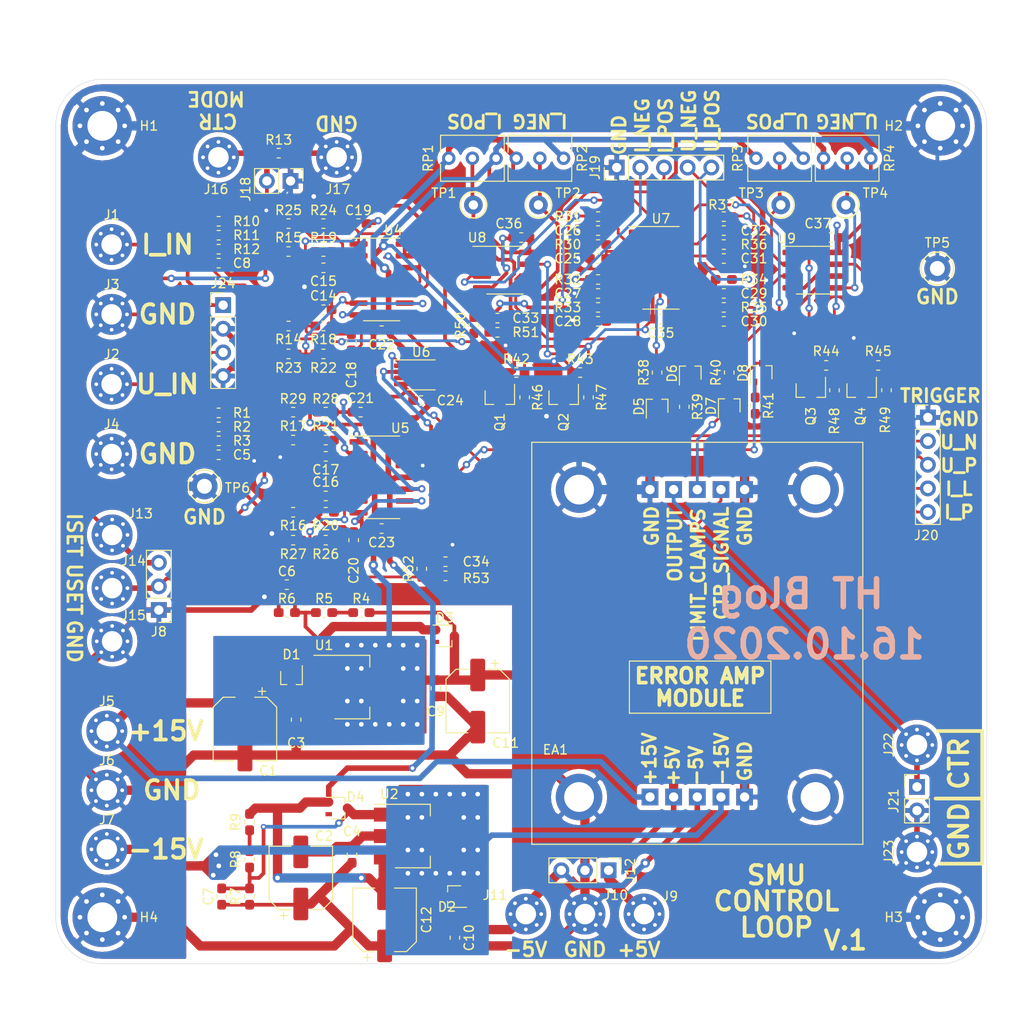
<source format=kicad_pcb>
(kicad_pcb (version 20171130) (host pcbnew "(5.1.5)-3")
  (layers (0 F.Cu signal) (31 B.Cu signal) (34 B.Paste user) (35 F.Paste user) (36 B.SilkS user) (37 F.SilkS user) (38 B.Mask user) (39 F.Mask user) (44 Edge.Cuts user))
  (net 0 "")
  (net 1 GND)
  (net 2 +15V)
  (net 3 -15V)
  (net 4 "Net-(C6-Pad2)")
  (net 5 "Net-(C7-Pad2)")
  (net 6 +5V)
  (net 7 -5V)
  (net 8 "Net-(C14-Pad1)")
  (net 9 "Net-(C15-Pad1)")
  (net 10 "Net-(C16-Pad1)")
  (net 11 "Net-(C17-Pad1)")
  (net 12 "Net-(C18-Pad2)")
  (net 13 "Net-(C18-Pad1)")
  (net 14 "Net-(C19-Pad2)")
  (net 15 "Net-(C19-Pad1)")
  (net 16 "Net-(C20-Pad2)")
  (net 17 "Net-(C20-Pad1)")
  (net 18 "Net-(C21-Pad2)")
  (net 19 "Net-(C21-Pad1)")
  (net 20 "Net-(C25-Pad1)")
  (net 21 "Net-(C26-Pad1)")
  (net 22 "Net-(C27-Pad1)")
  (net 23 "Net-(C28-Pad1)")
  (net 24 "Net-(C29-Pad1)")
  (net 25 "Net-(C30-Pad1)")
  (net 26 "Net-(C31-Pad1)")
  (net 27 "Net-(C32-Pad1)")
  (net 28 /limit_clamps/I_SIG)
  (net 29 /limit_clamps/U_SIG)
  (net 30 "Net-(D1-Pad2)")
  (net 31 "Net-(D2-Pad2)")
  (net 32 "Net-(D3-Pad2)")
  (net 33 "Net-(D4-Pad2)")
  (net 34 "Net-(D5-Pad3)")
  (net 35 "Net-(D5-Pad2)")
  (net 36 /limit_clamps/LIMIT_CLAMPS_OUT)
  (net 37 "Net-(D6-Pad2)")
  (net 38 "Net-(D6-Pad1)")
  (net 39 "Net-(D7-Pad3)")
  (net 40 "Net-(D7-Pad2)")
  (net 41 "Net-(D8-Pad2)")
  (net 42 "Net-(D8-Pad1)")
  (net 43 "Net-(EA1-Pad9)")
  (net 44 /UI_clamps/CONTROL_SIG_OUT)
  (net 45 "Net-(J1-Pad1)")
  (net 46 "Net-(J2-Pad1)")
  (net 47 /UI_clamps/I_SET)
  (net 48 /UI_clamps/U_SET)
  (net 49 /CTR_MODE)
  (net 50 /limit_clamps/U_P_LIMIT)
  (net 51 /limit_clamps/U_L_LIMIT)
  (net 52 /limit_clamps/I_P_LIMIT)
  (net 53 /limit_clamps/I_L_LIMIT)
  (net 54 /limit_clamps/I_P_TRIG)
  (net 55 /limit_clamps/I_L_TRIG)
  (net 56 /limit_clamps/U_P_TRIG)
  (net 57 /limit_clamps/U_L_TRIG)
  (net 58 "Net-(Q1-Pad1)")
  (net 59 "Net-(Q2-Pad1)")
  (net 60 "Net-(Q3-Pad1)")
  (net 61 "Net-(Q4-Pad1)")
  (net 62 "Net-(R1-Pad2)")
  (net 63 /U_MEAS)
  (net 64 "Net-(R4-Pad2)")
  (net 65 "Net-(R8-Pad1)")
  (net 66 "Net-(R10-Pad2)")
  (net 67 /I_MEAS)
  (net 68 "Net-(R22-Pad1)")
  (net 69 "Net-(R24-Pad1)")
  (net 70 "Net-(R26-Pad1)")
  (net 71 "Net-(R28-Pad1)")
  (net 72 "Net-(R38-Pad2)")
  (net 73 "Net-(R39-Pad2)")
  (net 74 "Net-(R40-Pad2)")
  (net 75 "Net-(R41-Pad2)")
  (net 76 "Net-(RP1-Pad2)")
  (net 77 "Net-(RP2-Pad2)")
  (net 78 "Net-(RP3-Pad2)")
  (net 79 "Net-(RP4-Pad2)")
  (net 80 "Net-(U4-Pad13)")
  (net 81 "Net-(U4-Pad8)")
  (net 82 "Net-(U5-Pad13)")
  (net 83 "Net-(U5-Pad8)")
  (net 84 "Net-(U6-Pad5)")
  (module TestPoint:TestPoint_Keystone_5010-5014_Multipurpose (layer F.Cu) (at 106.96 92.228)
    (fp_text reference TP6 (at 3.54 0.172) (layer F.SilkS))
    (fp_text value TestPoint)
    (pad 1 thru_hole circle (at 0 0) (size 2.8 2.8) (drill 1.6) (layers *.Cu *.Mask) (net 1 GND))
  )
  (module TestPoint:TestPoint_Keystone_5010-5014_Multipurpose (layer F.Cu) (at 185.674 68.834)
    (fp_text reference TP5 (at 0 -2.75) (layer F.SilkS))
    (fp_text value TestPoint)
    (pad 1 thru_hole circle (at 0 0) (size 2.8 2.8) (drill 1.6) (layers *.Cu *.Mask) (net 1 GND))
  )
  (module Connector_PinHeader_2.54mm:PinHeader_1x04_P2.54mm_Vertical (layer F.Cu) (at 108.966 72.771)
    (fp_text reference J24 (at 0 -2.33) (layer F.SilkS))
    (fp_text value Conn_01x04)
    (pad 4 thru_hole oval (at 0 7.62) (size 1.7 1.7) (drill 1) (layers *.Cu *.Mask) (net 1 GND))
    (pad 3 thru_hole oval (at 0 5.08) (size 1.7 1.7) (drill 1) (layers *.Cu *.Mask) (net 46 "Net-(J2-Pad1)"))
    (pad 2 thru_hole oval (at 0 2.54) (size 1.7 1.7) (drill 1) (layers *.Cu *.Mask) (net 1 GND))
    (pad 1 thru_hole rect (at 0 0) (size 1.7 1.7) (drill 1) (layers *.Cu *.Mask) (net 45 "Net-(J1-Pad1)"))
  )
  (module MountingHole:MountingHole_3.2mm_M3_Pad_Via (layer F.Cu) (at 95.988 138.516)
    (fp_text reference H4 (at 5 0) (layer F.SilkS))
    (fp_text value MountingHole_Pad)
    (pad 1 thru_hole circle (at 1.697056 -1.697056) (size 0.8 0.8) (drill 0.5) (layers *.Cu *.Mask) (net 1 GND))
    (pad 1 thru_hole circle (at 0 -2.4) (size 0.8 0.8) (drill 0.5) (layers *.Cu *.Mask) (net 1 GND))
    (pad 1 thru_hole circle (at -1.697056 -1.697056) (size 0.8 0.8) (drill 0.5) (layers *.Cu *.Mask) (net 1 GND))
    (pad 1 thru_hole circle (at -2.4 0) (size 0.8 0.8) (drill 0.5) (layers *.Cu *.Mask) (net 1 GND))
    (pad 1 thru_hole circle (at -1.697056 1.697056) (size 0.8 0.8) (drill 0.5) (layers *.Cu *.Mask) (net 1 GND))
    (pad 1 thru_hole circle (at 0 2.4) (size 0.8 0.8) (drill 0.5) (layers *.Cu *.Mask) (net 1 GND))
    (pad 1 thru_hole circle (at 1.697056 1.697056) (size 0.8 0.8) (drill 0.5) (layers *.Cu *.Mask) (net 1 GND))
    (pad 1 thru_hole circle (at 2.4 0) (size 0.8 0.8) (drill 0.5) (layers *.Cu *.Mask) (net 1 GND))
    (pad 1 thru_hole circle (at 0 0) (size 6.4 6.4) (drill 3.2) (layers *.Cu *.Mask) (net 1 GND))
  )
  (module MountingHole:MountingHole_3.2mm_M3_Pad_Via (layer F.Cu) (at 185.988 138.516)
    (fp_text reference H3 (at -5 0) (layer F.SilkS))
    (fp_text value MountingHole_Pad)
    (pad 1 thru_hole circle (at 1.697056 -1.697056) (size 0.8 0.8) (drill 0.5) (layers *.Cu *.Mask) (net 1 GND))
    (pad 1 thru_hole circle (at 0 -2.4) (size 0.8 0.8) (drill 0.5) (layers *.Cu *.Mask) (net 1 GND))
    (pad 1 thru_hole circle (at -1.697056 -1.697056) (size 0.8 0.8) (drill 0.5) (layers *.Cu *.Mask) (net 1 GND))
    (pad 1 thru_hole circle (at -2.4 0) (size 0.8 0.8) (drill 0.5) (layers *.Cu *.Mask) (net 1 GND))
    (pad 1 thru_hole circle (at -1.697056 1.697056) (size 0.8 0.8) (drill 0.5) (layers *.Cu *.Mask) (net 1 GND))
    (pad 1 thru_hole circle (at 0 2.4) (size 0.8 0.8) (drill 0.5) (layers *.Cu *.Mask) (net 1 GND))
    (pad 1 thru_hole circle (at 1.697056 1.697056) (size 0.8 0.8) (drill 0.5) (layers *.Cu *.Mask) (net 1 GND))
    (pad 1 thru_hole circle (at 2.4 0) (size 0.8 0.8) (drill 0.5) (layers *.Cu *.Mask) (net 1 GND))
    (pad 1 thru_hole circle (at 0 0) (size 6.4 6.4) (drill 3.2) (layers *.Cu *.Mask) (net 1 GND))
  )
  (module MountingHole:MountingHole_3.2mm_M3_Pad_Via (layer F.Cu) (at 185.988 53.516)
    (fp_text reference H2 (at -5 0) (layer F.SilkS))
    (fp_text value MountingHole_Pad)
    (pad 1 thru_hole circle (at 1.697056 -1.697056) (size 0.8 0.8) (drill 0.5) (layers *.Cu *.Mask) (net 1 GND))
    (pad 1 thru_hole circle (at 0 -2.4) (size 0.8 0.8) (drill 0.5) (layers *.Cu *.Mask) (net 1 GND))
    (pad 1 thru_hole circle (at -1.697056 -1.697056) (size 0.8 0.8) (drill 0.5) (layers *.Cu *.Mask) (net 1 GND))
    (pad 1 thru_hole circle (at -2.4 0) (size 0.8 0.8) (drill 0.5) (layers *.Cu *.Mask) (net 1 GND))
    (pad 1 thru_hole circle (at -1.697056 1.697056) (size 0.8 0.8) (drill 0.5) (layers *.Cu *.Mask) (net 1 GND))
    (pad 1 thru_hole circle (at 0 2.4) (size 0.8 0.8) (drill 0.5) (layers *.Cu *.Mask) (net 1 GND))
    (pad 1 thru_hole circle (at 1.697056 1.697056) (size 0.8 0.8) (drill 0.5) (layers *.Cu *.Mask) (net 1 GND))
    (pad 1 thru_hole circle (at 2.4 0) (size 0.8 0.8) (drill 0.5) (layers *.Cu *.Mask) (net 1 GND))
    (pad 1 thru_hole circle (at 0 0) (size 6.4 6.4) (drill 3.2) (layers *.Cu *.Mask) (net 1 GND))
  )
  (module MountingHole:MountingHole_3.2mm_M3_Pad_Via (layer F.Cu) (at 95.988 53.516)
    (fp_text reference H1 (at 5 0) (layer F.SilkS))
    (fp_text value MountingHole_Pad)
    (pad 1 thru_hole circle (at 1.697056 -1.697056) (size 0.8 0.8) (drill 0.5) (layers *.Cu *.Mask) (net 1 GND))
    (pad 1 thru_hole circle (at 0 -2.4) (size 0.8 0.8) (drill 0.5) (layers *.Cu *.Mask) (net 1 GND))
    (pad 1 thru_hole circle (at -1.697056 -1.697056) (size 0.8 0.8) (drill 0.5) (layers *.Cu *.Mask) (net 1 GND))
    (pad 1 thru_hole circle (at -2.4 0) (size 0.8 0.8) (drill 0.5) (layers *.Cu *.Mask) (net 1 GND))
    (pad 1 thru_hole circle (at -1.697056 1.697056) (size 0.8 0.8) (drill 0.5) (layers *.Cu *.Mask) (net 1 GND))
    (pad 1 thru_hole circle (at 0 2.4) (size 0.8 0.8) (drill 0.5) (layers *.Cu *.Mask) (net 1 GND))
    (pad 1 thru_hole circle (at 1.697056 1.697056) (size 0.8 0.8) (drill 0.5) (layers *.Cu *.Mask) (net 1 GND))
    (pad 1 thru_hole circle (at 2.4 0) (size 0.8 0.8) (drill 0.5) (layers *.Cu *.Mask) (net 1 GND))
    (pad 1 thru_hole circle (at 0 0) (size 6.4 6.4) (drill 3.2) (layers *.Cu *.Mask) (net 1 GND))
  )
  (module TestPoint:TestPoint_Keystone_5000-5004_Miniature (layer F.Cu) (at 175.848 62.011)
    (fp_text reference TP4 (at 3.175 -1.27) (layer F.SilkS))
    (fp_text value TestPoint)
    (pad 1 thru_hole circle (at 0 0) (size 2 2) (drill 1) (layers *.Cu *.Mask) (net 79 "Net-(RP4-Pad2)"))
  )
  (module TestPoint:TestPoint_Keystone_5000-5004_Miniature (layer F.Cu) (at 168.863 62.011)
    (fp_text reference TP3 (at -3.175 -1.27) (layer F.SilkS))
    (fp_text value TestPoint)
    (pad 1 thru_hole circle (at 0 0) (size 2 2) (drill 1) (layers *.Cu *.Mask) (net 78 "Net-(RP3-Pad2)"))
  )
  (module TestPoint:TestPoint_Keystone_5000-5004_Miniature (layer F.Cu) (at 142.828 62.011)
    (fp_text reference TP2 (at 3.175 -1.27) (layer F.SilkS))
    (fp_text value TestPoint)
    (pad 1 thru_hole circle (at 0 0) (size 2 2) (drill 1) (layers *.Cu *.Mask) (net 77 "Net-(RP2-Pad2)"))
  )
  (module TestPoint:TestPoint_Keystone_5000-5004_Miniature (layer F.Cu) (at 135.843 62.011)
    (fp_text reference TP1 (at -3.175 -1.27) (layer F.SilkS))
    (fp_text value TestPoint)
    (pad 1 thru_hole circle (at 0 0) (size 2 2) (drill 1) (layers *.Cu *.Mask) (net 76 "Net-(RP1-Pad2)"))
  )
  (module Capacitor_SMD:C_0603_1608Metric_Pad1.05x0.95mm_HandSolder (layer F.Cu) (at 108.488 68.266 180)
    (fp_text reference C8 (at -2.5 0) (layer F.SilkS))
    (fp_text value 1n)
    (pad 2 smd roundrect (at 0.875 0 180) (size 1.05 0.95) (layers F.Cu F.Paste F.Mask) (net 67 /I_MEAS))
    (pad 1 smd roundrect (at -0.875 0 180) (size 1.05 0.95) (layers F.Cu F.Paste F.Mask) (net 1 GND))
  )
  (module Capacitor_SMD:C_0603_1608Metric_Pad1.05x0.95mm_HandSolder (layer F.Cu) (at 108.488 88.846 180)
    (fp_text reference C5 (at -2.5 0) (layer F.SilkS))
    (fp_text value 1n)
    (pad 2 smd roundrect (at 0.875 0 180) (size 1.05 0.95) (layers F.Cu F.Paste F.Mask) (net 63 /U_MEAS))
    (pad 1 smd roundrect (at -0.875 0 180) (size 1.05 0.95) (layers F.Cu F.Paste F.Mask) (net 1 GND))
  )
  (module guowa_misc:err_amp_module_1 (layer F.Cu) (at 147.193 125.603)
    (fp_text reference EA1 (at -2.54 -5.08) (layer F.SilkS))
    (fp_text value err_amp_module_1)
    (pad 10 thru_hole rect (at 7.62 -33.02) (size 1.8 1.8) (drill 1) (layers *.Cu *.Mask) (net 1 GND))
    (pad 9 thru_hole rect (at 10.16 -33.02) (size 1.8 1.8) (drill 1) (layers *.Cu *.Mask) (net 43 "Net-(EA1-Pad9)"))
    (pad 8 thru_hole rect (at 12.7 -33.02) (size 1.8 1.8) (drill 1) (layers *.Cu *.Mask) (net 36 /limit_clamps/LIMIT_CLAMPS_OUT))
    (pad 7 thru_hole rect (at 15.24 -33.02) (size 1.8 1.8) (drill 1) (layers *.Cu *.Mask) (net 44 /UI_clamps/CONTROL_SIG_OUT))
    (pad 6 thru_hole rect (at 17.78 -33.02) (size 1.8 1.8) (drill 1) (layers *.Cu *.Mask) (net 1 GND))
    (pad 5 thru_hole rect (at 17.78 0) (size 1.8 1.8) (drill 1) (layers *.Cu *.Mask) (net 1 GND))
    (pad 4 thru_hole rect (at 15.24 0) (size 1.8 1.8) (drill 1) (layers *.Cu *.Mask) (net 3 -15V))
    (pad 3 thru_hole rect (at 12.7 0) (size 1.8 1.8) (drill 1) (layers *.Cu *.Mask) (net 7 -5V))
    (pad 2 thru_hole rect (at 10.16 0) (size 1.8 1.8) (drill 1) (layers *.Cu *.Mask) (net 6 +5V))
    (pad 1 thru_hole rect (at 7.62 0) (size 1.8 1.8) (drill 1) (layers *.Cu *.Mask) (net 2 +15V))
    (pad 11 thru_hole circle (at 25.4 -33.02) (size 5 5) (drill 3.2) (layers *.Cu *.Mask) (net 1 GND))
    (pad 11 thru_hole circle (at 0 -33.02) (size 5 5) (drill 3.2) (layers *.Cu *.Mask) (net 1 GND))
    (pad 11 thru_hole circle (at 25.4 0) (size 5 5) (drill 3.2) (layers *.Cu *.Mask) (net 1 GND))
    (pad 11 thru_hole circle (at 0 0) (size 5 5) (drill 3.2) (layers *.Cu *.Mask) (net 1 GND))
  )
  (module Potentiometer_THT:Potentiometer_Vishay_T73XW_Horizontal (layer F.Cu) (at 175.988 56.996 270)
    (fp_text reference RP4 (at 0 -4.55 90) (layer F.SilkS))
    (fp_text value 10k)
    (pad 1 thru_hole circle (at 0 -2.54 270) (size 1.44 1.44) (drill 0.8) (layers *.Cu *.Mask) (net 6 +5V))
    (pad 2 thru_hole circle (at 0 0 270) (size 1.44 1.44) (drill 0.8) (layers *.Cu *.Mask) (net 79 "Net-(RP4-Pad2)"))
    (pad 3 thru_hole circle (at 0 2.54 270) (size 1.44 1.44) (drill 0.8) (layers *.Cu *.Mask) (net 7 -5V))
  )
  (module Potentiometer_THT:Potentiometer_Vishay_T73XW_Horizontal (layer F.Cu) (at 168.738 56.996 270)
    (fp_text reference RP3 (at 0 4.5 90) (layer F.SilkS))
    (fp_text value 10k)
    (pad 1 thru_hole circle (at 0 -2.54 270) (size 1.44 1.44) (drill 0.8) (layers *.Cu *.Mask) (net 6 +5V))
    (pad 2 thru_hole circle (at 0 0 270) (size 1.44 1.44) (drill 0.8) (layers *.Cu *.Mask) (net 78 "Net-(RP3-Pad2)"))
    (pad 3 thru_hole circle (at 0 2.54 270) (size 1.44 1.44) (drill 0.8) (layers *.Cu *.Mask) (net 7 -5V))
  )
  (module Potentiometer_THT:Potentiometer_Vishay_T73XW_Horizontal (layer F.Cu) (at 142.988 56.996 270)
    (fp_text reference RP2 (at 0 -4.55 90) (layer F.SilkS))
    (fp_text value 10k)
    (pad 1 thru_hole circle (at 0 -2.54 270) (size 1.44 1.44) (drill 0.8) (layers *.Cu *.Mask) (net 6 +5V))
    (pad 2 thru_hole circle (at 0 0 270) (size 1.44 1.44) (drill 0.8) (layers *.Cu *.Mask) (net 77 "Net-(RP2-Pad2)"))
    (pad 3 thru_hole circle (at 0 2.54 270) (size 1.44 1.44) (drill 0.8) (layers *.Cu *.Mask) (net 7 -5V))
  )
  (module Potentiometer_THT:Potentiometer_Vishay_T73XW_Horizontal (layer F.Cu) (at 135.738 56.996 270)
    (fp_text reference RP1 (at 0 4.75 90) (layer F.SilkS))
    (fp_text value 10k)
    (pad 1 thru_hole circle (at 0 -2.54 270) (size 1.44 1.44) (drill 0.8) (layers *.Cu *.Mask) (net 6 +5V))
    (pad 2 thru_hole circle (at 0 0 270) (size 1.44 1.44) (drill 0.8) (layers *.Cu *.Mask) (net 76 "Net-(RP1-Pad2)"))
    (pad 3 thru_hole circle (at 0 2.54 270) (size 1.44 1.44) (drill 0.8) (layers *.Cu *.Mask) (net 7 -5V))
  )
  (module Package_SO:SOIC-8_3.9x4.9mm_P1.27mm (layer F.Cu) (at 172.488 69.016)
    (fp_text reference U9 (at -3 -3.4) (layer F.SilkS))
    (fp_text value LM393BIDR)
    (pad 8 smd roundrect (at 2.475 -1.905) (size 1.95 0.6) (layers F.Cu F.Paste F.Mask) (net 6 +5V))
    (pad 7 smd roundrect (at 2.475 -0.635) (size 1.95 0.6) (layers F.Cu F.Paste F.Mask) (net 61 "Net-(Q4-Pad1)"))
    (pad 6 smd roundrect (at 2.475 0.635) (size 1.95 0.6) (layers F.Cu F.Paste F.Mask) (net 75 "Net-(R41-Pad2)"))
    (pad 5 smd roundrect (at 2.475 1.905) (size 1.95 0.6) (layers F.Cu F.Paste F.Mask) (net 79 "Net-(RP4-Pad2)"))
    (pad 4 smd roundrect (at -2.475 1.905) (size 1.95 0.6) (layers F.Cu F.Paste F.Mask) (net 7 -5V))
    (pad 3 smd roundrect (at -2.475 0.635) (size 1.95 0.6) (layers F.Cu F.Paste F.Mask) (net 74 "Net-(R40-Pad2)"))
    (pad 2 smd roundrect (at -2.475 -0.635) (size 1.95 0.6) (layers F.Cu F.Paste F.Mask) (net 78 "Net-(RP3-Pad2)"))
    (pad 1 smd roundrect (at -2.475 -1.905) (size 1.95 0.6) (layers F.Cu F.Paste F.Mask) (net 60 "Net-(Q3-Pad1)"))
  )
  (module Package_SO:SOIC-8_3.9x4.9mm_P1.27mm (layer F.Cu) (at 139.238 69.016)
    (fp_text reference U8 (at -3 -3.5) (layer F.SilkS))
    (fp_text value LM393BIDR)
    (pad 8 smd roundrect (at 2.475 -1.905) (size 1.95 0.6) (layers F.Cu F.Paste F.Mask) (net 6 +5V))
    (pad 7 smd roundrect (at 2.475 -0.635) (size 1.95 0.6) (layers F.Cu F.Paste F.Mask) (net 59 "Net-(Q2-Pad1)"))
    (pad 6 smd roundrect (at 2.475 0.635) (size 1.95 0.6) (layers F.Cu F.Paste F.Mask) (net 73 "Net-(R39-Pad2)"))
    (pad 5 smd roundrect (at 2.475 1.905) (size 1.95 0.6) (layers F.Cu F.Paste F.Mask) (net 77 "Net-(RP2-Pad2)"))
    (pad 4 smd roundrect (at -2.475 1.905) (size 1.95 0.6) (layers F.Cu F.Paste F.Mask) (net 7 -5V))
    (pad 3 smd roundrect (at -2.475 0.635) (size 1.95 0.6) (layers F.Cu F.Paste F.Mask) (net 72 "Net-(R38-Pad2)"))
    (pad 2 smd roundrect (at -2.475 -0.635) (size 1.95 0.6) (layers F.Cu F.Paste F.Mask) (net 76 "Net-(RP1-Pad2)"))
    (pad 1 smd roundrect (at -2.475 -1.905) (size 1.95 0.6) (layers F.Cu F.Paste F.Mask) (net 58 "Net-(Q1-Pad1)"))
  )
  (module Package_SO:SOIC-14_3.9x8.7mm_P1.27mm (layer F.Cu) (at 155.988 68.766)
    (fp_text reference U7 (at 0 -5.28) (layer F.SilkS))
    (fp_text value OPA1679IDR)
    (pad 14 smd roundrect (at 2.475 -3.81) (size 1.95 0.6) (layers F.Cu F.Paste F.Mask) (net 75 "Net-(R41-Pad2)"))
    (pad 13 smd roundrect (at 2.475 -2.54) (size 1.95 0.6) (layers F.Cu F.Paste F.Mask) (net 27 "Net-(C32-Pad1)"))
    (pad 12 smd roundrect (at 2.475 -1.27) (size 1.95 0.6) (layers F.Cu F.Paste F.Mask) (net 26 "Net-(C31-Pad1)"))
    (pad 11 smd roundrect (at 2.475 0) (size 1.95 0.6) (layers F.Cu F.Paste F.Mask) (net 7 -5V))
    (pad 10 smd roundrect (at 2.475 1.27) (size 1.95 0.6) (layers F.Cu F.Paste F.Mask) (net 24 "Net-(C29-Pad1)"))
    (pad 9 smd roundrect (at 2.475 2.54) (size 1.95 0.6) (layers F.Cu F.Paste F.Mask) (net 25 "Net-(C30-Pad1)"))
    (pad 8 smd roundrect (at 2.475 3.81) (size 1.95 0.6) (layers F.Cu F.Paste F.Mask) (net 74 "Net-(R40-Pad2)"))
    (pad 7 smd roundrect (at -2.475 3.81) (size 1.95 0.6) (layers F.Cu F.Paste F.Mask) (net 73 "Net-(R39-Pad2)"))
    (pad 6 smd roundrect (at -2.475 2.54) (size 1.95 0.6) (layers F.Cu F.Paste F.Mask) (net 23 "Net-(C28-Pad1)"))
    (pad 5 smd roundrect (at -2.475 1.27) (size 1.95 0.6) (layers F.Cu F.Paste F.Mask) (net 22 "Net-(C27-Pad1)"))
    (pad 4 smd roundrect (at -2.475 0) (size 1.95 0.6) (layers F.Cu F.Paste F.Mask) (net 6 +5V))
    (pad 3 smd roundrect (at -2.475 -1.27) (size 1.95 0.6) (layers F.Cu F.Paste F.Mask) (net 20 "Net-(C25-Pad1)"))
    (pad 2 smd roundrect (at -2.475 -2.54) (size 1.95 0.6) (layers F.Cu F.Paste F.Mask) (net 21 "Net-(C26-Pad1)"))
    (pad 1 smd roundrect (at -2.475 -3.81) (size 1.95 0.6) (layers F.Cu F.Paste F.Mask) (net 72 "Net-(R38-Pad2)"))
  )
  (module Package_SO:MSOP-8_3x3mm_P0.65mm (layer F.Cu) (at 130.238 80.266)
    (fp_text reference U6 (at 0 -2.45) (layer F.SilkS))
    (fp_text value DG469EQ-T1-E3)
    (pad 8 smd roundrect (at 2.1125 -0.975) (size 1.625 0.5) (layers F.Cu F.Paste F.Mask) (net 81 "Net-(U4-Pad8)"))
    (pad 7 smd roundrect (at 2.1125 -0.325) (size 1.625 0.5) (layers F.Cu F.Paste F.Mask) (net 7 -5V))
    (pad 6 smd roundrect (at 2.1125 0.325) (size 1.625 0.5) (layers F.Cu F.Paste F.Mask) (net 49 /CTR_MODE))
    (pad 5 smd roundrect (at 2.1125 0.975) (size 1.625 0.5) (layers F.Cu F.Paste F.Mask) (net 84 "Net-(U6-Pad5)"))
    (pad 4 smd roundrect (at -2.1125 0.975) (size 1.625 0.5) (layers F.Cu F.Paste F.Mask) (net 6 +5V))
    (pad 3 smd roundrect (at -2.1125 0.325) (size 1.625 0.5) (layers F.Cu F.Paste F.Mask))
    (pad 2 smd roundrect (at -2.1125 -0.325) (size 1.625 0.5) (layers F.Cu F.Paste F.Mask) (net 83 "Net-(U5-Pad8)"))
    (pad 1 smd roundrect (at -2.1125 -0.975) (size 1.625 0.5) (layers F.Cu F.Paste F.Mask) (net 44 /UI_clamps/CONTROL_SIG_OUT))
  )
  (module Package_SO:SOIC-14_3.9x8.7mm_P1.27mm (layer F.Cu) (at 125.988 91.266)
    (fp_text reference U5 (at 2 -5.28) (layer F.SilkS))
    (fp_text value OPA1679IDR)
    (pad 14 smd roundrect (at 2.475 -3.81) (size 1.95 0.6) (layers F.Cu F.Paste F.Mask) (net 82 "Net-(U5-Pad13)"))
    (pad 13 smd roundrect (at 2.475 -2.54) (size 1.95 0.6) (layers F.Cu F.Paste F.Mask) (net 82 "Net-(U5-Pad13)"))
    (pad 12 smd roundrect (at 2.475 -1.27) (size 1.95 0.6) (layers F.Cu F.Paste F.Mask) (net 1 GND))
    (pad 11 smd roundrect (at 2.475 0) (size 1.95 0.6) (layers F.Cu F.Paste F.Mask) (net 7 -5V))
    (pad 10 smd roundrect (at 2.475 1.27) (size 1.95 0.6) (layers F.Cu F.Paste F.Mask) (net 19 "Net-(C21-Pad1)"))
    (pad 9 smd roundrect (at 2.475 2.54) (size 1.95 0.6) (layers F.Cu F.Paste F.Mask) (net 17 "Net-(C20-Pad1)"))
    (pad 8 smd roundrect (at 2.475 3.81) (size 1.95 0.6) (layers F.Cu F.Paste F.Mask) (net 83 "Net-(U5-Pad8)"))
    (pad 7 smd roundrect (at -2.475 3.81) (size 1.95 0.6) (layers F.Cu F.Paste F.Mask) (net 17 "Net-(C20-Pad1)"))
    (pad 6 smd roundrect (at -2.475 2.54) (size 1.95 0.6) (layers F.Cu F.Paste F.Mask) (net 70 "Net-(R26-Pad1)"))
    (pad 5 smd roundrect (at -2.475 1.27) (size 1.95 0.6) (layers F.Cu F.Paste F.Mask) (net 10 "Net-(C16-Pad1)"))
    (pad 4 smd roundrect (at -2.475 0) (size 1.95 0.6) (layers F.Cu F.Paste F.Mask) (net 6 +5V))
    (pad 3 smd roundrect (at -2.475 -1.27) (size 1.95 0.6) (layers F.Cu F.Paste F.Mask) (net 11 "Net-(C17-Pad1)"))
    (pad 2 smd roundrect (at -2.475 -2.54) (size 1.95 0.6) (layers F.Cu F.Paste F.Mask) (net 71 "Net-(R28-Pad1)"))
    (pad 1 smd roundrect (at -2.475 -3.81) (size 1.95 0.6) (layers F.Cu F.Paste F.Mask) (net 19 "Net-(C21-Pad1)"))
  )
  (module Package_SO:SOIC-14_3.9x8.7mm_P1.27mm (layer F.Cu) (at 125.988 70.016)
    (fp_text reference U4 (at 1.25 -5.28) (layer F.SilkS))
    (fp_text value OPA1679IDR)
    (pad 14 smd roundrect (at 2.475 -3.81) (size 1.95 0.6) (layers F.Cu F.Paste F.Mask) (net 80 "Net-(U4-Pad13)"))
    (pad 13 smd roundrect (at 2.475 -2.54) (size 1.95 0.6) (layers F.Cu F.Paste F.Mask) (net 80 "Net-(U4-Pad13)"))
    (pad 12 smd roundrect (at 2.475 -1.27) (size 1.95 0.6) (layers F.Cu F.Paste F.Mask) (net 1 GND))
    (pad 11 smd roundrect (at 2.475 0) (size 1.95 0.6) (layers F.Cu F.Paste F.Mask) (net 7 -5V))
    (pad 10 smd roundrect (at 2.475 1.27) (size 1.95 0.6) (layers F.Cu F.Paste F.Mask) (net 15 "Net-(C19-Pad1)"))
    (pad 9 smd roundrect (at 2.475 2.54) (size 1.95 0.6) (layers F.Cu F.Paste F.Mask) (net 13 "Net-(C18-Pad1)"))
    (pad 8 smd roundrect (at 2.475 3.81) (size 1.95 0.6) (layers F.Cu F.Paste F.Mask) (net 81 "Net-(U4-Pad8)"))
    (pad 7 smd roundrect (at -2.475 3.81) (size 1.95 0.6) (layers F.Cu F.Paste F.Mask) (net 13 "Net-(C18-Pad1)"))
    (pad 6 smd roundrect (at -2.475 2.54) (size 1.95 0.6) (layers F.Cu F.Paste F.Mask) (net 68 "Net-(R22-Pad1)"))
    (pad 5 smd roundrect (at -2.475 1.27) (size 1.95 0.6) (layers F.Cu F.Paste F.Mask) (net 8 "Net-(C14-Pad1)"))
    (pad 4 smd roundrect (at -2.475 0) (size 1.95 0.6) (layers F.Cu F.Paste F.Mask) (net 6 +5V))
    (pad 3 smd roundrect (at -2.475 -1.27) (size 1.95 0.6) (layers F.Cu F.Paste F.Mask) (net 9 "Net-(C15-Pad1)"))
    (pad 2 smd roundrect (at -2.475 -2.54) (size 1.95 0.6) (layers F.Cu F.Paste F.Mask) (net 69 "Net-(R24-Pad1)"))
    (pad 1 smd roundrect (at -2.475 -3.81) (size 1.95 0.6) (layers F.Cu F.Paste F.Mask) (net 15 "Net-(C19-Pad1)"))
  )
  (module Package_TO_SOT_SMD:SOT-223-3_TabPin2 (layer F.Cu) (at 129.308 129.796)
    (fp_text reference U2 (at -2.5 -4.5) (layer F.SilkS))
    (fp_text value LM337IMP/NOPB)
    (pad 1 smd rect (at -3.15 -2.3) (size 2 1.5) (layers F.Cu F.Paste F.Mask) (net 5 "Net-(C7-Pad2)"))
    (pad 3 smd rect (at -3.15 2.3) (size 2 1.5) (layers F.Cu F.Paste F.Mask) (net 7 -5V))
    (pad 2 smd rect (at -3.15 0) (size 2 1.5) (layers F.Cu F.Paste F.Mask) (net 3 -15V))
    (pad 2 smd rect (at 3.15 0) (size 2 3.8) (layers F.Cu F.Paste F.Mask) (net 3 -15V))
  )
  (module Package_TO_SOT_SMD:SOT-223-3_TabPin2 (layer F.Cu) (at 122.808 113.796)
    (fp_text reference U1 (at -3 -4.5) (layer F.SilkS))
    (fp_text value LM317EMPX/NOPB)
    (pad 1 smd rect (at -3.15 -2.3) (size 2 1.5) (layers F.Cu F.Paste F.Mask) (net 4 "Net-(C6-Pad2)"))
    (pad 3 smd rect (at -3.15 2.3) (size 2 1.5) (layers F.Cu F.Paste F.Mask) (net 2 +15V))
    (pad 2 smd rect (at -3.15 0) (size 2 1.5) (layers F.Cu F.Paste F.Mask) (net 6 +5V))
    (pad 2 smd rect (at 3.15 0) (size 2 3.8) (layers F.Cu F.Paste F.Mask) (net 6 +5V))
  )
  (module Resistor_SMD:R_0603_1608Metric_Pad1.05x0.95mm_HandSolder (layer F.Cu) (at 132.842 101.854)
    (fp_text reference R53 (at 3.302 0.254) (layer F.SilkS))
    (fp_text value DNP)
    (pad 2 smd roundrect (at 0.875 0) (size 1.05 0.95) (layers F.Cu F.Paste F.Mask) (net 1 GND))
    (pad 1 smd roundrect (at -0.875 0) (size 1.05 0.95) (layers F.Cu F.Paste F.Mask) (net 29 /limit_clamps/U_SIG))
  )
  (module Resistor_SMD:R_0603_1608Metric_Pad1.05x0.95mm_HandSolder (layer F.Cu) (at 130.302 101.092 90)
    (fp_text reference R52 (at 0 -1.43 90) (layer F.SilkS))
    (fp_text value 0R)
    (pad 2 smd roundrect (at 0.875 0 90) (size 1.05 0.95) (layers F.Cu F.Paste F.Mask) (net 29 /limit_clamps/U_SIG))
    (pad 1 smd roundrect (at -0.875 0 90) (size 1.05 0.95) (layers F.Cu F.Paste F.Mask) (net 63 /U_MEAS))
  )
  (module Resistor_SMD:R_0603_1608Metric_Pad1.05x0.95mm_HandSolder (layer F.Cu) (at 138.43 75.692)
    (fp_text reference R51 (at 3.048 0) (layer F.SilkS))
    (fp_text value DNP)
    (pad 2 smd roundrect (at 0.875 0) (size 1.05 0.95) (layers F.Cu F.Paste F.Mask) (net 1 GND))
    (pad 1 smd roundrect (at -0.875 0) (size 1.05 0.95) (layers F.Cu F.Paste F.Mask) (net 28 /limit_clamps/I_SIG))
  )
  (module Resistor_SMD:R_0603_1608Metric_Pad1.05x0.95mm_HandSolder (layer F.Cu) (at 135.89 74.93 90)
    (fp_text reference R50 (at 0 -1.43 90) (layer F.SilkS))
    (fp_text value 0R)
    (pad 2 smd roundrect (at 0.875 0 90) (size 1.05 0.95) (layers F.Cu F.Paste F.Mask) (net 28 /limit_clamps/I_SIG))
    (pad 1 smd roundrect (at -0.875 0 90) (size 1.05 0.95) (layers F.Cu F.Paste F.Mask) (net 67 /I_MEAS))
  )
  (module Resistor_SMD:R_0603_1608Metric_Pad1.05x0.95mm_HandSolder (layer F.Cu) (at 180.213 81.915 90)
    (fp_text reference R49 (at -3.189 -0.127 90) (layer F.SilkS))
    (fp_text value 10k)
    (pad 2 smd roundrect (at 0.875 0 90) (size 1.05 0.95) (layers F.Cu F.Paste F.Mask) (net 6 +5V))
    (pad 1 smd roundrect (at -0.875 0 90) (size 1.05 0.95) (layers F.Cu F.Paste F.Mask) (net 57 /limit_clamps/U_L_TRIG))
  )
  (module Resistor_SMD:R_0603_1608Metric_Pad1.05x0.95mm_HandSolder (layer F.Cu) (at 174.625 81.915 90)
    (fp_text reference R48 (at -3.302 0 90) (layer F.SilkS))
    (fp_text value 10k)
    (pad 2 smd roundrect (at 0.875 0 90) (size 1.05 0.95) (layers F.Cu F.Paste F.Mask) (net 6 +5V))
    (pad 1 smd roundrect (at -0.875 0 90) (size 1.05 0.95) (layers F.Cu F.Paste F.Mask) (net 56 /limit_clamps/U_P_TRIG))
  )
  (module Resistor_SMD:R_0603_1608Metric_Pad1.05x0.95mm_HandSolder (layer F.Cu) (at 148.209 82.677 90)
    (fp_text reference R47 (at 0 1.397 90) (layer F.SilkS))
    (fp_text value 10k)
    (pad 2 smd roundrect (at 0.875 0 90) (size 1.05 0.95) (layers F.Cu F.Paste F.Mask) (net 6 +5V))
    (pad 1 smd roundrect (at -0.875 0 90) (size 1.05 0.95) (layers F.Cu F.Paste F.Mask) (net 55 /limit_clamps/I_L_TRIG))
  )
  (module Resistor_SMD:R_0603_1608Metric_Pad1.05x0.95mm_HandSolder (layer F.Cu) (at 141.351 82.677 90)
    (fp_text reference R46 (at 0 1.397 90) (layer F.SilkS))
    (fp_text value 10k)
    (pad 2 smd roundrect (at 0.875 0 90) (size 1.05 0.95) (layers F.Cu F.Paste F.Mask) (net 6 +5V))
    (pad 1 smd roundrect (at -0.875 0 90) (size 1.05 0.95) (layers F.Cu F.Paste F.Mask) (net 54 /limit_clamps/I_P_TRIG))
  )
  (module Resistor_SMD:R_0603_1608Metric_Pad1.05x0.95mm_HandSolder (layer F.Cu) (at 179.324 79.248)
    (fp_text reference R45 (at 0 -1.524) (layer F.SilkS))
    (fp_text value 10k)
    (pad 2 smd roundrect (at 0.875 0) (size 1.05 0.95) (layers F.Cu F.Paste F.Mask) (net 6 +5V))
    (pad 1 smd roundrect (at -0.875 0) (size 1.05 0.95) (layers F.Cu F.Paste F.Mask) (net 61 "Net-(Q4-Pad1)"))
  )
  (module Resistor_SMD:R_0603_1608Metric_Pad1.05x0.95mm_HandSolder (layer F.Cu) (at 173.736 79.248)
    (fp_text reference R44 (at 0 -1.524) (layer F.SilkS))
    (fp_text value 10k)
    (pad 2 smd roundrect (at 0.875 0) (size 1.05 0.95) (layers F.Cu F.Paste F.Mask) (net 6 +5V))
    (pad 1 smd roundrect (at -0.875 0) (size 1.05 0.95) (layers F.Cu F.Paste F.Mask) (net 60 "Net-(Q3-Pad1)"))
  )
  (module Resistor_SMD:R_0603_1608Metric_Pad1.05x0.95mm_HandSolder (layer F.Cu) (at 147.32 80.01)
    (fp_text reference R43 (at 0 -1.43) (layer F.SilkS))
    (fp_text value 10k)
    (pad 2 smd roundrect (at 0.875 0) (size 1.05 0.95) (layers F.Cu F.Paste F.Mask) (net 6 +5V))
    (pad 1 smd roundrect (at -0.875 0) (size 1.05 0.95) (layers F.Cu F.Paste F.Mask) (net 59 "Net-(Q2-Pad1)"))
  )
  (module Resistor_SMD:R_0603_1608Metric_Pad1.05x0.95mm_HandSolder (layer F.Cu) (at 140.462 80.01)
    (fp_text reference R42 (at 0 -1.43) (layer F.SilkS))
    (fp_text value 10k)
    (pad 2 smd roundrect (at 0.875 0) (size 1.05 0.95) (layers F.Cu F.Paste F.Mask) (net 6 +5V))
    (pad 1 smd roundrect (at -0.875 0) (size 1.05 0.95) (layers F.Cu F.Paste F.Mask) (net 58 "Net-(Q1-Pad1)"))
  )
  (module Resistor_SMD:R_0603_1608Metric_Pad1.05x0.95mm_HandSolder (layer F.Cu) (at 166.116 83.566 270)
    (fp_text reference R41 (at 0 -1.43 90) (layer F.SilkS))
    (fp_text value 0R)
    (pad 2 smd roundrect (at 0.875 0 270) (size 1.05 0.95) (layers F.Cu F.Paste F.Mask) (net 75 "Net-(R41-Pad2)"))
    (pad 1 smd roundrect (at -0.875 0 270) (size 1.05 0.95) (layers F.Cu F.Paste F.Mask) (net 42 "Net-(D8-Pad1)"))
  )
  (module Resistor_SMD:R_0603_1608Metric_Pad1.05x0.95mm_HandSolder (layer F.Cu) (at 163.322 80.01 90)
    (fp_text reference R40 (at 0 -1.43 90) (layer F.SilkS))
    (fp_text value 0R)
    (pad 2 smd roundrect (at 0.875 0 90) (size 1.05 0.95) (layers F.Cu F.Paste F.Mask) (net 74 "Net-(R40-Pad2)"))
    (pad 1 smd roundrect (at -0.875 0 90) (size 1.05 0.95) (layers F.Cu F.Paste F.Mask) (net 39 "Net-(D7-Pad3)"))
  )
  (module Resistor_SMD:R_0603_1608Metric_Pad1.05x0.95mm_HandSolder (layer F.Cu) (at 158.496 83.693 270)
    (fp_text reference R39 (at 0 -1.43 90) (layer F.SilkS))
    (fp_text value 0R)
    (pad 2 smd roundrect (at 0.875 0 270) (size 1.05 0.95) (layers F.Cu F.Paste F.Mask) (net 73 "Net-(R39-Pad2)"))
    (pad 1 smd roundrect (at -0.875 0 270) (size 1.05 0.95) (layers F.Cu F.Paste F.Mask) (net 38 "Net-(D6-Pad1)"))
  )
  (module Resistor_SMD:R_0603_1608Metric_Pad1.05x0.95mm_HandSolder (layer F.Cu) (at 155.575 80.01 90)
    (fp_text reference R38 (at 0 -1.43 90) (layer F.SilkS))
    (fp_text value 0R)
    (pad 2 smd roundrect (at 0.875 0 90) (size 1.05 0.95) (layers F.Cu F.Paste F.Mask) (net 72 "Net-(R38-Pad2)"))
    (pad 1 smd roundrect (at -0.875 0 90) (size 1.05 0.95) (layers F.Cu F.Paste F.Mask) (net 34 "Net-(D5-Pad3)"))
  )
  (module Resistor_SMD:R_0603_1608Metric_Pad1.05x0.95mm_HandSolder (layer F.Cu) (at 162.738 63.266)
    (fp_text reference R37 (at -0.225 -1.255) (layer F.SilkS))
    (fp_text value 1k)
    (pad 2 smd roundrect (at 0.875 0) (size 1.05 0.95) (layers F.Cu F.Paste F.Mask) (net 29 /limit_clamps/U_SIG))
    (pad 1 smd roundrect (at -0.875 0) (size 1.05 0.95) (layers F.Cu F.Paste F.Mask) (net 27 "Net-(C32-Pad1)"))
  )
  (module Resistor_SMD:R_0603_1608Metric_Pad1.05x0.95mm_HandSolder (layer F.Cu) (at 162.738 66.266)
    (fp_text reference R36 (at 3.25 0) (layer F.SilkS))
    (fp_text value 16k)
    (pad 2 smd roundrect (at 0.875 0) (size 1.05 0.95) (layers F.Cu F.Paste F.Mask) (net 51 /limit_clamps/U_L_LIMIT))
    (pad 1 smd roundrect (at -0.875 0) (size 1.05 0.95) (layers F.Cu F.Paste F.Mask) (net 26 "Net-(C31-Pad1)"))
  )
  (module Resistor_SMD:R_0603_1608Metric_Pad1.05x0.95mm_HandSolder (layer F.Cu) (at 162.738 73.016)
    (fp_text reference R35 (at 3.25 0) (layer F.SilkS))
    (fp_text value 1k)
    (pad 2 smd roundrect (at 0.875 0) (size 1.05 0.95) (layers F.Cu F.Paste F.Mask) (net 29 /limit_clamps/U_SIG))
    (pad 1 smd roundrect (at -0.875 0) (size 1.05 0.95) (layers F.Cu F.Paste F.Mask) (net 25 "Net-(C30-Pad1)"))
  )
  (module Resistor_SMD:R_0603_1608Metric_Pad1.05x0.95mm_HandSolder (layer F.Cu) (at 162.738 70.016)
    (fp_text reference R34 (at 3.25 0) (layer F.SilkS))
    (fp_text value 16k)
    (pad 2 smd roundrect (at 0.875 0) (size 1.05 0.95) (layers F.Cu F.Paste F.Mask) (net 50 /limit_clamps/U_P_LIMIT))
    (pad 1 smd roundrect (at -0.875 0) (size 1.05 0.95) (layers F.Cu F.Paste F.Mask) (net 24 "Net-(C29-Pad1)"))
  )
  (module Resistor_SMD:R_0603_1608Metric_Pad1.05x0.95mm_HandSolder (layer F.Cu) (at 149.238 73.016 180)
    (fp_text reference R33 (at 3.25 0) (layer F.SilkS))
    (fp_text value 1k)
    (pad 2 smd roundrect (at 0.875 0 180) (size 1.05 0.95) (layers F.Cu F.Paste F.Mask) (net 28 /limit_clamps/I_SIG))
    (pad 1 smd roundrect (at -0.875 0 180) (size 1.05 0.95) (layers F.Cu F.Paste F.Mask) (net 23 "Net-(C28-Pad1)"))
  )
  (module Resistor_SMD:R_0603_1608Metric_Pad1.05x0.95mm_HandSolder (layer F.Cu) (at 149.238 70.016 180)
    (fp_text reference R32 (at 3.25 0) (layer F.SilkS))
    (fp_text value 16k)
    (pad 2 smd roundrect (at 0.875 0 180) (size 1.05 0.95) (layers F.Cu F.Paste F.Mask) (net 53 /limit_clamps/I_L_LIMIT))
    (pad 1 smd roundrect (at -0.875 0 180) (size 1.05 0.95) (layers F.Cu F.Paste F.Mask) (net 22 "Net-(C27-Pad1)"))
  )
  (module Resistor_SMD:R_0603_1608Metric_Pad1.05x0.95mm_HandSolder (layer F.Cu) (at 149.238 63.266 180)
    (fp_text reference R31 (at 3.25 0) (layer F.SilkS))
    (fp_text value 1k)
    (pad 2 smd roundrect (at 0.875 0 180) (size 1.05 0.95) (layers F.Cu F.Paste F.Mask) (net 28 /limit_clamps/I_SIG))
    (pad 1 smd roundrect (at -0.875 0 180) (size 1.05 0.95) (layers F.Cu F.Paste F.Mask) (net 21 "Net-(C26-Pad1)"))
  )
  (module Resistor_SMD:R_0603_1608Metric_Pad1.05x0.95mm_HandSolder (layer F.Cu) (at 149.238 66.266 180)
    (fp_text reference R30 (at 3.25 0) (layer F.SilkS))
    (fp_text value 16k)
    (pad 2 smd roundrect (at 0.875 0 180) (size 1.05 0.95) (layers F.Cu F.Paste F.Mask) (net 52 /limit_clamps/I_P_LIMIT))
    (pad 1 smd roundrect (at -0.875 0 180) (size 1.05 0.95) (layers F.Cu F.Paste F.Mask) (net 20 "Net-(C25-Pad1)"))
  )
  (module Resistor_SMD:R_0603_1608Metric_Pad1.05x0.95mm_HandSolder (layer F.Cu) (at 116.488 84.266)
    (fp_text reference R29 (at 0 -1.43) (layer F.SilkS))
    (fp_text value DNP)
    (pad 2 smd roundrect (at 0.875 0) (size 1.05 0.95) (layers F.Cu F.Paste F.Mask) (net 71 "Net-(R28-Pad1)"))
    (pad 1 smd roundrect (at -0.875 0) (size 1.05 0.95) (layers F.Cu F.Paste F.Mask) (net 1 GND))
  )
  (module Resistor_SMD:R_0603_1608Metric_Pad1.05x0.95mm_HandSolder (layer F.Cu) (at 119.988 84.266)
    (fp_text reference R28 (at 0 -1.43) (layer F.SilkS))
    (fp_text value 0R)
    (pad 2 smd roundrect (at 0.875 0) (size 1.05 0.95) (layers F.Cu F.Paste F.Mask) (net 19 "Net-(C21-Pad1)"))
    (pad 1 smd roundrect (at -0.875 0) (size 1.05 0.95) (layers F.Cu F.Paste F.Mask) (net 71 "Net-(R28-Pad1)"))
  )
  (module Resistor_SMD:R_0603_1608Metric_Pad1.05x0.95mm_HandSolder (layer F.Cu) (at 116.488 98.016)
    (fp_text reference R27 (at 0 1.5) (layer F.SilkS))
    (fp_text value DNP)
    (pad 2 smd roundrect (at 0.875 0) (size 1.05 0.95) (layers F.Cu F.Paste F.Mask) (net 70 "Net-(R26-Pad1)"))
    (pad 1 smd roundrect (at -0.875 0) (size 1.05 0.95) (layers F.Cu F.Paste F.Mask) (net 1 GND))
  )
  (module Resistor_SMD:R_0603_1608Metric_Pad1.05x0.95mm_HandSolder (layer F.Cu) (at 119.988 98.016)
    (fp_text reference R26 (at 0 1.5) (layer F.SilkS))
    (fp_text value 0R)
    (pad 2 smd roundrect (at 0.875 0) (size 1.05 0.95) (layers F.Cu F.Paste F.Mask) (net 17 "Net-(C20-Pad1)"))
    (pad 1 smd roundrect (at -0.875 0) (size 1.05 0.95) (layers F.Cu F.Paste F.Mask) (net 70 "Net-(R26-Pad1)"))
  )
  (module Resistor_SMD:R_0603_1608Metric_Pad1.05x0.95mm_HandSolder (layer F.Cu) (at 115.988 64.016)
    (fp_text reference R25 (at 0 -1.43) (layer F.SilkS))
    (fp_text value DNP)
    (pad 2 smd roundrect (at 0.875 0) (size 1.05 0.95) (layers F.Cu F.Paste F.Mask) (net 69 "Net-(R24-Pad1)"))
    (pad 1 smd roundrect (at -0.875 0) (size 1.05 0.95) (layers F.Cu F.Paste F.Mask) (net 1 GND))
  )
  (module Resistor_SMD:R_0603_1608Metric_Pad1.05x0.95mm_HandSolder (layer F.Cu) (at 119.738 64.016)
    (fp_text reference R24 (at 0 -1.43) (layer F.SilkS))
    (fp_text value 0R)
    (pad 2 smd roundrect (at 0.875 0) (size 1.05 0.95) (layers F.Cu F.Paste F.Mask) (net 15 "Net-(C19-Pad1)"))
    (pad 1 smd roundrect (at -0.875 0) (size 1.05 0.95) (layers F.Cu F.Paste F.Mask) (net 69 "Net-(R24-Pad1)"))
  )
  (module Resistor_SMD:R_0603_1608Metric_Pad1.05x0.95mm_HandSolder (layer F.Cu) (at 115.988 78.016)
    (fp_text reference R23 (at 0 1.5) (layer F.SilkS))
    (fp_text value DNP)
    (pad 2 smd roundrect (at 0.875 0) (size 1.05 0.95) (layers F.Cu F.Paste F.Mask) (net 68 "Net-(R22-Pad1)"))
    (pad 1 smd roundrect (at -0.875 0) (size 1.05 0.95) (layers F.Cu F.Paste F.Mask) (net 1 GND))
  )
  (module Resistor_SMD:R_0603_1608Metric_Pad1.05x0.95mm_HandSolder (layer F.Cu) (at 119.738 78.016)
    (fp_text reference R22 (at 0 1.5) (layer F.SilkS))
    (fp_text value 0R)
    (pad 2 smd roundrect (at 0.875 0) (size 1.05 0.95) (layers F.Cu F.Paste F.Mask) (net 13 "Net-(C18-Pad1)"))
    (pad 1 smd roundrect (at -0.875 0) (size 1.05 0.95) (layers F.Cu F.Paste F.Mask) (net 68 "Net-(R22-Pad1)"))
  )
  (module Resistor_SMD:R_0603_1608Metric_Pad1.05x0.95mm_HandSolder (layer F.Cu) (at 119.988 87.266 180)
    (fp_text reference R21 (at 0 1.5) (layer F.SilkS))
    (fp_text value "306k 0.1%")
    (pad 2 smd roundrect (at 0.875 0 180) (size 1.05 0.95) (layers F.Cu F.Paste F.Mask) (net 18 "Net-(C21-Pad2)"))
    (pad 1 smd roundrect (at -0.875 0 180) (size 1.05 0.95) (layers F.Cu F.Paste F.Mask) (net 11 "Net-(C17-Pad1)"))
  )
  (module Resistor_SMD:R_0603_1608Metric_Pad1.05x0.95mm_HandSolder (layer F.Cu) (at 119.988 95.016 180)
    (fp_text reference R20 (at 0 -1.43) (layer F.SilkS))
    (fp_text value "306k 0.1%")
    (pad 2 smd roundrect (at 0.875 0 180) (size 1.05 0.95) (layers F.Cu F.Paste F.Mask) (net 16 "Net-(C20-Pad2)"))
    (pad 1 smd roundrect (at -0.875 0 180) (size 1.05 0.95) (layers F.Cu F.Paste F.Mask) (net 10 "Net-(C16-Pad1)"))
  )
  (module Resistor_SMD:R_0603_1608Metric_Pad1.05x0.95mm_HandSolder (layer F.Cu) (at 119.738 67.016 180)
    (fp_text reference R19 (at 0 1.5) (layer F.SilkS))
    (fp_text value "306k 0.1%")
    (pad 2 smd roundrect (at 0.875 0 180) (size 1.05 0.95) (layers F.Cu F.Paste F.Mask) (net 14 "Net-(C19-Pad2)"))
    (pad 1 smd roundrect (at -0.875 0 180) (size 1.05 0.95) (layers F.Cu F.Paste F.Mask) (net 9 "Net-(C15-Pad1)"))
  )
  (module Resistor_SMD:R_0603_1608Metric_Pad1.05x0.95mm_HandSolder (layer F.Cu) (at 119.738 75.016 180)
    (fp_text reference R18 (at 0 -1.43) (layer F.SilkS))
    (fp_text value "306k 0.1%")
    (pad 2 smd roundrect (at 0.875 0 180) (size 1.05 0.95) (layers F.Cu F.Paste F.Mask) (net 12 "Net-(C18-Pad2)"))
    (pad 1 smd roundrect (at -0.875 0 180) (size 1.05 0.95) (layers F.Cu F.Paste F.Mask) (net 8 "Net-(C14-Pad1)"))
  )
  (module Resistor_SMD:R_0603_1608Metric_Pad1.05x0.95mm_HandSolder (layer F.Cu) (at 116.488 87.266 180)
    (fp_text reference R17 (at 0 1.5) (layer F.SilkS))
    (fp_text value "9.09k 0.1%")
    (pad 2 smd roundrect (at 0.875 0 180) (size 1.05 0.95) (layers F.Cu F.Paste F.Mask) (net 48 /UI_clamps/U_SET))
    (pad 1 smd roundrect (at -0.875 0 180) (size 1.05 0.95) (layers F.Cu F.Paste F.Mask) (net 18 "Net-(C21-Pad2)"))
  )
  (module Resistor_SMD:R_0603_1608Metric_Pad1.05x0.95mm_HandSolder (layer F.Cu) (at 116.488 95.016 180)
    (fp_text reference R16 (at 0 -1.43) (layer F.SilkS))
    (fp_text value "9.09k 0.1%")
    (pad 2 smd roundrect (at 0.875 0 180) (size 1.05 0.95) (layers F.Cu F.Paste F.Mask) (net 63 /U_MEAS))
    (pad 1 smd roundrect (at -0.875 0 180) (size 1.05 0.95) (layers F.Cu F.Paste F.Mask) (net 16 "Net-(C20-Pad2)"))
  )
  (module Resistor_SMD:R_0603_1608Metric_Pad1.05x0.95mm_HandSolder (layer F.Cu) (at 115.988 67.016 180)
    (fp_text reference R15 (at 0 1.5) (layer F.SilkS))
    (fp_text value "9.09k 0.1%")
    (pad 2 smd roundrect (at 0.875 0 180) (size 1.05 0.95) (layers F.Cu F.Paste F.Mask) (net 47 /UI_clamps/I_SET))
    (pad 1 smd roundrect (at -0.875 0 180) (size 1.05 0.95) (layers F.Cu F.Paste F.Mask) (net 14 "Net-(C19-Pad2)"))
  )
  (module Resistor_SMD:R_0603_1608Metric_Pad1.05x0.95mm_HandSolder (layer F.Cu) (at 115.988 75.016 180)
    (fp_text reference R14 (at 0 -1.43) (layer F.SilkS))
    (fp_text value "9.09k 0.1%")
    (pad 2 smd roundrect (at 0.875 0 180) (size 1.05 0.95) (layers F.Cu F.Paste F.Mask) (net 67 /I_MEAS))
    (pad 1 smd roundrect (at -0.875 0 180) (size 1.05 0.95) (layers F.Cu F.Paste F.Mask) (net 12 "Net-(C18-Pad2)"))
  )
  (module Resistor_SMD:R_0603_1608Metric_Pad1.05x0.95mm_HandSolder (layer F.Cu) (at 114.935 56.4515)
    (fp_text reference R13 (at 0 -1.43) (layer F.SilkS))
    (fp_text value "20k 1%")
    (pad 2 smd roundrect (at 0.875 0) (size 1.05 0.95) (layers F.Cu F.Paste F.Mask) (net 1 GND))
    (pad 1 smd roundrect (at -0.875 0) (size 1.05 0.95) (layers F.Cu F.Paste F.Mask) (net 49 /CTR_MODE))
  )
  (module Resistor_SMD:R_0603_1608Metric_Pad1.05x0.95mm_HandSolder (layer F.Cu) (at 108.488 66.766)
    (fp_text reference R12 (at 3 0) (layer F.SilkS))
    (fp_text value "20k 0.1%")
    (pad 2 smd roundrect (at 0.875 0) (size 1.05 0.95) (layers F.Cu F.Paste F.Mask) (net 1 GND))
    (pad 1 smd roundrect (at -0.875 0) (size 1.05 0.95) (layers F.Cu F.Paste F.Mask) (net 67 /I_MEAS))
  )
  (module Resistor_SMD:R_0603_1608Metric_Pad1.05x0.95mm_HandSolder (layer F.Cu) (at 108.488 65.266 180)
    (fp_text reference R11 (at -3 0) (layer F.SilkS))
    (fp_text value "20k 0.1%")
    (pad 2 smd roundrect (at 0.875 0 180) (size 1.05 0.95) (layers F.Cu F.Paste F.Mask) (net 67 /I_MEAS))
    (pad 1 smd roundrect (at -0.875 0 180) (size 1.05 0.95) (layers F.Cu F.Paste F.Mask) (net 66 "Net-(R10-Pad2)"))
  )
  (module Resistor_SMD:R_0603_1608Metric_Pad1.05x0.95mm_HandSolder (layer F.Cu) (at 108.488 63.766)
    (fp_text reference R10 (at 3 0) (layer F.SilkS))
    (fp_text value "20k 0.1%")
    (pad 2 smd roundrect (at 0.875 0) (size 1.05 0.95) (layers F.Cu F.Paste F.Mask) (net 66 "Net-(R10-Pad2)"))
    (pad 1 smd roundrect (at -0.875 0) (size 1.05 0.95) (layers F.Cu F.Paste F.Mask) (net 45 "Net-(J1-Pad1)"))
  )
  (module Resistor_SMD:R_0603_1608Metric_Pad1.05x0.95mm_HandSolder (layer F.Cu) (at 111.808 128.296 270)
    (fp_text reference R9 (at 0 1.5 90) (layer F.SilkS))
    (fp_text value "20k 1%")
    (pad 2 smd roundrect (at 0.875 0 270) (size 1.05 0.95) (layers F.Cu F.Paste F.Mask) (net 65 "Net-(R8-Pad1)"))
    (pad 1 smd roundrect (at -0.875 0 270) (size 1.05 0.95) (layers F.Cu F.Paste F.Mask) (net 7 -5V))
  )
  (module Resistor_SMD:R_0603_1608Metric_Pad1.05x0.95mm_HandSolder (layer F.Cu) (at 111.808 132.296 270)
    (fp_text reference R8 (at 0 1.5 90) (layer F.SilkS))
    (fp_text value "20k 1%")
    (pad 2 smd roundrect (at 0.875 0 270) (size 1.05 0.95) (layers F.Cu F.Paste F.Mask) (net 5 "Net-(C7-Pad2)"))
    (pad 1 smd roundrect (at -0.875 0 270) (size 1.05 0.95) (layers F.Cu F.Paste F.Mask) (net 65 "Net-(R8-Pad1)"))
  )
  (module Resistor_SMD:R_0603_1608Metric_Pad1.05x0.95mm_HandSolder (layer F.Cu) (at 111.808 136.296 270)
    (fp_text reference R7 (at 0 1.5 90) (layer F.SilkS))
    (fp_text value "120k 1%")
    (pad 2 smd roundrect (at 0.875 0 270) (size 1.05 0.95) (layers F.Cu F.Paste F.Mask) (net 1 GND))
    (pad 1 smd roundrect (at -0.875 0 270) (size 1.05 0.95) (layers F.Cu F.Paste F.Mask) (net 5 "Net-(C7-Pad2)"))
  )
  (module Resistor_SMD:R_0603_1608Metric_Pad1.05x0.95mm_HandSolder (layer F.Cu) (at 115.808 105.796 180)
    (fp_text reference R6 (at 0 1.5) (layer F.SilkS))
    (fp_text value "120k 1%")
    (pad 2 smd roundrect (at 0.875 0 180) (size 1.05 0.95) (layers F.Cu F.Paste F.Mask) (net 1 GND))
    (pad 1 smd roundrect (at -0.875 0 180) (size 1.05 0.95) (layers F.Cu F.Paste F.Mask) (net 4 "Net-(C6-Pad2)"))
  )
  (module Resistor_SMD:R_0603_1608Metric_Pad1.05x0.95mm_HandSolder (layer F.Cu) (at 119.808 105.796 180)
    (fp_text reference R5 (at 0 1.5) (layer F.SilkS))
    (fp_text value "20k 1%")
    (pad 2 smd roundrect (at 0.875 0 180) (size 1.05 0.95) (layers F.Cu F.Paste F.Mask) (net 4 "Net-(C6-Pad2)"))
    (pad 1 smd roundrect (at -0.875 0 180) (size 1.05 0.95) (layers F.Cu F.Paste F.Mask) (net 64 "Net-(R4-Pad2)"))
  )
  (module Resistor_SMD:R_0603_1608Metric_Pad1.05x0.95mm_HandSolder (layer F.Cu) (at 123.808 105.796 180)
    (fp_text reference R4 (at 0 1.5) (layer F.SilkS))
    (fp_text value "20k 1%")
    (pad 2 smd roundrect (at 0.875 0 180) (size 1.05 0.95) (layers F.Cu F.Paste F.Mask) (net 64 "Net-(R4-Pad2)"))
    (pad 1 smd roundrect (at -0.875 0 180) (size 1.05 0.95) (layers F.Cu F.Paste F.Mask) (net 6 +5V))
  )
  (module Resistor_SMD:R_0603_1608Metric_Pad1.05x0.95mm_HandSolder (layer F.Cu) (at 108.488 87.346)
    (fp_text reference R3 (at 2.5 0) (layer F.SilkS))
    (fp_text value "20k 0.1%")
    (pad 2 smd roundrect (at 0.875 0) (size 1.05 0.95) (layers F.Cu F.Paste F.Mask) (net 1 GND))
    (pad 1 smd roundrect (at -0.875 0) (size 1.05 0.95) (layers F.Cu F.Paste F.Mask) (net 63 /U_MEAS))
  )
  (module Resistor_SMD:R_0603_1608Metric_Pad1.05x0.95mm_HandSolder (layer F.Cu) (at 108.488 85.846 180)
    (fp_text reference R2 (at -2.5 0) (layer F.SilkS))
    (fp_text value "20k 0.1%")
    (pad 2 smd roundrect (at 0.875 0 180) (size 1.05 0.95) (layers F.Cu F.Paste F.Mask) (net 63 /U_MEAS))
    (pad 1 smd roundrect (at -0.875 0 180) (size 1.05 0.95) (layers F.Cu F.Paste F.Mask) (net 62 "Net-(R1-Pad2)"))
  )
  (module Resistor_SMD:R_0603_1608Metric_Pad1.05x0.95mm_HandSolder (layer F.Cu) (at 108.488 84.346)
    (fp_text reference R1 (at 2.5 0) (layer F.SilkS))
    (fp_text value "20k 0.1%")
    (pad 2 smd roundrect (at 0.875 0) (size 1.05 0.95) (layers F.Cu F.Paste F.Mask) (net 62 "Net-(R1-Pad2)"))
    (pad 1 smd roundrect (at -0.875 0) (size 1.05 0.95) (layers F.Cu F.Paste F.Mask) (net 46 "Net-(J2-Pad1)"))
  )
  (module Package_TO_SOT_SMD:SOT-23 (layer F.Cu) (at 177.546 81.915 270)
    (fp_text reference Q4 (at 2.794 0.127 90) (layer F.SilkS))
    (fp_text value 2N7002BK)
    (pad 3 smd rect (at 1 0 270) (size 0.9 0.8) (layers F.Cu F.Paste F.Mask) (net 57 /limit_clamps/U_L_TRIG))
    (pad 2 smd rect (at -1 0.95 270) (size 0.9 0.8) (layers F.Cu F.Paste F.Mask) (net 1 GND))
    (pad 1 smd rect (at -1 -0.95 270) (size 0.9 0.8) (layers F.Cu F.Paste F.Mask) (net 61 "Net-(Q4-Pad1)"))
  )
  (module Package_TO_SOT_SMD:SOT-23 (layer F.Cu) (at 172.085 81.915 270)
    (fp_text reference Q3 (at 2.794 0 90) (layer F.SilkS))
    (fp_text value 2N7002BK)
    (pad 3 smd rect (at 1 0 270) (size 0.9 0.8) (layers F.Cu F.Paste F.Mask) (net 56 /limit_clamps/U_P_TRIG))
    (pad 2 smd rect (at -1 0.95 270) (size 0.9 0.8) (layers F.Cu F.Paste F.Mask) (net 1 GND))
    (pad 1 smd rect (at -1 -0.95 270) (size 0.9 0.8) (layers F.Cu F.Paste F.Mask) (net 60 "Net-(Q3-Pad1)"))
  )
  (module Package_TO_SOT_SMD:SOT-23 (layer F.Cu) (at 145.542 82.677 270)
    (fp_text reference Q2 (at 2.667 0 90) (layer F.SilkS))
    (fp_text value 2N7002BK)
    (pad 3 smd rect (at 1 0 270) (size 0.9 0.8) (layers F.Cu F.Paste F.Mask) (net 55 /limit_clamps/I_L_TRIG))
    (pad 2 smd rect (at -1 0.95 270) (size 0.9 0.8) (layers F.Cu F.Paste F.Mask) (net 1 GND))
    (pad 1 smd rect (at -1 -0.95 270) (size 0.9 0.8) (layers F.Cu F.Paste F.Mask) (net 59 "Net-(Q2-Pad1)"))
  )
  (module Package_TO_SOT_SMD:SOT-23 (layer F.Cu) (at 138.684 82.677 270)
    (fp_text reference Q1 (at 2.667 0 90) (layer F.SilkS))
    (fp_text value 2N7002BK)
    (pad 3 smd rect (at 1 0 270) (size 0.9 0.8) (layers F.Cu F.Paste F.Mask) (net 54 /limit_clamps/I_P_TRIG))
    (pad 2 smd rect (at -1 0.95 270) (size 0.9 0.8) (layers F.Cu F.Paste F.Mask) (net 1 GND))
    (pad 1 smd rect (at -1 -0.95 270) (size 0.9 0.8) (layers F.Cu F.Paste F.Mask) (net 58 "Net-(Q1-Pad1)"))
  )
  (module MountingHole:MountingHole_2.2mm_M2_Pad_Via (layer F.Cu) (at 183.488 131.516)
    (fp_text reference J23 (at -3 0 90) (layer F.SilkS))
    (fp_text value GND)
    (pad 1 thru_hole circle (at 1.166726 -1.166726) (size 0.7 0.7) (drill 0.4) (layers *.Cu *.Mask) (net 1 GND))
    (pad 1 thru_hole circle (at 0 -1.65) (size 0.7 0.7) (drill 0.4) (layers *.Cu *.Mask) (net 1 GND))
    (pad 1 thru_hole circle (at -1.166726 -1.166726) (size 0.7 0.7) (drill 0.4) (layers *.Cu *.Mask) (net 1 GND))
    (pad 1 thru_hole circle (at -1.65 0) (size 0.7 0.7) (drill 0.4) (layers *.Cu *.Mask) (net 1 GND))
    (pad 1 thru_hole circle (at -1.166726 1.166726) (size 0.7 0.7) (drill 0.4) (layers *.Cu *.Mask) (net 1 GND))
    (pad 1 thru_hole circle (at 0 1.65) (size 0.7 0.7) (drill 0.4) (layers *.Cu *.Mask) (net 1 GND))
    (pad 1 thru_hole circle (at 1.166726 1.166726) (size 0.7 0.7) (drill 0.4) (layers *.Cu *.Mask) (net 1 GND))
    (pad 1 thru_hole circle (at 1.65 0) (size 0.7 0.7) (drill 0.4) (layers *.Cu *.Mask) (net 1 GND))
    (pad 1 thru_hole circle (at 0 0) (size 4.4 4.4) (drill 2.2) (layers *.Cu *.Mask) (net 1 GND))
  )
  (module MountingHole:MountingHole_2.2mm_M2_Pad_Via (layer F.Cu) (at 183.488 120.016)
    (fp_text reference J22 (at -3 0 90) (layer F.SilkS))
    (fp_text value CTR_SIG_OUT)
    (pad 1 thru_hole circle (at 1.166726 -1.166726) (size 0.7 0.7) (drill 0.4) (layers *.Cu *.Mask) (net 43 "Net-(EA1-Pad9)"))
    (pad 1 thru_hole circle (at 0 -1.65) (size 0.7 0.7) (drill 0.4) (layers *.Cu *.Mask) (net 43 "Net-(EA1-Pad9)"))
    (pad 1 thru_hole circle (at -1.166726 -1.166726) (size 0.7 0.7) (drill 0.4) (layers *.Cu *.Mask) (net 43 "Net-(EA1-Pad9)"))
    (pad 1 thru_hole circle (at -1.65 0) (size 0.7 0.7) (drill 0.4) (layers *.Cu *.Mask) (net 43 "Net-(EA1-Pad9)"))
    (pad 1 thru_hole circle (at -1.166726 1.166726) (size 0.7 0.7) (drill 0.4) (layers *.Cu *.Mask) (net 43 "Net-(EA1-Pad9)"))
    (pad 1 thru_hole circle (at 0 1.65) (size 0.7 0.7) (drill 0.4) (layers *.Cu *.Mask) (net 43 "Net-(EA1-Pad9)"))
    (pad 1 thru_hole circle (at 1.166726 1.166726) (size 0.7 0.7) (drill 0.4) (layers *.Cu *.Mask) (net 43 "Net-(EA1-Pad9)"))
    (pad 1 thru_hole circle (at 1.65 0) (size 0.7 0.7) (drill 0.4) (layers *.Cu *.Mask) (net 43 "Net-(EA1-Pad9)"))
    (pad 1 thru_hole circle (at 0 0) (size 4.4 4.4) (drill 2.2) (layers *.Cu *.Mask) (net 43 "Net-(EA1-Pad9)"))
  )
  (module Connector_PinHeader_2.54mm:PinHeader_1x02_P2.54mm_Vertical (layer F.Cu) (at 183.488 124.516)
    (fp_text reference J21 (at -2.5 1.5 90) (layer F.SilkS))
    (fp_text value CTR_SIG)
    (pad 2 thru_hole oval (at 0 2.54) (size 1.7 1.7) (drill 1) (layers *.Cu *.Mask) (net 1 GND))
    (pad 1 thru_hole rect (at 0 0) (size 1.7 1.7) (drill 1) (layers *.Cu *.Mask) (net 43 "Net-(EA1-Pad9)"))
  )
  (module Connector_PinHeader_2.54mm:PinHeader_1x05_P2.54mm_Vertical (layer F.Cu) (at 184.658 84.836)
    (fp_text reference J20 (at -0.158 12.664) (layer F.SilkS))
    (fp_text value Trig_conn)
    (pad 5 thru_hole oval (at 0 10.16) (size 1.7 1.7) (drill 1) (layers *.Cu *.Mask) (net 54 /limit_clamps/I_P_TRIG))
    (pad 4 thru_hole oval (at 0 7.62) (size 1.7 1.7) (drill 1) (layers *.Cu *.Mask) (net 55 /limit_clamps/I_L_TRIG))
    (pad 3 thru_hole oval (at 0 5.08) (size 1.7 1.7) (drill 1) (layers *.Cu *.Mask) (net 56 /limit_clamps/U_P_TRIG))
    (pad 2 thru_hole oval (at 0 2.54) (size 1.7 1.7) (drill 1) (layers *.Cu *.Mask) (net 57 /limit_clamps/U_L_TRIG))
    (pad 1 thru_hole rect (at 0 0) (size 1.7 1.7) (drill 1) (layers *.Cu *.Mask) (net 1 GND))
  )
  (module Connector_PinHeader_2.54mm:PinHeader_1x05_P2.54mm_Vertical (layer F.Cu) (at 151.238 57.996 90)
    (fp_text reference J19 (at 0 -2.33 90) (layer F.SilkS))
    (fp_text value Limit_conn)
    (pad 5 thru_hole oval (at 0 10.16 90) (size 1.7 1.7) (drill 1) (layers *.Cu *.Mask) (net 50 /limit_clamps/U_P_LIMIT))
    (pad 4 thru_hole oval (at 0 7.62 90) (size 1.7 1.7) (drill 1) (layers *.Cu *.Mask) (net 51 /limit_clamps/U_L_LIMIT))
    (pad 3 thru_hole oval (at 0 5.08 90) (size 1.7 1.7) (drill 1) (layers *.Cu *.Mask) (net 52 /limit_clamps/I_P_LIMIT))
    (pad 2 thru_hole oval (at 0 2.54 90) (size 1.7 1.7) (drill 1) (layers *.Cu *.Mask) (net 53 /limit_clamps/I_L_LIMIT))
    (pad 1 thru_hole rect (at 0 0 90) (size 1.7 1.7) (drill 1) (layers *.Cu *.Mask) (net 1 GND))
  )
  (module Connector_PinHeader_2.54mm:PinHeader_1x02_P2.54mm_Vertical (layer F.Cu) (at 116.205 59.436 270)
    (fp_text reference J18 (at 0.889 4.826 270) (layer F.SilkS))
    (fp_text value CTR_MODE)
    (pad 2 thru_hole oval (at 0 2.54 270) (size 1.7 1.7) (drill 1) (layers *.Cu *.Mask) (net 49 /CTR_MODE))
    (pad 1 thru_hole rect (at 0 0 270) (size 1.7 1.7) (drill 1) (layers *.Cu *.Mask) (net 1 GND))
  )
  (module MountingHole:MountingHole_2.2mm_M2_Pad_Via (layer F.Cu) (at 121.158 56.896)
    (fp_text reference J17 (at 0.127 3.429) (layer F.SilkS))
    (fp_text value GND)
    (pad 1 thru_hole circle (at 1.166726 -1.166726) (size 0.7 0.7) (drill 0.4) (layers *.Cu *.Mask) (net 1 GND))
    (pad 1 thru_hole circle (at 0 -1.65) (size 0.7 0.7) (drill 0.4) (layers *.Cu *.Mask) (net 1 GND))
    (pad 1 thru_hole circle (at -1.166726 -1.166726) (size 0.7 0.7) (drill 0.4) (layers *.Cu *.Mask) (net 1 GND))
    (pad 1 thru_hole circle (at -1.65 0) (size 0.7 0.7) (drill 0.4) (layers *.Cu *.Mask) (net 1 GND))
    (pad 1 thru_hole circle (at -1.166726 1.166726) (size 0.7 0.7) (drill 0.4) (layers *.Cu *.Mask) (net 1 GND))
    (pad 1 thru_hole circle (at 0 1.65) (size 0.7 0.7) (drill 0.4) (layers *.Cu *.Mask) (net 1 GND))
    (pad 1 thru_hole circle (at 1.166726 1.166726) (size 0.7 0.7) (drill 0.4) (layers *.Cu *.Mask) (net 1 GND))
    (pad 1 thru_hole circle (at 1.65 0) (size 0.7 0.7) (drill 0.4) (layers *.Cu *.Mask) (net 1 GND))
    (pad 1 thru_hole circle (at 0 0) (size 4.4 4.4) (drill 2.2) (layers *.Cu *.Mask) (net 1 GND))
  )
  (module MountingHole:MountingHole_2.2mm_M2_Pad_Via (layer F.Cu) (at 108.458 56.896)
    (fp_text reference J16 (at -0.254 3.429) (layer F.SilkS))
    (fp_text value CTR_MODE)
    (pad 1 thru_hole circle (at 1.166726 -1.166726) (size 0.7 0.7) (drill 0.4) (layers *.Cu *.Mask) (net 49 /CTR_MODE))
    (pad 1 thru_hole circle (at 0 -1.65) (size 0.7 0.7) (drill 0.4) (layers *.Cu *.Mask) (net 49 /CTR_MODE))
    (pad 1 thru_hole circle (at -1.166726 -1.166726) (size 0.7 0.7) (drill 0.4) (layers *.Cu *.Mask) (net 49 /CTR_MODE))
    (pad 1 thru_hole circle (at -1.65 0) (size 0.7 0.7) (drill 0.4) (layers *.Cu *.Mask) (net 49 /CTR_MODE))
    (pad 1 thru_hole circle (at -1.166726 1.166726) (size 0.7 0.7) (drill 0.4) (layers *.Cu *.Mask) (net 49 /CTR_MODE))
    (pad 1 thru_hole circle (at 0 1.65) (size 0.7 0.7) (drill 0.4) (layers *.Cu *.Mask) (net 49 /CTR_MODE))
    (pad 1 thru_hole circle (at 1.166726 1.166726) (size 0.7 0.7) (drill 0.4) (layers *.Cu *.Mask) (net 49 /CTR_MODE))
    (pad 1 thru_hole circle (at 1.65 0) (size 0.7 0.7) (drill 0.4) (layers *.Cu *.Mask) (net 49 /CTR_MODE))
    (pad 1 thru_hole circle (at 0 0) (size 4.4 4.4) (drill 2.2) (layers *.Cu *.Mask) (net 49 /CTR_MODE))
  )
  (module MountingHole:MountingHole_2.2mm_M2_Pad_Via (layer F.Cu) (at 97.042 108.884 180)
    (fp_text reference J15 (at -2.286 2.794) (layer F.SilkS))
    (fp_text value GND)
    (pad 1 thru_hole circle (at 1.166726 -1.166726 180) (size 0.7 0.7) (drill 0.4) (layers *.Cu *.Mask) (net 1 GND))
    (pad 1 thru_hole circle (at 0 -1.65 180) (size 0.7 0.7) (drill 0.4) (layers *.Cu *.Mask) (net 1 GND))
    (pad 1 thru_hole circle (at -1.166726 -1.166726 180) (size 0.7 0.7) (drill 0.4) (layers *.Cu *.Mask) (net 1 GND))
    (pad 1 thru_hole circle (at -1.65 0 180) (size 0.7 0.7) (drill 0.4) (layers *.Cu *.Mask) (net 1 GND))
    (pad 1 thru_hole circle (at -1.166726 1.166726 180) (size 0.7 0.7) (drill 0.4) (layers *.Cu *.Mask) (net 1 GND))
    (pad 1 thru_hole circle (at 0 1.65 180) (size 0.7 0.7) (drill 0.4) (layers *.Cu *.Mask) (net 1 GND))
    (pad 1 thru_hole circle (at 1.166726 1.166726 180) (size 0.7 0.7) (drill 0.4) (layers *.Cu *.Mask) (net 1 GND))
    (pad 1 thru_hole circle (at 1.65 0 180) (size 0.7 0.7) (drill 0.4) (layers *.Cu *.Mask) (net 1 GND))
    (pad 1 thru_hole circle (at 0 0 180) (size 4.4 4.4) (drill 2.2) (layers *.Cu *.Mask) (net 1 GND))
  )
  (module MountingHole:MountingHole_2.2mm_M2_Pad_Via (layer F.Cu) (at 97.042 103.169 180)
    (fp_text reference J14 (at -2.286 2.921 180) (layer F.SilkS))
    (fp_text value U_SET)
    (pad 1 thru_hole circle (at 1.166726 -1.166726 180) (size 0.7 0.7) (drill 0.4) (layers *.Cu *.Mask) (net 48 /UI_clamps/U_SET))
    (pad 1 thru_hole circle (at 0 -1.65 180) (size 0.7 0.7) (drill 0.4) (layers *.Cu *.Mask) (net 48 /UI_clamps/U_SET))
    (pad 1 thru_hole circle (at -1.166726 -1.166726 180) (size 0.7 0.7) (drill 0.4) (layers *.Cu *.Mask) (net 48 /UI_clamps/U_SET))
    (pad 1 thru_hole circle (at -1.65 0 180) (size 0.7 0.7) (drill 0.4) (layers *.Cu *.Mask) (net 48 /UI_clamps/U_SET))
    (pad 1 thru_hole circle (at -1.166726 1.166726 180) (size 0.7 0.7) (drill 0.4) (layers *.Cu *.Mask) (net 48 /UI_clamps/U_SET))
    (pad 1 thru_hole circle (at 0 1.65 180) (size 0.7 0.7) (drill 0.4) (layers *.Cu *.Mask) (net 48 /UI_clamps/U_SET))
    (pad 1 thru_hole circle (at 1.166726 1.166726 180) (size 0.7 0.7) (drill 0.4) (layers *.Cu *.Mask) (net 48 /UI_clamps/U_SET))
    (pad 1 thru_hole circle (at 1.65 0 180) (size 0.7 0.7) (drill 0.4) (layers *.Cu *.Mask) (net 48 /UI_clamps/U_SET))
    (pad 1 thru_hole circle (at 0 0 180) (size 4.4 4.4) (drill 2.2) (layers *.Cu *.Mask) (net 48 /UI_clamps/U_SET))
  )
  (module MountingHole:MountingHole_2.2mm_M2_Pad_Via (layer F.Cu) (at 97.042 97.454 180)
    (fp_text reference J13 (at -3.048 2.286) (layer F.SilkS))
    (fp_text value I_SET)
    (pad 1 thru_hole circle (at 1.166726 -1.166726 180) (size 0.7 0.7) (drill 0.4) (layers *.Cu *.Mask) (net 47 /UI_clamps/I_SET))
    (pad 1 thru_hole circle (at 0 -1.65 180) (size 0.7 0.7) (drill 0.4) (layers *.Cu *.Mask) (net 47 /UI_clamps/I_SET))
    (pad 1 thru_hole circle (at -1.166726 -1.166726 180) (size 0.7 0.7) (drill 0.4) (layers *.Cu *.Mask) (net 47 /UI_clamps/I_SET))
    (pad 1 thru_hole circle (at -1.65 0 180) (size 0.7 0.7) (drill 0.4) (layers *.Cu *.Mask) (net 47 /UI_clamps/I_SET))
    (pad 1 thru_hole circle (at -1.166726 1.166726 180) (size 0.7 0.7) (drill 0.4) (layers *.Cu *.Mask) (net 47 /UI_clamps/I_SET))
    (pad 1 thru_hole circle (at 0 1.65 180) (size 0.7 0.7) (drill 0.4) (layers *.Cu *.Mask) (net 47 /UI_clamps/I_SET))
    (pad 1 thru_hole circle (at 1.166726 1.166726 180) (size 0.7 0.7) (drill 0.4) (layers *.Cu *.Mask) (net 47 /UI_clamps/I_SET))
    (pad 1 thru_hole circle (at 1.65 0 180) (size 0.7 0.7) (drill 0.4) (layers *.Cu *.Mask) (net 47 /UI_clamps/I_SET))
    (pad 1 thru_hole circle (at 0 0 180) (size 4.4 4.4) (drill 2.2) (layers *.Cu *.Mask) (net 47 /UI_clamps/I_SET))
  )
  (module Connector_PinHeader_2.54mm:PinHeader_1x03_P2.54mm_Vertical (layer F.Cu) (at 150.368 133.477 270)
    (fp_text reference J12 (at 0 -2.33 90) (layer F.SilkS))
    (fp_text value POW_OUT)
    (pad 3 thru_hole oval (at 0 5.08 270) (size 1.7 1.7) (drill 1) (layers *.Cu *.Mask) (net 7 -5V))
    (pad 2 thru_hole oval (at 0 2.54 270) (size 1.7 1.7) (drill 1) (layers *.Cu *.Mask) (net 1 GND))
    (pad 1 thru_hole rect (at 0 0 270) (size 1.7 1.7) (drill 1) (layers *.Cu *.Mask) (net 6 +5V))
  )
  (module MountingHole:MountingHole_2.2mm_M2_Pad_Via (layer F.Cu) (at 141.478 138.176)
    (fp_text reference J11 (at -3.302 -2.032) (layer F.SilkS))
    (fp_text value -5V)
    (pad 1 thru_hole circle (at 1.166726 -1.166726) (size 0.7 0.7) (drill 0.4) (layers *.Cu *.Mask) (net 7 -5V))
    (pad 1 thru_hole circle (at 0 -1.65) (size 0.7 0.7) (drill 0.4) (layers *.Cu *.Mask) (net 7 -5V))
    (pad 1 thru_hole circle (at -1.166726 -1.166726) (size 0.7 0.7) (drill 0.4) (layers *.Cu *.Mask) (net 7 -5V))
    (pad 1 thru_hole circle (at -1.65 0) (size 0.7 0.7) (drill 0.4) (layers *.Cu *.Mask) (net 7 -5V))
    (pad 1 thru_hole circle (at -1.166726 1.166726) (size 0.7 0.7) (drill 0.4) (layers *.Cu *.Mask) (net 7 -5V))
    (pad 1 thru_hole circle (at 0 1.65) (size 0.7 0.7) (drill 0.4) (layers *.Cu *.Mask) (net 7 -5V))
    (pad 1 thru_hole circle (at 1.166726 1.166726) (size 0.7 0.7) (drill 0.4) (layers *.Cu *.Mask) (net 7 -5V))
    (pad 1 thru_hole circle (at 1.65 0) (size 0.7 0.7) (drill 0.4) (layers *.Cu *.Mask) (net 7 -5V))
    (pad 1 thru_hole circle (at 0 0) (size 4.4 4.4) (drill 2.2) (layers *.Cu *.Mask) (net 7 -5V))
  )
  (module MountingHole:MountingHole_2.2mm_M2_Pad_Via (layer F.Cu) (at 147.828 138.176)
    (fp_text reference J10 (at 3.302 -2.032) (layer F.SilkS))
    (fp_text value GND)
    (pad 1 thru_hole circle (at 1.166726 -1.166726) (size 0.7 0.7) (drill 0.4) (layers *.Cu *.Mask) (net 1 GND))
    (pad 1 thru_hole circle (at 0 -1.65) (size 0.7 0.7) (drill 0.4) (layers *.Cu *.Mask) (net 1 GND))
    (pad 1 thru_hole circle (at -1.166726 -1.166726) (size 0.7 0.7) (drill 0.4) (layers *.Cu *.Mask) (net 1 GND))
    (pad 1 thru_hole circle (at -1.65 0) (size 0.7 0.7) (drill 0.4) (layers *.Cu *.Mask) (net 1 GND))
    (pad 1 thru_hole circle (at -1.166726 1.166726) (size 0.7 0.7) (drill 0.4) (layers *.Cu *.Mask) (net 1 GND))
    (pad 1 thru_hole circle (at 0 1.65) (size 0.7 0.7) (drill 0.4) (layers *.Cu *.Mask) (net 1 GND))
    (pad 1 thru_hole circle (at 1.166726 1.166726) (size 0.7 0.7) (drill 0.4) (layers *.Cu *.Mask) (net 1 GND))
    (pad 1 thru_hole circle (at 1.65 0) (size 0.7 0.7) (drill 0.4) (layers *.Cu *.Mask) (net 1 GND))
    (pad 1 thru_hole circle (at 0 0) (size 4.4 4.4) (drill 2.2) (layers *.Cu *.Mask) (net 1 GND))
  )
  (module MountingHole:MountingHole_2.2mm_M2_Pad_Via (layer F.Cu) (at 154.178 138.176)
    (fp_text reference J9 (at 2.794 -1.905) (layer F.SilkS))
    (fp_text value +5V)
    (pad 1 thru_hole circle (at 1.166726 -1.166726) (size 0.7 0.7) (drill 0.4) (layers *.Cu *.Mask) (net 6 +5V))
    (pad 1 thru_hole circle (at 0 -1.65) (size 0.7 0.7) (drill 0.4) (layers *.Cu *.Mask) (net 6 +5V))
    (pad 1 thru_hole circle (at -1.166726 -1.166726) (size 0.7 0.7) (drill 0.4) (layers *.Cu *.Mask) (net 6 +5V))
    (pad 1 thru_hole circle (at -1.65 0) (size 0.7 0.7) (drill 0.4) (layers *.Cu *.Mask) (net 6 +5V))
    (pad 1 thru_hole circle (at -1.166726 1.166726) (size 0.7 0.7) (drill 0.4) (layers *.Cu *.Mask) (net 6 +5V))
    (pad 1 thru_hole circle (at 0 1.65) (size 0.7 0.7) (drill 0.4) (layers *.Cu *.Mask) (net 6 +5V))
    (pad 1 thru_hole circle (at 1.166726 1.166726) (size 0.7 0.7) (drill 0.4) (layers *.Cu *.Mask) (net 6 +5V))
    (pad 1 thru_hole circle (at 1.65 0) (size 0.7 0.7) (drill 0.4) (layers *.Cu *.Mask) (net 6 +5V))
    (pad 1 thru_hole circle (at 0 0) (size 4.4 4.4) (drill 2.2) (layers *.Cu *.Mask) (net 6 +5V))
  )
  (module Connector_PinHeader_2.54mm:PinHeader_1x03_P2.54mm_Vertical (layer F.Cu) (at 102.0585 105.5185 180)
    (fp_text reference J8 (at 0 -2.33) (layer F.SilkS))
    (fp_text value SET_CONN)
    (pad 3 thru_hole oval (at 0 5.08 180) (size 1.7 1.7) (drill 1) (layers *.Cu *.Mask) (net 47 /UI_clamps/I_SET))
    (pad 2 thru_hole oval (at 0 2.54 180) (size 1.7 1.7) (drill 1) (layers *.Cu *.Mask) (net 48 /UI_clamps/U_SET))
    (pad 1 thru_hole rect (at 0 0 180) (size 1.7 1.7) (drill 1) (layers *.Cu *.Mask) (net 1 GND))
  )
  (module MountingHole:MountingHole_2.2mm_M2_Pad_Via (layer F.Cu) (at 96.473 131.226)
    (fp_text reference J7 (at 0 -3.2) (layer F.SilkS))
    (fp_text value -15V)
    (pad 1 thru_hole circle (at 1.166726 -1.166726) (size 0.7 0.7) (drill 0.4) (layers *.Cu *.Mask) (net 3 -15V))
    (pad 1 thru_hole circle (at 0 -1.65) (size 0.7 0.7) (drill 0.4) (layers *.Cu *.Mask) (net 3 -15V))
    (pad 1 thru_hole circle (at -1.166726 -1.166726) (size 0.7 0.7) (drill 0.4) (layers *.Cu *.Mask) (net 3 -15V))
    (pad 1 thru_hole circle (at -1.65 0) (size 0.7 0.7) (drill 0.4) (layers *.Cu *.Mask) (net 3 -15V))
    (pad 1 thru_hole circle (at -1.166726 1.166726) (size 0.7 0.7) (drill 0.4) (layers *.Cu *.Mask) (net 3 -15V))
    (pad 1 thru_hole circle (at 0 1.65) (size 0.7 0.7) (drill 0.4) (layers *.Cu *.Mask) (net 3 -15V))
    (pad 1 thru_hole circle (at 1.166726 1.166726) (size 0.7 0.7) (drill 0.4) (layers *.Cu *.Mask) (net 3 -15V))
    (pad 1 thru_hole circle (at 1.65 0) (size 0.7 0.7) (drill 0.4) (layers *.Cu *.Mask) (net 3 -15V))
    (pad 1 thru_hole circle (at 0 0) (size 4.4 4.4) (drill 2.2) (layers *.Cu *.Mask) (net 3 -15V))
  )
  (module MountingHole:MountingHole_2.2mm_M2_Pad_Via (layer F.Cu) (at 96.473 124.876)
    (fp_text reference J6 (at 0 -3.2) (layer F.SilkS))
    (fp_text value GND)
    (pad 1 thru_hole circle (at 1.166726 -1.166726) (size 0.7 0.7) (drill 0.4) (layers *.Cu *.Mask) (net 1 GND))
    (pad 1 thru_hole circle (at 0 -1.65) (size 0.7 0.7) (drill 0.4) (layers *.Cu *.Mask) (net 1 GND))
    (pad 1 thru_hole circle (at -1.166726 -1.166726) (size 0.7 0.7) (drill 0.4) (layers *.Cu *.Mask) (net 1 GND))
    (pad 1 thru_hole circle (at -1.65 0) (size 0.7 0.7) (drill 0.4) (layers *.Cu *.Mask) (net 1 GND))
    (pad 1 thru_hole circle (at -1.166726 1.166726) (size 0.7 0.7) (drill 0.4) (layers *.Cu *.Mask) (net 1 GND))
    (pad 1 thru_hole circle (at 0 1.65) (size 0.7 0.7) (drill 0.4) (layers *.Cu *.Mask) (net 1 GND))
    (pad 1 thru_hole circle (at 1.166726 1.166726) (size 0.7 0.7) (drill 0.4) (layers *.Cu *.Mask) (net 1 GND))
    (pad 1 thru_hole circle (at 1.65 0) (size 0.7 0.7) (drill 0.4) (layers *.Cu *.Mask) (net 1 GND))
    (pad 1 thru_hole circle (at 0 0) (size 4.4 4.4) (drill 2.2) (layers *.Cu *.Mask) (net 1 GND))
  )
  (module MountingHole:MountingHole_2.2mm_M2_Pad_Via (layer F.Cu) (at 96.473 118.526)
    (fp_text reference J5 (at 0 -3.2) (layer F.SilkS))
    (fp_text value +15V)
    (pad 1 thru_hole circle (at 1.166726 -1.166726) (size 0.7 0.7) (drill 0.4) (layers *.Cu *.Mask) (net 2 +15V))
    (pad 1 thru_hole circle (at 0 -1.65) (size 0.7 0.7) (drill 0.4) (layers *.Cu *.Mask) (net 2 +15V))
    (pad 1 thru_hole circle (at -1.166726 -1.166726) (size 0.7 0.7) (drill 0.4) (layers *.Cu *.Mask) (net 2 +15V))
    (pad 1 thru_hole circle (at -1.65 0) (size 0.7 0.7) (drill 0.4) (layers *.Cu *.Mask) (net 2 +15V))
    (pad 1 thru_hole circle (at -1.166726 1.166726) (size 0.7 0.7) (drill 0.4) (layers *.Cu *.Mask) (net 2 +15V))
    (pad 1 thru_hole circle (at 0 1.65) (size 0.7 0.7) (drill 0.4) (layers *.Cu *.Mask) (net 2 +15V))
    (pad 1 thru_hole circle (at 1.166726 1.166726) (size 0.7 0.7) (drill 0.4) (layers *.Cu *.Mask) (net 2 +15V))
    (pad 1 thru_hole circle (at 1.65 0) (size 0.7 0.7) (drill 0.4) (layers *.Cu *.Mask) (net 2 +15V))
    (pad 1 thru_hole circle (at 0 0) (size 4.4 4.4) (drill 2.2) (layers *.Cu *.Mask) (net 2 +15V))
  )
  (module MountingHole:MountingHole_2.2mm_M2_Pad_Via (layer F.Cu) (at 96.988 88.766)
    (fp_text reference J4 (at 0 -3.2) (layer F.SilkS))
    (fp_text value GND)
    (pad 1 thru_hole circle (at 1.166726 -1.166726) (size 0.7 0.7) (drill 0.4) (layers *.Cu *.Mask) (net 1 GND))
    (pad 1 thru_hole circle (at 0 -1.65) (size 0.7 0.7) (drill 0.4) (layers *.Cu *.Mask) (net 1 GND))
    (pad 1 thru_hole circle (at -1.166726 -1.166726) (size 0.7 0.7) (drill 0.4) (layers *.Cu *.Mask) (net 1 GND))
    (pad 1 thru_hole circle (at -1.65 0) (size 0.7 0.7) (drill 0.4) (layers *.Cu *.Mask) (net 1 GND))
    (pad 1 thru_hole circle (at -1.166726 1.166726) (size 0.7 0.7) (drill 0.4) (layers *.Cu *.Mask) (net 1 GND))
    (pad 1 thru_hole circle (at 0 1.65) (size 0.7 0.7) (drill 0.4) (layers *.Cu *.Mask) (net 1 GND))
    (pad 1 thru_hole circle (at 1.166726 1.166726) (size 0.7 0.7) (drill 0.4) (layers *.Cu *.Mask) (net 1 GND))
    (pad 1 thru_hole circle (at 1.65 0) (size 0.7 0.7) (drill 0.4) (layers *.Cu *.Mask) (net 1 GND))
    (pad 1 thru_hole circle (at 0 0) (size 4.4 4.4) (drill 2.2) (layers *.Cu *.Mask) (net 1 GND))
  )
  (module MountingHole:MountingHole_2.2mm_M2_Pad_Via (layer F.Cu) (at 96.988 73.766)
    (fp_text reference J3 (at 0 -3.2) (layer F.SilkS))
    (fp_text value GND)
    (pad 1 thru_hole circle (at 1.166726 -1.166726) (size 0.7 0.7) (drill 0.4) (layers *.Cu *.Mask) (net 1 GND))
    (pad 1 thru_hole circle (at 0 -1.65) (size 0.7 0.7) (drill 0.4) (layers *.Cu *.Mask) (net 1 GND))
    (pad 1 thru_hole circle (at -1.166726 -1.166726) (size 0.7 0.7) (drill 0.4) (layers *.Cu *.Mask) (net 1 GND))
    (pad 1 thru_hole circle (at -1.65 0) (size 0.7 0.7) (drill 0.4) (layers *.Cu *.Mask) (net 1 GND))
    (pad 1 thru_hole circle (at -1.166726 1.166726) (size 0.7 0.7) (drill 0.4) (layers *.Cu *.Mask) (net 1 GND))
    (pad 1 thru_hole circle (at 0 1.65) (size 0.7 0.7) (drill 0.4) (layers *.Cu *.Mask) (net 1 GND))
    (pad 1 thru_hole circle (at 1.166726 1.166726) (size 0.7 0.7) (drill 0.4) (layers *.Cu *.Mask) (net 1 GND))
    (pad 1 thru_hole circle (at 1.65 0) (size 0.7 0.7) (drill 0.4) (layers *.Cu *.Mask) (net 1 GND))
    (pad 1 thru_hole circle (at 0 0) (size 4.4 4.4) (drill 2.2) (layers *.Cu *.Mask) (net 1 GND))
  )
  (module MountingHole:MountingHole_2.2mm_M2_Pad_Via (layer F.Cu) (at 96.988 81.266)
    (fp_text reference J2 (at 0 -3.2) (layer F.SilkS))
    (fp_text value U_MEAS)
    (pad 1 thru_hole circle (at 1.166726 -1.166726) (size 0.7 0.7) (drill 0.4) (layers *.Cu *.Mask) (net 46 "Net-(J2-Pad1)"))
    (pad 1 thru_hole circle (at 0 -1.65) (size 0.7 0.7) (drill 0.4) (layers *.Cu *.Mask) (net 46 "Net-(J2-Pad1)"))
    (pad 1 thru_hole circle (at -1.166726 -1.166726) (size 0.7 0.7) (drill 0.4) (layers *.Cu *.Mask) (net 46 "Net-(J2-Pad1)"))
    (pad 1 thru_hole circle (at -1.65 0) (size 0.7 0.7) (drill 0.4) (layers *.Cu *.Mask) (net 46 "Net-(J2-Pad1)"))
    (pad 1 thru_hole circle (at -1.166726 1.166726) (size 0.7 0.7) (drill 0.4) (layers *.Cu *.Mask) (net 46 "Net-(J2-Pad1)"))
    (pad 1 thru_hole circle (at 0 1.65) (size 0.7 0.7) (drill 0.4) (layers *.Cu *.Mask) (net 46 "Net-(J2-Pad1)"))
    (pad 1 thru_hole circle (at 1.166726 1.166726) (size 0.7 0.7) (drill 0.4) (layers *.Cu *.Mask) (net 46 "Net-(J2-Pad1)"))
    (pad 1 thru_hole circle (at 1.65 0) (size 0.7 0.7) (drill 0.4) (layers *.Cu *.Mask) (net 46 "Net-(J2-Pad1)"))
    (pad 1 thru_hole circle (at 0 0) (size 4.4 4.4) (drill 2.2) (layers *.Cu *.Mask) (net 46 "Net-(J2-Pad1)"))
  )
  (module MountingHole:MountingHole_2.2mm_M2_Pad_Via (layer F.Cu) (at 96.988 66.266)
    (fp_text reference J1 (at 0 -3.2) (layer F.SilkS))
    (fp_text value I_MEAS)
    (pad 1 thru_hole circle (at 1.166726 -1.166726) (size 0.7 0.7) (drill 0.4) (layers *.Cu *.Mask) (net 45 "Net-(J1-Pad1)"))
    (pad 1 thru_hole circle (at 0 -1.65) (size 0.7 0.7) (drill 0.4) (layers *.Cu *.Mask) (net 45 "Net-(J1-Pad1)"))
    (pad 1 thru_hole circle (at -1.166726 -1.166726) (size 0.7 0.7) (drill 0.4) (layers *.Cu *.Mask) (net 45 "Net-(J1-Pad1)"))
    (pad 1 thru_hole circle (at -1.65 0) (size 0.7 0.7) (drill 0.4) (layers *.Cu *.Mask) (net 45 "Net-(J1-Pad1)"))
    (pad 1 thru_hole circle (at -1.166726 1.166726) (size 0.7 0.7) (drill 0.4) (layers *.Cu *.Mask) (net 45 "Net-(J1-Pad1)"))
    (pad 1 thru_hole circle (at 0 1.65) (size 0.7 0.7) (drill 0.4) (layers *.Cu *.Mask) (net 45 "Net-(J1-Pad1)"))
    (pad 1 thru_hole circle (at 1.166726 1.166726) (size 0.7 0.7) (drill 0.4) (layers *.Cu *.Mask) (net 45 "Net-(J1-Pad1)"))
    (pad 1 thru_hole circle (at 1.65 0) (size 0.7 0.7) (drill 0.4) (layers *.Cu *.Mask) (net 45 "Net-(J1-Pad1)"))
    (pad 1 thru_hole circle (at 0 0) (size 4.4 4.4) (drill 2.2) (layers *.Cu *.Mask) (net 45 "Net-(J1-Pad1)"))
  )
  (module Package_TO_SOT_SMD:SOT-323_SC-70 (layer F.Cu) (at 166.751 80.01 90)
    (fp_text reference D8 (at -0.05 -1.95 90) (layer F.SilkS))
    (fp_text value BAT54WFILMY)
    (pad 3 smd rect (at 1 0) (size 0.45 0.7) (layers F.Cu F.Paste F.Mask) (net 36 /limit_clamps/LIMIT_CLAMPS_OUT))
    (pad 2 smd rect (at -1 0.65) (size 0.45 0.7) (layers F.Cu F.Paste F.Mask) (net 41 "Net-(D8-Pad2)"))
    (pad 1 smd rect (at -1 -0.65) (size 0.45 0.7) (layers F.Cu F.Paste F.Mask) (net 42 "Net-(D8-Pad1)"))
  )
  (module Package_TO_SOT_SMD:SOT-323_SC-70 (layer F.Cu) (at 163.322 83.566 90)
    (fp_text reference D7 (at -0.05 -1.95 90) (layer F.SilkS))
    (fp_text value BAT54WFILMY)
    (pad 3 smd rect (at 1 0) (size 0.45 0.7) (layers F.Cu F.Paste F.Mask) (net 39 "Net-(D7-Pad3)"))
    (pad 2 smd rect (at -1 0.65) (size 0.45 0.7) (layers F.Cu F.Paste F.Mask) (net 40 "Net-(D7-Pad2)"))
    (pad 1 smd rect (at -1 -0.65) (size 0.45 0.7) (layers F.Cu F.Paste F.Mask) (net 36 /limit_clamps/LIMIT_CLAMPS_OUT))
  )
  (module Package_TO_SOT_SMD:SOT-323_SC-70 (layer F.Cu) (at 159.135 80.051 90)
    (fp_text reference D6 (at -0.05 -1.95 90) (layer F.SilkS))
    (fp_text value BAT54WFILMY)
    (pad 3 smd rect (at 1 0) (size 0.45 0.7) (layers F.Cu F.Paste F.Mask) (net 36 /limit_clamps/LIMIT_CLAMPS_OUT))
    (pad 2 smd rect (at -1 0.65) (size 0.45 0.7) (layers F.Cu F.Paste F.Mask) (net 37 "Net-(D6-Pad2)"))
    (pad 1 smd rect (at -1 -0.65) (size 0.45 0.7) (layers F.Cu F.Paste F.Mask) (net 38 "Net-(D6-Pad1)"))
  )
  (module Package_TO_SOT_SMD:SOT-323_SC-70 (layer F.Cu) (at 155.579 83.612 90)
    (fp_text reference D5 (at -0.05 -1.95 90) (layer F.SilkS))
    (fp_text value BAT54WFILMY)
    (pad 3 smd rect (at 1 0) (size 0.45 0.7) (layers F.Cu F.Paste F.Mask) (net 34 "Net-(D5-Pad3)"))
    (pad 2 smd rect (at -1 0.65) (size 0.45 0.7) (layers F.Cu F.Paste F.Mask) (net 35 "Net-(D5-Pad2)"))
    (pad 1 smd rect (at -1 -0.65) (size 0.45 0.7) (layers F.Cu F.Paste F.Mask) (net 36 /limit_clamps/LIMIT_CLAMPS_OUT))
  )
  (module Package_TO_SOT_SMD:SOT-323_SC-70 (layer F.Cu) (at 121.308 126.796)
    (fp_text reference D4 (at 1.892 -1.196) (layer F.SilkS))
    (fp_text value BAT54WFILMY)
    (pad 3 smd rect (at 1 0 270) (size 0.45 0.7) (layers F.Cu F.Paste F.Mask) (net 5 "Net-(C7-Pad2)"))
    (pad 2 smd rect (at -1 0.65 270) (size 0.45 0.7) (layers F.Cu F.Paste F.Mask) (net 33 "Net-(D4-Pad2)"))
    (pad 1 smd rect (at -1 -0.65 270) (size 0.45 0.7) (layers F.Cu F.Paste F.Mask) (net 7 -5V))
  )
  (module Package_TO_SOT_SMD:SOT-323_SC-70 (layer F.Cu) (at 132.808 108.296)
    (fp_text reference D3 (at -0.05 -1.95) (layer F.SilkS))
    (fp_text value BAT54WFILMY)
    (pad 3 smd rect (at 1 0 270) (size 0.45 0.7) (layers F.Cu F.Paste F.Mask) (net 6 +5V))
    (pad 2 smd rect (at -1 0.65 270) (size 0.45 0.7) (layers F.Cu F.Paste F.Mask) (net 32 "Net-(D3-Pad2)"))
    (pad 1 smd rect (at -1 -0.65 270) (size 0.45 0.7) (layers F.Cu F.Paste F.Mask) (net 4 "Net-(C6-Pad2)"))
  )
  (module Package_TO_SOT_SMD:SOT-323_SC-70 (layer F.Cu) (at 133.808 136.296 180)
    (fp_text reference D2 (at 0.808 -1.104) (layer F.SilkS))
    (fp_text value BAT54WFILMY)
    (pad 3 smd rect (at 1 0 90) (size 0.45 0.7) (layers F.Cu F.Paste F.Mask) (net 7 -5V))
    (pad 2 smd rect (at -1 0.65 90) (size 0.45 0.7) (layers F.Cu F.Paste F.Mask) (net 31 "Net-(D2-Pad2)"))
    (pad 1 smd rect (at -1 -0.65 90) (size 0.45 0.7) (layers F.Cu F.Paste F.Mask) (net 3 -15V))
  )
  (module Package_TO_SOT_SMD:SOT-323_SC-70 (layer F.Cu) (at 116.308 112.796 270)
    (fp_text reference D1 (at -2.5 0 180) (layer F.SilkS))
    (fp_text value BAT54WFILMY)
    (pad 3 smd rect (at 1 0 180) (size 0.45 0.7) (layers F.Cu F.Paste F.Mask) (net 2 +15V))
    (pad 2 smd rect (at -1 0.65 180) (size 0.45 0.7) (layers F.Cu F.Paste F.Mask) (net 30 "Net-(D1-Pad2)"))
    (pad 1 smd rect (at -1 -0.65 180) (size 0.45 0.7) (layers F.Cu F.Paste F.Mask) (net 6 +5V))
  )
  (module Capacitor_SMD:C_0603_1608Metric_Pad1.05x0.95mm_HandSolder (layer F.Cu) (at 174.238 65.516 180)
    (fp_text reference C37 (at 1.391 1.508) (layer F.SilkS))
    (fp_text value 100n)
    (pad 2 smd roundrect (at 0.875 0 180) (size 1.05 0.95) (layers F.Cu F.Paste F.Mask) (net 7 -5V))
    (pad 1 smd roundrect (at -0.875 0 180) (size 1.05 0.95) (layers F.Cu F.Paste F.Mask) (net 6 +5V))
  )
  (module Capacitor_SMD:C_0603_1608Metric_Pad1.05x0.95mm_HandSolder (layer F.Cu) (at 140.988 65.516 180)
    (fp_text reference C36 (at 1.335 1.5) (layer F.SilkS))
    (fp_text value 100n)
    (pad 2 smd roundrect (at 0.875 0 180) (size 1.05 0.95) (layers F.Cu F.Paste F.Mask) (net 7 -5V))
    (pad 1 smd roundrect (at -0.875 0 180) (size 1.05 0.95) (layers F.Cu F.Paste F.Mask) (net 6 +5V))
  )
  (module Capacitor_SMD:C_0603_1608Metric_Pad1.05x0.95mm_HandSolder (layer F.Cu) (at 155.988 74.266)
    (fp_text reference C35 (at 0 1.5) (layer F.SilkS))
    (fp_text value 100n)
    (pad 2 smd roundrect (at 0.875 0) (size 1.05 0.95) (layers F.Cu F.Paste F.Mask) (net 7 -5V))
    (pad 1 smd roundrect (at -0.875 0) (size 1.05 0.95) (layers F.Cu F.Paste F.Mask) (net 6 +5V))
  )
  (module Capacitor_SMD:C_0603_1608Metric_Pad1.05x0.95mm_HandSolder (layer F.Cu) (at 132.842 100.33)
    (fp_text reference C34 (at 3.302 0) (layer F.SilkS))
    (fp_text value DNP)
    (pad 2 smd roundrect (at 0.875 0) (size 1.05 0.95) (layers F.Cu F.Paste F.Mask) (net 1 GND))
    (pad 1 smd roundrect (at -0.875 0) (size 1.05 0.95) (layers F.Cu F.Paste F.Mask) (net 29 /limit_clamps/U_SIG))
  )
  (module Capacitor_SMD:C_0603_1608Metric_Pad1.05x0.95mm_HandSolder (layer F.Cu) (at 138.43 74.168)
    (fp_text reference C33 (at 3.048 0) (layer F.SilkS))
    (fp_text value DNP)
    (pad 2 smd roundrect (at 0.875 0) (size 1.05 0.95) (layers F.Cu F.Paste F.Mask) (net 1 GND))
    (pad 1 smd roundrect (at -0.875 0) (size 1.05 0.95) (layers F.Cu F.Paste F.Mask) (net 28 /limit_clamps/I_SIG))
  )
  (module Capacitor_SMD:C_0603_1608Metric_Pad1.05x0.95mm_HandSolder (layer F.Cu) (at 162.738 64.766)
    (fp_text reference C32 (at 3.25 0) (layer F.SilkS))
    (fp_text value 10n)
    (pad 2 smd roundrect (at 0.875 0) (size 1.05 0.95) (layers F.Cu F.Paste F.Mask) (net 1 GND))
    (pad 1 smd roundrect (at -0.875 0) (size 1.05 0.95) (layers F.Cu F.Paste F.Mask) (net 27 "Net-(C32-Pad1)"))
  )
  (module Capacitor_SMD:C_0603_1608Metric_Pad1.05x0.95mm_HandSolder (layer F.Cu) (at 162.738 67.766)
    (fp_text reference C31 (at 3.25 0) (layer F.SilkS))
    (fp_text value 10n)
    (pad 2 smd roundrect (at 0.875 0) (size 1.05 0.95) (layers F.Cu F.Paste F.Mask) (net 1 GND))
    (pad 1 smd roundrect (at -0.875 0) (size 1.05 0.95) (layers F.Cu F.Paste F.Mask) (net 26 "Net-(C31-Pad1)"))
  )
  (module Capacitor_SMD:C_0603_1608Metric_Pad1.05x0.95mm_HandSolder (layer F.Cu) (at 162.738 74.516)
    (fp_text reference C30 (at 3.25 0) (layer F.SilkS))
    (fp_text value 10n)
    (pad 2 smd roundrect (at 0.875 0) (size 1.05 0.95) (layers F.Cu F.Paste F.Mask) (net 1 GND))
    (pad 1 smd roundrect (at -0.875 0) (size 1.05 0.95) (layers F.Cu F.Paste F.Mask) (net 25 "Net-(C30-Pad1)"))
  )
  (module Capacitor_SMD:C_0603_1608Metric_Pad1.05x0.95mm_HandSolder (layer F.Cu) (at 162.738 71.516)
    (fp_text reference C29 (at 3.25 0) (layer F.SilkS))
    (fp_text value 10n)
    (pad 2 smd roundrect (at 0.875 0) (size 1.05 0.95) (layers F.Cu F.Paste F.Mask) (net 1 GND))
    (pad 1 smd roundrect (at -0.875 0) (size 1.05 0.95) (layers F.Cu F.Paste F.Mask) (net 24 "Net-(C29-Pad1)"))
  )
  (module Capacitor_SMD:C_0603_1608Metric_Pad1.05x0.95mm_HandSolder (layer F.Cu) (at 149.238 74.516 180)
    (fp_text reference C28 (at 3.25 0) (layer F.SilkS))
    (fp_text value 10n)
    (pad 2 smd roundrect (at 0.875 0 180) (size 1.05 0.95) (layers F.Cu F.Paste F.Mask) (net 1 GND))
    (pad 1 smd roundrect (at -0.875 0 180) (size 1.05 0.95) (layers F.Cu F.Paste F.Mask) (net 23 "Net-(C28-Pad1)"))
  )
  (module Capacitor_SMD:C_0603_1608Metric_Pad1.05x0.95mm_HandSolder (layer F.Cu) (at 149.238 71.516 180)
    (fp_text reference C27 (at 3.25 0) (layer F.SilkS))
    (fp_text value 10n)
    (pad 2 smd roundrect (at 0.875 0 180) (size 1.05 0.95) (layers F.Cu F.Paste F.Mask) (net 1 GND))
    (pad 1 smd roundrect (at -0.875 0 180) (size 1.05 0.95) (layers F.Cu F.Paste F.Mask) (net 22 "Net-(C27-Pad1)"))
  )
  (module Capacitor_SMD:C_0603_1608Metric_Pad1.05x0.95mm_HandSolder (layer F.Cu) (at 149.238 64.766 180)
    (fp_text reference C26 (at 3.25 0) (layer F.SilkS))
    (fp_text value 10n)
    (pad 2 smd roundrect (at 0.875 0 180) (size 1.05 0.95) (layers F.Cu F.Paste F.Mask) (net 1 GND))
    (pad 1 smd roundrect (at -0.875 0 180) (size 1.05 0.95) (layers F.Cu F.Paste F.Mask) (net 21 "Net-(C26-Pad1)"))
  )
  (module Capacitor_SMD:C_0603_1608Metric_Pad1.05x0.95mm_HandSolder (layer F.Cu) (at 149.238 67.766 180)
    (fp_text reference C25 (at 3.25 0) (layer F.SilkS))
    (fp_text value 10n)
    (pad 2 smd roundrect (at 0.875 0 180) (size 1.05 0.95) (layers F.Cu F.Paste F.Mask) (net 1 GND))
    (pad 1 smd roundrect (at -0.875 0 180) (size 1.05 0.95) (layers F.Cu F.Paste F.Mask) (net 20 "Net-(C25-Pad1)"))
  )
  (module Capacitor_SMD:C_0603_1608Metric_Pad1.05x0.95mm_HandSolder (layer F.Cu) (at 130.238 83.016)
    (fp_text reference C24 (at 3.125 0) (layer F.SilkS))
    (fp_text value 100n)
    (pad 2 smd roundrect (at 0.875 0) (size 1.05 0.95) (layers F.Cu F.Paste F.Mask) (net 7 -5V))
    (pad 1 smd roundrect (at -0.875 0) (size 1.05 0.95) (layers F.Cu F.Paste F.Mask) (net 6 +5V))
  )
  (module Capacitor_SMD:C_0603_1608Metric_Pad1.05x0.95mm_HandSolder (layer F.Cu) (at 125.988 96.766)
    (fp_text reference C23 (at 0 1.5) (layer F.SilkS))
    (fp_text value 100n)
    (pad 2 smd roundrect (at 0.875 0) (size 1.05 0.95) (layers F.Cu F.Paste F.Mask) (net 7 -5V))
    (pad 1 smd roundrect (at -0.875 0) (size 1.05 0.95) (layers F.Cu F.Paste F.Mask) (net 6 +5V))
  )
  (module Capacitor_SMD:C_0603_1608Metric_Pad1.05x0.95mm_HandSolder (layer F.Cu) (at 125.988 75.516)
    (fp_text reference C22 (at 0 1.5) (layer F.SilkS))
    (fp_text value 100n)
    (pad 2 smd roundrect (at 0.875 0) (size 1.05 0.95) (layers F.Cu F.Paste F.Mask) (net 7 -5V))
    (pad 1 smd roundrect (at -0.875 0) (size 1.05 0.95) (layers F.Cu F.Paste F.Mask) (net 6 +5V))
  )
  (module Capacitor_SMD:C_0603_1608Metric_Pad1.05x0.95mm_HandSolder (layer F.Cu) (at 123.738 84.266)
    (fp_text reference C21 (at 0 -1.5) (layer F.SilkS))
    (fp_text value 1n)
    (pad 2 smd roundrect (at 0.875 0) (size 1.05 0.95) (layers F.Cu F.Paste F.Mask) (net 18 "Net-(C21-Pad2)"))
    (pad 1 smd roundrect (at -0.875 0) (size 1.05 0.95) (layers F.Cu F.Paste F.Mask) (net 19 "Net-(C21-Pad1)"))
  )
  (module Capacitor_SMD:C_0603_1608Metric_Pad1.05x0.95mm_HandSolder (layer F.Cu) (at 122.988 98.016 90)
    (fp_text reference C20 (at -3.25 0 90) (layer F.SilkS))
    (fp_text value 1n)
    (pad 2 smd roundrect (at 0.875 0 90) (size 1.05 0.95) (layers F.Cu F.Paste F.Mask) (net 16 "Net-(C20-Pad2)"))
    (pad 1 smd roundrect (at -0.875 0 90) (size 1.05 0.95) (layers F.Cu F.Paste F.Mask) (net 17 "Net-(C20-Pad1)"))
  )
  (module Capacitor_SMD:C_0603_1608Metric_Pad1.05x0.95mm_HandSolder (layer F.Cu) (at 123.488 64.016)
    (fp_text reference C19 (at 0 -1.43) (layer F.SilkS))
    (fp_text value 1n)
    (pad 2 smd roundrect (at 0.875 0) (size 1.05 0.95) (layers F.Cu F.Paste F.Mask) (net 14 "Net-(C19-Pad2)"))
    (pad 1 smd roundrect (at -0.875 0) (size 1.05 0.95) (layers F.Cu F.Paste F.Mask) (net 15 "Net-(C19-Pad1)"))
  )
  (module Capacitor_SMD:C_0603_1608Metric_Pad1.05x0.95mm_HandSolder (layer F.Cu) (at 122.738 76.766 90)
    (fp_text reference C18 (at -3.5 0 90) (layer F.SilkS))
    (fp_text value 1n)
    (pad 2 smd roundrect (at 0.875 0 90) (size 1.05 0.95) (layers F.Cu F.Paste F.Mask) (net 12 "Net-(C18-Pad2)"))
    (pad 1 smd roundrect (at -0.875 0 90) (size 1.05 0.95) (layers F.Cu F.Paste F.Mask) (net 13 "Net-(C18-Pad1)"))
  )
  (module Capacitor_SMD:C_0603_1608Metric_Pad1.05x0.95mm_HandSolder (layer F.Cu) (at 119.988 89.016 180)
    (fp_text reference C17 (at 0 -1.43) (layer F.SilkS))
    (fp_text value 100p)
    (pad 2 smd roundrect (at 0.875 0 180) (size 1.05 0.95) (layers F.Cu F.Paste F.Mask) (net 1 GND))
    (pad 1 smd roundrect (at -0.875 0 180) (size 1.05 0.95) (layers F.Cu F.Paste F.Mask) (net 11 "Net-(C17-Pad1)"))
  )
  (module Capacitor_SMD:C_0603_1608Metric_Pad1.05x0.95mm_HandSolder (layer F.Cu) (at 119.988 93.266 180)
    (fp_text reference C16 (at 0 1.5) (layer F.SilkS))
    (fp_text value 100p)
    (pad 2 smd roundrect (at 0.875 0 180) (size 1.05 0.95) (layers F.Cu F.Paste F.Mask) (net 1 GND))
    (pad 1 smd roundrect (at -0.875 0 180) (size 1.05 0.95) (layers F.Cu F.Paste F.Mask) (net 10 "Net-(C16-Pad1)"))
  )
  (module Capacitor_SMD:C_0603_1608Metric_Pad1.05x0.95mm_HandSolder (layer F.Cu) (at 119.738 68.766 180)
    (fp_text reference C15 (at 0 -1.43) (layer F.SilkS))
    (fp_text value 100p)
    (pad 2 smd roundrect (at 0.875 0 180) (size 1.05 0.95) (layers F.Cu F.Paste F.Mask) (net 1 GND))
    (pad 1 smd roundrect (at -0.875 0 180) (size 1.05 0.95) (layers F.Cu F.Paste F.Mask) (net 9 "Net-(C15-Pad1)"))
  )
  (module Capacitor_SMD:C_0603_1608Metric_Pad1.05x0.95mm_HandSolder (layer F.Cu) (at 119.738 73.266 180)
    (fp_text reference C14 (at 0 1.5) (layer F.SilkS))
    (fp_text value 100p)
    (pad 2 smd roundrect (at 0.875 0 180) (size 1.05 0.95) (layers F.Cu F.Paste F.Mask) (net 1 GND))
    (pad 1 smd roundrect (at -0.875 0 180) (size 1.05 0.95) (layers F.Cu F.Paste F.Mask) (net 8 "Net-(C14-Pad1)"))
  )
  (module Capacitor_SMD:CP_Elec_6.3x5.9 (layer F.Cu) (at 126.308 138.796 90)
    (fp_text reference C12 (at 0 4.5 270) (layer F.SilkS))
    (fp_text value "56u 25V")
    (pad 2 smd roundrect (at 2.8 0 90) (size 3.5 1.6) (layers F.Cu F.Paste F.Mask) (roundrect_rratio 0.15625) (net 7 -5V))
    (pad 1 smd roundrect (at -2.8 0 90) (size 3.5 1.6) (layers F.Cu F.Paste F.Mask) (roundrect_rratio 0.15625) (net 1 GND))
  )
  (module Capacitor_SMD:CP_Elec_6.3x5.9 (layer F.Cu) (at 136.308 115.296 270)
    (fp_text reference C11 (at 4.5 -3 180) (layer F.SilkS))
    (fp_text value "56u 25V")
    (pad 2 smd roundrect (at 2.8 0 270) (size 3.5 1.6) (layers F.Cu F.Paste F.Mask) (roundrect_rratio 0.15625) (net 1 GND))
    (pad 1 smd roundrect (at -2.8 0 270) (size 3.5 1.6) (layers F.Cu F.Paste F.Mask) (roundrect_rratio 0.15625) (net 6 +5V))
  )
  (module Capacitor_SMD:C_0603_1608Metric_Pad1.05x0.95mm_HandSolder (layer F.Cu) (at 133.858 140.716 90)
    (fp_text reference C10 (at 0 1.524 90) (layer F.SilkS))
    (fp_text value 1u)
    (pad 2 smd roundrect (at 0.875 0 90) (size 1.05 0.95) (layers F.Cu F.Paste F.Mask) (net 7 -5V))
    (pad 1 smd roundrect (at -0.875 0 90) (size 1.05 0.95) (layers F.Cu F.Paste F.Mask) (net 1 GND))
  )
  (module Capacitor_SMD:C_0603_1608Metric_Pad1.05x0.95mm_HandSolder (layer F.Cu) (at 131.808 113.921 90)
    (fp_text reference C9 (at -2.5 0) (layer F.SilkS))
    (fp_text value 1u)
    (pad 2 smd roundrect (at 0.875 0 90) (size 1.05 0.95) (layers F.Cu F.Paste F.Mask) (net 6 +5V))
    (pad 1 smd roundrect (at -0.875 0 90) (size 1.05 0.95) (layers F.Cu F.Paste F.Mask) (net 1 GND))
  )
  (module Capacitor_SMD:C_0603_1608Metric_Pad1.05x0.95mm_HandSolder (layer F.Cu) (at 108.808 136.296 90)
    (fp_text reference C7 (at 0 -1.43 90) (layer F.SilkS))
    (fp_text value 1u)
    (pad 2 smd roundrect (at 0.875 0 90) (size 1.05 0.95) (layers F.Cu F.Paste F.Mask) (net 5 "Net-(C7-Pad2)"))
    (pad 1 smd roundrect (at -0.875 0 90) (size 1.05 0.95) (layers F.Cu F.Paste F.Mask) (net 1 GND))
  )
  (module Capacitor_SMD:C_0603_1608Metric_Pad1.05x0.95mm_HandSolder (layer F.Cu) (at 115.808 102.796)
    (fp_text reference C6 (at 0 -1.43) (layer F.SilkS))
    (fp_text value 1u)
    (pad 2 smd roundrect (at 0.875 0) (size 1.05 0.95) (layers F.Cu F.Paste F.Mask) (net 4 "Net-(C6-Pad2)"))
    (pad 1 smd roundrect (at -0.875 0) (size 1.05 0.95) (layers F.Cu F.Paste F.Mask) (net 1 GND))
  )
  (module Capacitor_SMD:C_0603_1608Metric_Pad1.05x0.95mm_HandSolder (layer F.Cu) (at 122.808 131.796 90)
    (fp_text reference C4 (at 2.5 0 180) (layer F.SilkS))
    (fp_text value 1u)
    (pad 2 smd roundrect (at 0.875 0 90) (size 1.05 0.95) (layers F.Cu F.Paste F.Mask) (net 3 -15V))
    (pad 1 smd roundrect (at -0.875 0 90) (size 1.05 0.95) (layers F.Cu F.Paste F.Mask) (net 1 GND))
  )
  (module Capacitor_SMD:C_0603_1608Metric_Pad1.05x0.95mm_HandSolder (layer F.Cu) (at 116.808 117.296 90)
    (fp_text reference C3 (at -2.5 0 180) (layer F.SilkS))
    (fp_text value 1u)
    (pad 2 smd roundrect (at 0.875 0 90) (size 1.05 0.95) (layers F.Cu F.Paste F.Mask) (net 2 +15V))
    (pad 1 smd roundrect (at -0.875 0 90) (size 1.05 0.95) (layers F.Cu F.Paste F.Mask) (net 1 GND))
  )
  (module Capacitor_SMD:CP_Elec_6.3x5.9 (layer F.Cu) (at 117.308 134.296 90)
    (fp_text reference C2 (at 4.5 2.5 180) (layer F.SilkS))
    (fp_text value "56u 25V")
    (pad 2 smd roundrect (at 2.8 0 90) (size 3.5 1.6) (layers F.Cu F.Paste F.Mask) (roundrect_rratio 0.15625) (net 3 -15V))
    (pad 1 smd roundrect (at -2.8 0 90) (size 3.5 1.6) (layers F.Cu F.Paste F.Mask) (roundrect_rratio 0.15625) (net 1 GND))
  )
  (module Capacitor_SMD:CP_Elec_6.3x5.9 (layer F.Cu) (at 111.308 118.296 270)
    (fp_text reference C1 (at 4.5 -2.5 180) (layer F.SilkS))
    (fp_text value "56u 25V")
    (pad 2 smd roundrect (at 2.8 0 270) (size 3.5 1.6) (layers F.Cu F.Paste F.Mask) (roundrect_rratio 0.15625) (net 1 GND))
    (pad 1 smd roundrect (at -2.8 0 270) (size 3.5 1.6) (layers F.Cu F.Paste F.Mask) (roundrect_rratio 0.15625) (net 2 +15V))
  )
  (gr_text 16.10.2020 (at 171.4 109.2) (layer B.SilkS) (effects (font (size 3 3) (thickness 0.6)) (justify mirror)))
  (gr_text "HT Blog" (at 171 103.8) (layer B.SilkS) (effects (font (size 3 3) (thickness 0.6)) (justify mirror)))
  (gr_text V.1 (at 175.8 141) (layer F.SilkS) (effects (font (size 2 2) (thickness 0.4))))
  (gr_text LOOP (at 168.4 139.6) (layer F.SilkS) (effects (font (size 2 2) (thickness 0.4))))
  (gr_text SMU (at 168.4 134) (layer F.SilkS) (effects (font (size 2 2) (thickness 0.4))))
  (gr_text CONTROL (at 168.4 136.8) (layer F.SilkS) (effects (font (size 2 2) (thickness 0.4))))
  (gr_line (start 152.6 116.6) (end 152.6 111) (layer F.SilkS) (width 0.12))
  (gr_line (start 167.8 116.6) (end 152.6 116.6) (layer F.SilkS) (width 0.12))
  (gr_line (start 167.8 111) (end 167.8 116.6) (layer F.SilkS) (width 0.12))
  (gr_line (start 152.6 111) (end 167.8 111) (layer F.SilkS) (width 0.12))
  (gr_text MODULE (at 160.2 115) (layer F.SilkS) (effects (font (size 1.6 1.6) (thickness 0.4))))
  (gr_text "ERROR AMP" (at 160.2 112.6) (layer F.SilkS) (effects (font (size 1.6 1.6) (thickness 0.4))))
  (gr_text +15V (at 154.75 121.5 90) (layer F.SilkS) (effects (font (size 1.4 1.4) (thickness 0.3))))
  (gr_text +5V (at 157.25 122.25 90) (layer F.SilkS) (effects (font (size 1.4 1.4) (thickness 0.3))))
  (gr_text -5V (at 159.75 122.25 90) (layer F.SilkS) (effects (font (size 1.4 1.4) (thickness 0.3))))
  (gr_text -15V (at 162.5 121.5 90) (layer F.SilkS) (effects (font (size 1.4 1.4) (thickness 0.3))))
  (gr_text GND (at 165 121.75 90) (layer F.SilkS) (effects (font (size 1.4 1.4) (thickness 0.3))))
  (gr_text GND (at 165 96.5 90) (layer F.SilkS) (effects (font (size 1.4 1.4) (thickness 0.3))))
  (gr_text CTR_SIGNAL (at 162.5 100.5 90) (layer F.SilkS) (effects (font (size 1.4 1.4) (thickness 0.3))))
  (gr_text LIMIT_CLAMPS (at 160 101.75 90) (layer F.SilkS) (effects (font (size 1.4 1.4) (thickness 0.3))))
  (gr_text OUTPUT (at 157.5 98.5 90) (layer F.SilkS) (effects (font (size 1.4 1.4) (thickness 0.3))))
  (gr_text GND (at 155 96.5 90) (layer F.SilkS) (effects (font (size 1.4 1.4) (thickness 0.3))))
  (gr_text GND (at 188 85) (layer F.SilkS) (effects (font (size 1.4 1.4) (thickness 0.3))))
  (gr_text I_P (at 188 95) (layer F.SilkS) (effects (font (size 1.4 1.4) (thickness 0.3))))
  (gr_text I_L (at 188 92.5) (layer F.SilkS) (effects (font (size 1.4 1.4) (thickness 0.3))))
  (gr_text U_P (at 188 90) (layer F.SilkS) (effects (font (size 1.4 1.4) (thickness 0.3))))
  (gr_text U_N (at 188 87.5) (layer F.SilkS) (effects (font (size 1.4 1.4) (thickness 0.3))))
  (gr_text TRIGGER (at 186 82.5) (layer F.SilkS) (effects (font (size 1.4 1.4) (thickness 0.3))))
  (gr_text GND (at 151.5 54.5 90) (layer F.SilkS) (effects (font (size 1.4 1.4) (thickness 0.3))))
  (gr_text U_NEG (at 159 53 90) (layer F.SilkS) (effects (font (size 1.4 1.4) (thickness 0.3))))
  (gr_text U_POS (at 161.5 53 90) (layer F.SilkS) (effects (font (size 1.4 1.4) (thickness 0.3))))
  (gr_text I_NEG (at 154 53.5 90) (layer F.SilkS) (effects (font (size 1.4 1.4) (thickness 0.3))))
  (gr_text I_POS (at 156.5 53.5 90) (layer F.SilkS) (effects (font (size 1.4 1.4) (thickness 0.3))))
  (gr_text U_NEG (at 176 53 180) (layer F.SilkS) (effects (font (size 1.4 1.4) (thickness 0.3))))
  (gr_text U_POS (at 168.5 53 180) (layer F.SilkS) (effects (font (size 1.4 1.4) (thickness 0.3))))
  (gr_text I_POS (at 136 53 180) (layer F.SilkS) (effects (font (size 1.4 1.4) (thickness 0.3))))
  (gr_text I_NEG (at 143 53 180) (layer F.SilkS) (effects (font (size 1.4 1.4) (thickness 0.3))))
  (gr_text GND (at 185.674 71.882) (layer F.SilkS) (effects (font (size 1.5 1.5) (thickness 0.3))))
  (gr_text GND (at 106.96 95.53) (layer F.SilkS) (effects (font (size 1.5 1.5) (thickness 0.3))))
  (gr_text ISET (at 92.978 97.454 270) (layer F.SilkS) (effects (font (size 1.5 1.5) (thickness 0.3))))
  (gr_text USET (at 92.978 103.296 270) (layer F.SilkS) (effects (font (size 1.5 1.5) (thickness 0.3))))
  (gr_text GND (at 92.978 108.884 270) (layer F.SilkS) (effects (font (size 1.5 1.5) (thickness 0.3))))
  (gr_text GND (at 121.158 53.213 180) (layer F.SilkS) (effects (font (size 1.5 1.5) (thickness 0.3))))
  (gr_text MODE (at 108.2 50.6 180) (layer F.SilkS) (effects (font (size 1.5 1.5) (thickness 0.3))))
  (gr_text CTR (at 108.4 53 180) (layer F.SilkS) (effects (font (size 1.5 1.5) (thickness 0.3))))
  (gr_text -5V (at 141.478 141.986) (layer F.SilkS) (effects (font (size 1.5 1.5) (thickness 0.3))))
  (gr_text GND (at 147.828 141.986) (layer F.SilkS) (effects (font (size 1.5 1.5) (thickness 0.3))))
  (gr_text +5V (at 153.623 141.986) (layer F.SilkS) (effects (font (size 1.5 1.5) (thickness 0.3))))
  (gr_line (start 190.488 132.766) (end 185.988 132.766) (layer F.SilkS) (width 0.4))
  (gr_line (start 190.488 125.766) (end 190.488 132.766) (layer F.SilkS) (width 0.4))
  (gr_line (start 190.488 118.516) (end 185.738 118.516) (layer F.SilkS) (width 0.4))
  (gr_line (start 190.488 125.766) (end 190.488 118.516) (layer F.SilkS) (width 0.4))
  (gr_line (start 185.488 125.766) (end 190.488 125.766) (layer F.SilkS) (width 0.4))
  (gr_text CTR (at 187.988 122.016 90) (layer F.SilkS) (effects (font (size 2 2) (thickness 0.4))))
  (gr_text GND (at 187.988 129.266 90) (layer F.SilkS) (effects (font (size 2 2) (thickness 0.4))))
  (gr_arc (start 185.988 138.516) (end 185.988 143.516) (angle -90) (layer Edge.Cuts) (width 0.05))
  (gr_arc (start 95.988 138.516) (end 90.988 138.516) (angle -90) (layer Edge.Cuts) (width 0.05))
  (gr_arc (start 185.988 53.516) (end 190.988 53.516) (angle -90) (layer Edge.Cuts) (width 0.05))
  (gr_arc (start 95.988 53.516) (end 95.988 48.516) (angle -90) (layer Edge.Cuts) (width 0.05))
  (gr_line (start 90.988 53.516) (end 90.988 138.516) (layer Edge.Cuts) (width 0.05))
  (gr_line (start 185.988 48.516) (end 95.988 48.516) (layer Edge.Cuts) (width 0.05))
  (gr_line (start 190.988 138.516) (end 190.988 53.516) (layer Edge.Cuts) (width 0.05))
  (gr_line (start 95.988 143.516) (end 185.988 143.516) (layer Edge.Cuts) (width 0.05))
  (gr_text -15V (at 102.823 131.226) (layer F.SilkS) (effects (font (size 2 2) (thickness 0.4))))
  (gr_text +15V (at 102.823 118.526) (layer F.SilkS) (effects (font (size 2 2) (thickness 0.4))))
  (gr_text GND (at 103.458 124.876) (layer F.SilkS) (effects (font (size 2 2) (thickness 0.4))))
  (gr_text GND (at 102.988 73.766) (layer F.SilkS) (effects (font (size 2 2) (thickness 0.4))))
  (gr_text GND (at 102.988 88.766) (layer F.SilkS) (effects (font (size 2 2) (thickness 0.4))))
  (gr_text U_IN (at 102.988 81.266) (layer F.SilkS) (effects (font (size 2 2) (thickness 0.4))))
  (gr_text I_IN (at 102.988 66.266) (layer F.SilkS) (effects (font (size 2 2) (thickness 0.4))))
  (segment (start 133.008 114.796) (end 136.308 118.096) (width 1) (layer F.Cu) (net 1))
  (segment (start 131.808 114.796) (end 133.008 114.796) (width 1) (layer F.Cu) (net 1))
  (segment (start 133.308 121.096) (end 136.308 118.096) (width 1) (layer F.Cu) (net 1))
  (segment (start 111.308 121.096) (end 133.308 121.096) (width 1) (layer F.Cu) (net 1))
  (segment (start 116.808 118.171) (end 116.808 120.796) (width 1) (layer F.Cu) (net 1))
  (segment (start 114.933 102.796) (end 114.933 105.796) (width 0.4) (layer F.Cu) (net 1))
  (segment (start 108.808 137.171) (end 111.808 137.171) (width 0.4) (layer F.Cu) (net 1))
  (segment (start 117.233 137.171) (end 117.308 137.096) (width 0.4) (layer F.Cu) (net 1))
  (segment (start 111.808 137.171) (end 117.233 137.171) (width 0.4) (layer F.Cu) (net 1))
  (segment (start 118.383 137.096) (end 122.808 132.671) (width 1) (layer F.Cu) (net 1))
  (segment (start 117.308 137.096) (end 118.383 137.096) (width 1) (layer F.Cu) (net 1))
  (segment (start 126.308 141.596) (end 124.608 141.596) (width 1) (layer F.Cu) (net 1))
  (segment (start 124.608 141.596) (end 119.308 136.296) (width 1) (layer F.Cu) (net 1))
  (segment (start 96.988 73.766) (end 104.066 73.766) (width 0.4) (layer F.Cu) (net 1))
  (segment (start 105.611 75.311) (end 108.966 75.311) (width 0.4) (layer F.Cu) (net 1))
  (segment (start 104.066 73.766) (end 105.611 75.311) (width 0.4) (layer F.Cu) (net 1))
  (segment (start 109.363 88.846) (end 109.363 87.346) (width 0.4) (layer F.Cu) (net 1))
  (segment (start 119.113 89.491) (end 119.113 93.266) (width 0.4) (layer F.Cu) (net 1))
  (segment (start 119.113 89.016) (end 119.113 89.491) (width 0.4) (layer F.Cu) (net 1))
  (segment (start 139.305 75.692) (end 139.305 74.168) (width 0.4) (layer F.Cu) (net 1))
  (segment (start 133.717 100.33) (end 133.717 101.854) (width 0.3) (layer F.Cu) (net 1))
  (segment (start 100.4075 105.5185) (end 102.0585 105.5185) (width 0.6) (layer F.Cu) (net 1))
  (segment (start 97.042 108.884) (end 100.4075 105.5185) (width 0.6) (layer F.Cu) (net 1))
  (segment (start 183.488 127.056) (end 183.488 131.516) (width 0.6) (layer F.Cu) (net 1))
  (segment (start 147.828 138.176) (end 147.828 133.477) (width 1) (layer F.Cu) (net 1))
  (segment (start 126.313 141.591) (end 126.308 141.596) (width 1) (layer F.Cu) (net 1))
  (segment (start 133.858 141.591) (end 126.313 141.591) (width 1) (layer F.Cu) (net 1))
  (segment (start 144.413 141.591) (end 147.828 138.176) (width 1) (layer F.Cu) (net 1))
  (segment (start 133.858 141.591) (end 144.413 141.591) (width 1) (layer F.Cu) (net 1))
  (segment (start 120.7135 56.4515) (end 121.158 56.896) (width 0.6) (layer F.Cu) (net 1))
  (segment (start 115.81 56.4515) (end 120.7135 56.4515) (width 0.6) (layer F.Cu) (net 1))
  (segment (start 116.205 56.8465) (end 115.81 56.4515) (width 0.6) (layer F.Cu) (net 1))
  (segment (start 116.205 59.436) (end 116.205 56.8465) (width 0.6) (layer F.Cu) (net 1))
  (segment (start 96.473 124.876) (end 102.024 124.876) (width 1) (layer F.Cu) (net 1))
  (segment (start 105.804 121.096) (end 111.308 121.096) (width 1) (layer F.Cu) (net 1))
  (segment (start 102.024 124.876) (end 105.804 121.096) (width 1) (layer F.Cu) (net 1))
  (segment (start 147.828 126.238) (end 147.193 125.603) (width 1) (layer F.Cu) (net 1))
  (segment (start 147.828 133.477) (end 147.828 126.238) (width 1) (layer F.Cu) (net 1))
  (segment (start 144.693001 123.103001) (end 135.203001 123.103001) (width 1) (layer F.Cu) (net 1))
  (segment (start 147.193 125.603) (end 144.693001 123.103001) (width 1) (layer F.Cu) (net 1))
  (segment (start 135.203001 123.103001) (end 133.3 121.2) (width 1) (layer F.Cu) (net 1))
  (segment (start 95.988 138.516) (end 103.416 138.516) (width 1) (layer F.Cu) (net 1))
  (segment (start 103.416 138.516) (end 106.5 141.6) (width 1) (layer F.Cu) (net 1))
  (segment (start 106.5 141.6) (end 120.9 141.6) (width 1) (layer F.Cu) (net 1))
  (segment (start 120.9 141.6) (end 122.7 139.8) (width 1) (layer F.Cu) (net 1))
  (segment (start 109.363 66.766) (end 109.363 67.537) (width 0.4) (layer F.Cu) (net 1))
  (segment (start 109.363 67.537) (end 109.363 68.266) (width 0.4) (layer F.Cu) (net 1))
  (segment (start 115.113 64.491) (end 115.113 64.016) (width 0.4) (layer F.Cu) (net 1))
  (segment (start 109.363 67.537) (end 112.067 67.537) (width 0.4) (layer F.Cu) (net 1))
  (segment (start 118.863 68.766) (end 118.863 69.241) (width 0.4) (layer F.Cu) (net 1))
  (via (at 165 64.4) (size 0.8) (drill 0.4) (layers F.Cu B.Cu) (net 1))
  (segment (start 163.613 64.766) (end 164.634 64.766) (width 0.4) (layer F.Cu) (net 1))
  (segment (start 164.634 64.766) (end 165 64.4) (width 0.4) (layer F.Cu) (net 1))
  (via (at 165 68.6) (size 0.8) (drill 0.4) (layers F.Cu B.Cu) (net 1))
  (segment (start 165 64.4) (end 165 68.6) (width 0.4) (layer B.Cu) (net 1))
  (segment (start 164.447 68.6) (end 163.613 67.766) (width 0.4) (layer F.Cu) (net 1))
  (segment (start 165 68.6) (end 164.447 68.6) (width 0.4) (layer F.Cu) (net 1))
  (segment (start 163.613 71.516) (end 165.984 71.516) (width 0.4) (layer F.Cu) (net 1))
  (segment (start 165.984 71.516) (end 166.3 71.2) (width 0.4) (layer F.Cu) (net 1))
  (segment (start 166.3 71.2) (end 166.3 69.9) (width 0.4) (layer F.Cu) (net 1))
  (segment (start 166.3 69.9) (end 166.3 69.1) (width 0.4) (layer F.Cu) (net 1))
  (segment (start 165.8 68.6) (end 165.1 68.6) (width 0.4) (layer F.Cu) (net 1))
  (segment (start 166.3 69.1) (end 165.8 68.6) (width 0.4) (layer F.Cu) (net 1))
  (segment (start 163.613 74.516) (end 166.584 74.516) (width 0.4) (layer F.Cu) (net 1))
  (segment (start 166.584 74.516) (end 167.2 73.9) (width 0.4) (layer F.Cu) (net 1))
  (segment (start 167.2 73.9) (end 167.2 72.4) (width 0.4) (layer F.Cu) (net 1))
  (segment (start 167.2 72.4) (end 166.2 71.4) (width 0.4) (layer F.Cu) (net 1))
  (via (at 170.3 75.8) (size 0.8) (drill 0.4) (layers F.Cu B.Cu) (net 1))
  (segment (start 171.135 80.915) (end 171.135 76.635) (width 0.4) (layer F.Cu) (net 1))
  (segment (start 171.135 76.635) (end 170.3 75.8) (width 0.4) (layer F.Cu) (net 1))
  (segment (start 169.734315 75.8) (end 167.2 73.265685) (width 0.4) (layer B.Cu) (net 1))
  (segment (start 170.3 75.8) (end 169.734315 75.8) (width 0.4) (layer B.Cu) (net 1))
  (via (at 167.3 70.1) (size 0.8) (drill 0.4) (layers F.Cu B.Cu) (net 1))
  (segment (start 167.2 70.2) (end 167.3 70.1) (width 0.4) (layer B.Cu) (net 1))
  (segment (start 167.2 73.265685) (end 167.2 70.2) (width 0.4) (layer B.Cu) (net 1))
  (segment (start 166.734315 70.1) (end 166.334315 69.7) (width 0.4) (layer F.Cu) (net 1))
  (segment (start 167.3 70.1) (end 166.734315 70.1) (width 0.4) (layer F.Cu) (net 1))
  (segment (start 166.334315 69.7) (end 166.3 69.7) (width 0.4) (layer F.Cu) (net 1))
  (via (at 176.7 76.3) (size 0.8) (drill 0.4) (layers F.Cu B.Cu) (net 1))
  (segment (start 176.596 80.915) (end 176.596 76.404) (width 0.4) (layer F.Cu) (net 1))
  (segment (start 176.596 76.404) (end 176.7 76.3) (width 0.4) (layer F.Cu) (net 1))
  (segment (start 176.7 76.3) (end 170.8 76.3) (width 0.4) (layer B.Cu) (net 1))
  (segment (start 170.8 76.3) (end 170.3 75.8) (width 0.4) (layer B.Cu) (net 1))
  (segment (start 178.208 76.3) (end 185.674 68.834) (width 0.4) (layer B.Cu) (net 1))
  (segment (start 176.7 76.3) (end 178.208 76.3) (width 0.4) (layer B.Cu) (net 1))
  (segment (start 185.674 53.83) (end 185.988 53.516) (width 0.4) (layer B.Cu) (net 1))
  (segment (start 185.674 68.834) (end 185.674 53.83) (width 0.4) (layer B.Cu) (net 1))
  (segment (start 184.658 83.586) (end 178.2 77.128) (width 0.4) (layer B.Cu) (net 1))
  (segment (start 184.658 84.836) (end 184.658 83.586) (width 0.4) (layer B.Cu) (net 1))
  (segment (start 178.2 77.128) (end 178.2 76.4) (width 0.4) (layer B.Cu) (net 1))
  (segment (start 164.973 125.603) (end 164.973 131.973) (width 1) (layer B.Cu) (net 1))
  (segment (start 171.516 138.516) (end 185.988 138.516) (width 1) (layer B.Cu) (net 1))
  (segment (start 164.973 131.973) (end 171.516 138.516) (width 1) (layer B.Cu) (net 1))
  (segment (start 147.828 138.176) (end 151.252 141.6) (width 1) (layer B.Cu) (net 1))
  (segment (start 151.252 141.6) (end 163.9 141.6) (width 1) (layer B.Cu) (net 1))
  (segment (start 163.9 141.6) (end 169.1 136.4) (width 1) (layer B.Cu) (net 1))
  (segment (start 172.593 125.603) (end 166.2 131.996) (width 1) (layer B.Cu) (net 1))
  (segment (start 166.2 131.996) (end 166.2 133.1) (width 1) (layer B.Cu) (net 1))
  (segment (start 181.288001 133.715999) (end 181.288001 135.811999) (width 1) (layer B.Cu) (net 1))
  (segment (start 183.488 131.516) (end 181.288001 133.715999) (width 1) (layer B.Cu) (net 1))
  (segment (start 181.288001 135.811999) (end 178.7 138.4) (width 1) (layer B.Cu) (net 1))
  (segment (start 164.973 92.583) (end 172.593 92.583) (width 1) (layer B.Cu) (net 1))
  (segment (start 154.813 90.683) (end 154.896 90.6) (width 1) (layer F.Cu) (net 1))
  (segment (start 154.813 92.583) (end 154.813 90.683) (width 1) (layer F.Cu) (net 1))
  (segment (start 164.973 90.683) (end 164.973 92.583) (width 1) (layer F.Cu) (net 1))
  (segment (start 164.89 90.6) (end 164.973 90.683) (width 1) (layer F.Cu) (net 1))
  (segment (start 154.896 90.6) (end 164.89 90.6) (width 1) (layer F.Cu) (net 1))
  (segment (start 164.973 94.483) (end 164.973 125.603) (width 1) (layer F.Cu) (net 1))
  (segment (start 164.973 92.583) (end 164.973 94.483) (width 1) (layer F.Cu) (net 1))
  (via (at 114.2 97.3) (size 1) (drill 0.5) (layers F.Cu B.Cu) (net 1))
  (segment (start 115.613 98.016) (end 114.916 98.016) (width 0.6) (layer F.Cu) (net 1))
  (segment (start 114.916 98.016) (end 114.2 97.3) (width 0.6) (layer F.Cu) (net 1))
  (segment (start 114.2 97.865685) (end 113.4 98.665685) (width 0.6) (layer B.Cu) (net 1))
  (segment (start 114.2 97.3) (end 114.2 97.865685) (width 0.6) (layer B.Cu) (net 1))
  (via (at 113.4 104.1) (size 1) (drill 0.5) (layers F.Cu B.Cu) (net 1))
  (segment (start 113.4 98.665685) (end 113.4 104.1) (width 0.6) (layer B.Cu) (net 1))
  (segment (start 113.965685 104.1) (end 114.065685 104.2) (width 0.6) (layer F.Cu) (net 1))
  (segment (start 113.4 104.1) (end 113.965685 104.1) (width 0.6) (layer F.Cu) (net 1))
  (segment (start 114.065685 104.2) (end 114.8 104.2) (width 0.6) (layer F.Cu) (net 1))
  (segment (start 102.0585 105.5185) (end 111.9815 105.5185) (width 0.6) (layer F.Cu) (net 1))
  (segment (start 111.9815 105.5185) (end 113.4 104.1) (width 0.6) (layer F.Cu) (net 1))
  (segment (start 96.473 124.876) (end 92.6 121.003) (width 1) (layer F.Cu) (net 1))
  (segment (start 92.6 113.326) (end 97.042 108.884) (width 1) (layer F.Cu) (net 1))
  (segment (start 92.6 121.003) (end 92.6 113.326) (width 1) (layer F.Cu) (net 1))
  (segment (start 97.042 108.884) (end 92.4 104.242) (width 1) (layer B.Cu) (net 1))
  (segment (start 92.4 93.354) (end 96.988 88.766) (width 1) (layer B.Cu) (net 1))
  (segment (start 92.4 104.242) (end 92.4 93.354) (width 1) (layer B.Cu) (net 1))
  (segment (start 100.45 92.228) (end 96.988 88.766) (width 1) (layer B.Cu) (net 1))
  (segment (start 106.96 92.228) (end 100.45 92.228) (width 1) (layer B.Cu) (net 1))
  (segment (start 92.4 78.354) (end 96.988 73.766) (width 1) (layer B.Cu) (net 1))
  (segment (start 92.4 93.354) (end 92.4 78.354) (width 1) (layer B.Cu) (net 1))
  (segment (start 92.4 57.104) (end 95.988 53.516) (width 1) (layer B.Cu) (net 1))
  (segment (start 92.4 78.354) (end 92.4 57.104) (width 1) (layer B.Cu) (net 1))
  (segment (start 117.778 53.516) (end 121.158 56.896) (width 1) (layer B.Cu) (net 1))
  (segment (start 95.988 53.516) (end 117.778 53.516) (width 1) (layer B.Cu) (net 1))
  (segment (start 113.852 65.752) (end 113.852 62.852) (width 0.4) (layer F.Cu) (net 1))
  (segment (start 112.067 67.537) (end 113.852 65.752) (width 0.4) (layer F.Cu) (net 1))
  (segment (start 113.852 65.752) (end 115.113 64.491) (width 0.4) (layer F.Cu) (net 1))
  (via (at 113.6 62.6) (size 0.8) (drill 0.4) (layers F.Cu B.Cu) (net 1))
  (segment (start 113.852 62.852) (end 113.6 62.6) (width 0.4) (layer F.Cu) (net 1))
  (segment (start 116.205 59.995) (end 116.205 59.436) (width 0.4) (layer B.Cu) (net 1))
  (segment (start 113.6 62.6) (end 116.205 59.995) (width 0.4) (layer B.Cu) (net 1))
  (segment (start 118.863 71.237) (end 118.137 71.237) (width 0.4) (layer F.Cu) (net 1))
  (segment (start 118.863 69.241) (end 118.863 71.237) (width 0.4) (layer F.Cu) (net 1))
  (segment (start 118.863 71.237) (end 118.863 73.266) (width 0.4) (layer F.Cu) (net 1))
  (via (at 117.7 70.8) (size 1) (drill 0.5) (layers F.Cu B.Cu) (net 1))
  (segment (start 118.137 71.237) (end 117.7 70.8) (width 0.4) (layer F.Cu) (net 1))
  (segment (start 117.7 70.8) (end 117.1 70.2) (width 0.4) (layer B.Cu) (net 1))
  (segment (start 117.1 70.2) (end 117.1 66.8) (width 0.4) (layer B.Cu) (net 1))
  (segment (start 117.1 66.8) (end 117 66.7) (width 0.4) (layer B.Cu) (net 1))
  (segment (start 117 66.7) (end 117 62.8) (width 0.4) (layer B.Cu) (net 1))
  (via (at 118.7 61.1) (size 1) (drill 0.5) (layers F.Cu B.Cu) (net 1))
  (segment (start 117 62.8) (end 118.7 61.1) (width 0.4) (layer B.Cu) (net 1))
  (segment (start 118.7 59.354) (end 119.991274 58.062726) (width 0.4) (layer F.Cu) (net 1))
  (segment (start 118.7 61.1) (end 118.7 59.354) (width 0.4) (layer F.Cu) (net 1))
  (segment (start 117.778 53.516) (end 185.988 53.516) (width 1) (layer B.Cu) (net 1))
  (segment (start 148.363 64.766) (end 147.134 64.766) (width 0.4) (layer F.Cu) (net 1))
  (via (at 147.1 64.8) (size 0.8) (drill 0.4) (layers F.Cu B.Cu) (net 1))
  (segment (start 147.134 64.766) (end 147.1 64.8) (width 0.4) (layer F.Cu) (net 1))
  (segment (start 147.1 64.8) (end 147.1 65.365685) (width 0.4) (layer B.Cu) (net 1))
  (via (at 147.1 67.7) (size 0.8) (drill 0.4) (layers F.Cu B.Cu) (net 1))
  (segment (start 147.1 65.365685) (end 147.1 67.7) (width 0.4) (layer B.Cu) (net 1))
  (segment (start 148.297 67.7) (end 148.363 67.766) (width 0.4) (layer F.Cu) (net 1))
  (segment (start 147.1 67.7) (end 148.297 67.7) (width 0.4) (layer F.Cu) (net 1))
  (segment (start 151.238 60.662) (end 151.238 57.996) (width 0.4) (layer B.Cu) (net 1))
  (segment (start 147.1 64.8) (end 151.238 60.662) (width 0.4) (layer B.Cu) (net 1))
  (segment (start 128.463 68.746) (end 127.954 68.746) (width 0.4) (layer F.Cu) (net 1))
  (segment (start 127.954 68.746) (end 126.708 67.5) (width 0.4) (layer F.Cu) (net 1))
  (via (at 126.7 67.5) (size 0.8) (drill 0.4) (layers F.Cu B.Cu) (net 1))
  (segment (start 126.708 67.5) (end 126.7 67.5) (width 0.4) (layer F.Cu) (net 1))
  (segment (start 126.7 67.5) (end 127.5 68.3) (width 0.4) (layer B.Cu) (net 1))
  (segment (start 127.5 68.3) (end 127.5 69.4) (width 0.4) (layer B.Cu) (net 1))
  (segment (start 127.5 69.4) (end 126.1 70.8) (width 0.4) (layer B.Cu) (net 1))
  (segment (start 126.1 70.8) (end 117.7 70.8) (width 0.4) (layer B.Cu) (net 1))
  (segment (start 111.671 78.016) (end 108.966 75.311) (width 0.6) (layer F.Cu) (net 1))
  (segment (start 115.113 78.016) (end 111.671 78.016) (width 0.6) (layer F.Cu) (net 1))
  (segment (start 109.815999 79.541001) (end 110.158999 79.541001) (width 0.6) (layer F.Cu) (net 1))
  (segment (start 108.966 80.391) (end 109.815999 79.541001) (width 0.6) (layer F.Cu) (net 1))
  (segment (start 110.158999 79.541001) (end 111.7 78) (width 0.6) (layer F.Cu) (net 1))
  (segment (start 108.966 75.311) (end 113.189 75.311) (width 0.6) (layer B.Cu) (net 1))
  (segment (start 113.189 75.311) (end 117.7 70.8) (width 0.6) (layer B.Cu) (net 1))
  (segment (start 148.363 71.516) (end 146.716 71.516) (width 0.4) (layer F.Cu) (net 1))
  (via (at 146.7 71.5) (size 0.8) (drill 0.4) (layers F.Cu B.Cu) (net 1))
  (segment (start 146.716 71.516) (end 146.7 71.5) (width 0.4) (layer F.Cu) (net 1))
  (segment (start 146.7 72.065685) (end 146.5 72.265685) (width 0.4) (layer B.Cu) (net 1))
  (segment (start 146.7 71.5) (end 146.7 72.065685) (width 0.4) (layer B.Cu) (net 1))
  (via (at 146.5 74.4) (size 0.8) (drill 0.4) (layers F.Cu B.Cu) (net 1))
  (segment (start 146.5 72.265685) (end 146.5 74.4) (width 0.4) (layer B.Cu) (net 1))
  (segment (start 148.247 74.4) (end 148.363 74.516) (width 0.4) (layer F.Cu) (net 1))
  (segment (start 146.5 74.4) (end 148.247 74.4) (width 0.4) (layer F.Cu) (net 1))
  (segment (start 147.1 67.7) (end 147.1 68.4) (width 0.4) (layer B.Cu) (net 1))
  (segment (start 147.1 68.4) (end 146 69.5) (width 0.4) (layer B.Cu) (net 1))
  (segment (start 146 69.5) (end 146 70.9) (width 0.4) (layer B.Cu) (net 1))
  (segment (start 146 70.9) (end 146.6 71.5) (width 0.4) (layer B.Cu) (net 1))
  (segment (start 146.5 74.4) (end 146.5 76.8) (width 0.4) (layer B.Cu) (net 1))
  (via (at 144.5 78.8) (size 0.8) (drill 0.4) (layers F.Cu B.Cu) (net 1))
  (segment (start 146.5 76.8) (end 144.5 78.8) (width 0.4) (layer B.Cu) (net 1))
  (segment (start 144.5 81.585) (end 144.592 81.677) (width 0.4) (layer F.Cu) (net 1))
  (segment (start 144.5 78.8) (end 144.5 81.585) (width 0.4) (layer F.Cu) (net 1))
  (segment (start 137.734 81.677) (end 137.734 77.263) (width 0.4) (layer F.Cu) (net 1))
  (segment (start 138.6985 76.4985) (end 139.3 77.1) (width 0.4) (layer F.Cu) (net 1))
  (segment (start 138.4985 76.4985) (end 138.6985 76.4985) (width 0.4) (layer F.Cu) (net 1))
  (via (at 139.3 77.1) (size 0.8) (drill 0.4) (layers F.Cu B.Cu) (net 1))
  (segment (start 137.734 77.263) (end 138.4985 76.4985) (width 0.4) (layer F.Cu) (net 1))
  (segment (start 138.4985 76.4985) (end 139.305 75.692) (width 0.4) (layer F.Cu) (net 1))
  (segment (start 139.699999 77.499999) (end 141.099999 77.499999) (width 0.4) (layer B.Cu) (net 1))
  (segment (start 139.3 77.1) (end 139.699999 77.499999) (width 0.4) (layer B.Cu) (net 1))
  (segment (start 141.099999 77.499999) (end 142.4 78.8) (width 0.4) (layer B.Cu) (net 1))
  (segment (start 142.4 78.8) (end 144.5 78.8) (width 0.4) (layer B.Cu) (net 1))
  (segment (start 147.193 92.583) (end 154.813 92.583) (width 1) (layer B.Cu) (net 1))
  (segment (start 147.193 92.583) (end 147.193 88.193) (width 0.6) (layer B.Cu) (net 1))
  (via (at 143.7 84.7) (size 1) (drill 0.5) (layers F.Cu B.Cu) (net 1))
  (segment (start 147.193 88.193) (end 143.7 84.7) (width 0.6) (layer B.Cu) (net 1))
  (segment (start 143.7 84.7) (end 143.3 84.3) (width 0.6) (layer F.Cu) (net 1))
  (segment (start 143.3 84.3) (end 143.3 80) (width 0.6) (layer F.Cu) (net 1))
  (segment (start 143.3 80) (end 144.5 78.8) (width 0.6) (layer F.Cu) (net 1))
  (segment (start 109.888 87.346) (end 109.363 87.346) (width 0.6) (layer F.Cu) (net 1))
  (segment (start 115.613 84.741) (end 113.008 87.346) (width 0.6) (layer F.Cu) (net 1))
  (segment (start 115.613 84.266) (end 115.613 84.741) (width 0.6) (layer F.Cu) (net 1))
  (segment (start 118.588 89.016) (end 118.504 89.1) (width 0.6) (layer F.Cu) (net 1))
  (segment (start 119.113 89.016) (end 118.588 89.016) (width 0.6) (layer F.Cu) (net 1))
  (via (at 115.1 89.1) (size 0.8) (drill 0.4) (layers F.Cu B.Cu) (net 1))
  (segment (start 118.504 89.1) (end 115.1 89.1) (width 0.6) (layer F.Cu) (net 1))
  (segment (start 109.688 89.5) (end 106.96 92.228) (width 0.6) (layer B.Cu) (net 1))
  (segment (start 115.1 89.1) (end 114.7 89.5) (width 0.6) (layer B.Cu) (net 1))
  (segment (start 114.7 89.5) (end 109.688 89.5) (width 0.6) (layer B.Cu) (net 1))
  (via (at 112.3 89.5) (size 0.8) (drill 0.4) (layers F.Cu B.Cu) (net 1))
  (segment (start 112.154 89.354) (end 112.3 89.5) (width 0.6) (layer F.Cu) (net 1))
  (segment (start 112.154 87.346) (end 112.154 89.354) (width 0.6) (layer F.Cu) (net 1))
  (segment (start 113.008 87.346) (end 112.154 87.346) (width 0.6) (layer F.Cu) (net 1))
  (segment (start 112.154 87.346) (end 109.888 87.346) (width 0.6) (layer F.Cu) (net 1))
  (segment (start 128.463 89.996) (end 130.296 89.996) (width 0.4) (layer F.Cu) (net 1))
  (segment (start 130.296 89.996) (end 130.3 90) (width 0.4) (layer F.Cu) (net 1))
  (via (at 130.4 90) (size 0.8) (drill 0.4) (layers F.Cu B.Cu) (net 1))
  (segment (start 130.3 90) (end 130.4 90) (width 0.4) (layer F.Cu) (net 1))
  (segment (start 130.4 90) (end 133.6 93.2) (width 0.4) (layer B.Cu) (net 1))
  (via (at 133.6 98.5) (size 0.8) (drill 0.4) (layers F.Cu B.Cu) (net 1))
  (segment (start 133.6 100.213) (end 133.717 100.33) (width 0.4) (layer F.Cu) (net 1))
  (segment (start 133.6 98.5) (end 133.6 100.213) (width 0.4) (layer F.Cu) (net 1))
  (segment (start 133.6 93.2) (end 133.6 97.7) (width 0.4) (layer B.Cu) (net 1))
  (segment (start 133.6 97.7) (end 119 97.7) (width 0.4) (layer B.Cu) (net 1))
  (segment (start 133.6 97.7) (end 133.6 98.5) (width 0.4) (layer B.Cu) (net 1))
  (segment (start 119 97.7) (end 118.8 97.9) (width 0.4) (layer B.Cu) (net 1))
  (segment (start 118.8 97.9) (end 114.9 97.9) (width 0.4) (layer B.Cu) (net 1))
  (segment (start 114.9 97.9) (end 114.2 97.2) (width 0.4) (layer B.Cu) (net 1))
  (segment (start 117.133 116.096) (end 116.808 116.421) (width 1) (layer F.Cu) (net 2))
  (segment (start 119.658 116.096) (end 117.133 116.096) (width 1) (layer F.Cu) (net 2))
  (segment (start 116.308 113.796) (end 116.308 114.296) (width 1) (layer F.Cu) (net 2))
  (segment (start 116.308 114.296) (end 117.308 115.296) (width 1) (layer F.Cu) (net 2))
  (segment (start 117.308 115.296) (end 117.308 115.796) (width 1) (layer F.Cu) (net 2))
  (segment (start 112.108 115.496) (end 113.308 114.296) (width 1) (layer F.Cu) (net 2))
  (segment (start 111.308 115.496) (end 112.108 115.496) (width 1) (layer F.Cu) (net 2))
  (segment (start 113.308 114.296) (end 116.308 114.296) (width 1) (layer F.Cu) (net 2))
  (segment (start 99.503 115.496) (end 111.308 115.496) (width 1) (layer F.Cu) (net 2))
  (segment (start 96.473 118.526) (end 99.503 115.496) (width 1) (layer F.Cu) (net 2))
  (segment (start 153.313 125.603) (end 149.51 121.8) (width 0.6) (layer B.Cu) (net 2))
  (segment (start 154.813 125.603) (end 153.313 125.603) (width 0.6) (layer B.Cu) (net 2))
  (segment (start 149.51 121.8) (end 131.9 121.8) (width 0.6) (layer B.Cu) (net 2))
  (segment (start 131.9 121.8) (end 130.1 123.6) (width 0.6) (layer B.Cu) (net 2))
  (segment (start 101.547 123.6) (end 96.473 118.526) (width 0.6) (layer B.Cu) (net 2))
  (segment (start 130.1 123.6) (end 101.547 123.6) (width 0.6) (layer B.Cu) (net 2))
  (via (at 133.308 133.796) (size 1) (drill 0.5) (layers F.Cu B.Cu) (net 3))
  (via (at 136.308 133.796) (size 1) (drill 0.5) (layers F.Cu B.Cu) (net 3))
  (via (at 136.308 131.296) (size 1) (drill 0.5) (layers F.Cu B.Cu) (net 3))
  (via (at 136.308 125.296) (size 1) (drill 0.5) (layers F.Cu B.Cu) (net 3))
  (via (at 136.308 127.796) (size 1) (drill 0.5) (layers F.Cu B.Cu) (net 3))
  (via (at 134.808 127.796) (size 1) (drill 0.5) (layers F.Cu B.Cu) (net 3))
  (via (at 130.308 125.296) (size 1) (drill 0.5) (layers F.Cu B.Cu) (net 3))
  (via (at 128.808 131.296) (size 1) (drill 0.5) (layers F.Cu B.Cu) (net 3))
  (via (at 130.308 127.796) (size 1) (drill 0.5) (layers F.Cu B.Cu) (net 3))
  (via (at 134.808 133.796) (size 1) (drill 0.5) (layers F.Cu B.Cu) (net 3))
  (via (at 128.808 133.796) (size 1) (drill 0.5) (layers F.Cu B.Cu) (net 3))
  (via (at 128.808 125.296) (size 1) (drill 0.5) (layers F.Cu B.Cu) (net 3))
  (via (at 130.308 133.796) (size 1) (drill 0.5) (layers F.Cu B.Cu) (net 3))
  (via (at 130.308 131.296) (size 1) (drill 0.5) (layers F.Cu B.Cu) (net 3))
  (via (at 128.808 127.796) (size 1) (drill 0.5) (layers F.Cu B.Cu) (net 3))
  (via (at 134.808 131.296) (size 1) (drill 0.5) (layers F.Cu B.Cu) (net 3))
  (via (at 133.308 125.296) (size 1) (drill 0.5) (layers F.Cu B.Cu) (net 3))
  (via (at 134.808 125.296) (size 1) (drill 0.5) (layers F.Cu B.Cu) (net 3))
  (via (at 131.808 125.296) (size 1) (drill 0.5) (layers F.Cu B.Cu) (net 3))
  (via (at 131.808 133.796) (size 1) (drill 0.5) (layers F.Cu B.Cu) (net 3))
  (segment (start 117.308 131.496) (end 120.608 131.496) (width 1) (layer F.Cu) (net 3))
  (segment (start 121.183 130.921) (end 122.808 130.921) (width 1) (layer F.Cu) (net 3))
  (segment (start 120.608 131.496) (end 121.183 130.921) (width 1) (layer F.Cu) (net 3))
  (segment (start 123.933 129.796) (end 126.158 129.796) (width 1) (layer F.Cu) (net 3))
  (segment (start 122.808 130.921) (end 123.933 129.796) (width 1) (layer F.Cu) (net 3))
  (segment (start 129.307999 130.796001) (end 129.503999 130.796001) (width 1) (layer F.Cu) (net 3))
  (segment (start 128.808 131.296) (end 129.307999 130.796001) (width 1) (layer F.Cu) (net 3))
  (segment (start 128.158 129.796) (end 128.254 129.7) (width 1) (layer F.Cu) (net 3))
  (segment (start 126.158 129.796) (end 128.158 129.796) (width 1) (layer F.Cu) (net 3))
  (segment (start 99.584269 131.226) (end 101.358269 133) (width 1) (layer F.Cu) (net 3))
  (segment (start 96.473 131.226) (end 99.584269 131.226) (width 1) (layer F.Cu) (net 3))
  (via (at 108.2 131.8) (size 1) (drill 0.5) (layers F.Cu B.Cu) (net 3))
  (segment (start 107 133) (end 108.2 131.8) (width 1) (layer F.Cu) (net 3))
  (segment (start 108.2 131.8) (end 108.7 131.3) (width 1) (layer B.Cu) (net 3))
  (segment (start 107 133) (end 108.5 133) (width 1) (layer F.Cu) (net 3))
  (via (at 108.5 133) (size 1) (drill 0.5) (layers F.Cu B.Cu) (net 3))
  (segment (start 110.2 131.3) (end 108.5 133) (width 1) (layer B.Cu) (net 3))
  (segment (start 108.7 131.3) (end 110.2 131.3) (width 1) (layer B.Cu) (net 3))
  (segment (start 110.2 131.3) (end 128.9 131.3) (width 1) (layer B.Cu) (net 3))
  (segment (start 106.5 133) (end 106.9 133) (width 1) (layer F.Cu) (net 3))
  (segment (start 101.358269 133) (end 106.5 133) (width 1) (layer F.Cu) (net 3))
  (segment (start 106.5 133) (end 107 133) (width 1) (layer F.Cu) (net 3))
  (via (at 107.9 134) (size 1) (drill 0.5) (layers F.Cu B.Cu) (net 3))
  (segment (start 106.9 133) (end 107.9 134) (width 1) (layer F.Cu) (net 3))
  (segment (start 107.9 134) (end 109 134) (width 1) (layer B.Cu) (net 3))
  (segment (start 109 134) (end 109.9 133.1) (width 1) (layer B.Cu) (net 3))
  (segment (start 109.9 133.1) (end 109.9 131.4) (width 1) (layer B.Cu) (net 3))
  (segment (start 108.465685 134) (end 109.3 133.165685) (width 1) (layer B.Cu) (net 3))
  (segment (start 107.9 134) (end 108.465685 134) (width 1) (layer B.Cu) (net 3))
  (segment (start 108.765685 131.8) (end 108.9 131.934315) (width 1) (layer B.Cu) (net 3))
  (segment (start 108.2 131.8) (end 108.765685 131.8) (width 1) (layer B.Cu) (net 3))
  (segment (start 108.9 131.934315) (end 108.9 132) (width 1) (layer B.Cu) (net 3))
  (segment (start 108.5 132.434315) (end 108.3 132.234315) (width 1) (layer B.Cu) (net 3))
  (segment (start 108.5 133) (end 108.5 132.434315) (width 1) (layer B.Cu) (net 3))
  (segment (start 108.3 132.234315) (end 108.3 131.8) (width 1) (layer B.Cu) (net 3))
  (segment (start 108.3 131.8) (end 108.2 131.8) (width 1) (layer B.Cu) (net 3))
  (segment (start 107.9 134) (end 107.9 132.1) (width 1) (layer B.Cu) (net 3))
  (segment (start 107.9 132.1) (end 108.2 131.8) (width 1) (layer B.Cu) (net 3))
  (segment (start 162.433 127.103) (end 159.836 129.7) (width 0.6) (layer B.Cu) (net 3))
  (segment (start 162.433 125.603) (end 162.433 127.103) (width 0.6) (layer B.Cu) (net 3))
  (segment (start 159.836 129.7) (end 137.8 129.7) (width 0.6) (layer B.Cu) (net 3))
  (segment (start 137.8 129.7) (end 136.3 131.2) (width 0.6) (layer B.Cu) (net 3))
  (segment (start 135.343002 136.946) (end 136.4 135.889002) (width 1) (layer F.Cu) (net 3))
  (segment (start 134.808 136.946) (end 135.343002 136.946) (width 1) (layer F.Cu) (net 3))
  (segment (start 136.4 135.889002) (end 136.4 134) (width 1) (layer F.Cu) (net 3))
  (segment (start 136.4 134) (end 136.2 133.8) (width 1) (layer F.Cu) (net 3))
  (segment (start 130.458 107.646) (end 130.108 107.296) (width 1) (layer F.Cu) (net 4))
  (segment (start 131.808 107.646) (end 130.458 107.646) (width 1) (layer F.Cu) (net 4))
  (segment (start 130.108 107.296) (end 120.808 107.296) (width 1) (layer F.Cu) (net 4))
  (segment (start 119.658 108.446) (end 119.658 111.496) (width 1) (layer F.Cu) (net 4))
  (segment (start 120.808 107.296) (end 119.658 108.446) (width 1) (layer F.Cu) (net 4))
  (segment (start 118.933 105.796) (end 117.808 105.796) (width 0.4) (layer F.Cu) (net 4))
  (segment (start 117.808 105.796) (end 117.808 107.296) (width 0.4) (layer F.Cu) (net 4))
  (segment (start 117.808 105.796) (end 116.683 105.796) (width 0.4) (layer F.Cu) (net 4))
  (segment (start 117.808 107.296) (end 119.308 108.796) (width 0.4) (layer F.Cu) (net 4))
  (segment (start 119.308 108.796) (end 119.808 108.796) (width 0.4) (layer F.Cu) (net 4))
  (segment (start 116.683 102.796) (end 116.683 105.796) (width 0.4) (layer F.Cu) (net 4))
  (segment (start 108.808 135.421) (end 111.808 135.421) (width 0.4) (layer F.Cu) (net 5))
  (segment (start 111.808 133.171) (end 111.808 134.296) (width 0.4) (layer F.Cu) (net 5))
  (segment (start 111.808 134.296) (end 111.808 135.421) (width 0.4) (layer F.Cu) (net 5))
  (via (at 113.308 128.796) (size 0.6) (drill 0.3) (layers F.Cu B.Cu) (net 5))
  (segment (start 111.808 134.296) (end 112.808 134.296) (width 0.4) (layer F.Cu) (net 5))
  (segment (start 113.308 133.796) (end 113.308 128.796) (width 0.4) (layer F.Cu) (net 5))
  (segment (start 112.808 134.296) (end 113.308 133.796) (width 0.4) (layer F.Cu) (net 5))
  (segment (start 113.308 128.796) (end 120.308 128.796) (width 0.4) (layer B.Cu) (net 5))
  (segment (start 123.008 127.496) (end 122.308 126.796) (width 1) (layer F.Cu) (net 5))
  (segment (start 126.158 127.496) (end 123.008 127.496) (width 1) (layer F.Cu) (net 5))
  (segment (start 120.308 128.796) (end 121.004 128.796) (width 0.4) (layer B.Cu) (net 5))
  (via (at 121.4 128.4) (size 0.8) (drill 0.4) (layers F.Cu B.Cu) (net 5))
  (segment (start 121.004 128.796) (end 121.4 128.4) (width 0.4) (layer B.Cu) (net 5))
  (segment (start 121.4 128.4) (end 122.4 127.4) (width 0.4) (layer F.Cu) (net 5))
  (segment (start 122.4 127.4) (end 122.8 127.4) (width 0.4) (layer F.Cu) (net 5))
  (via (at 122.308 117.796) (size 1) (drill 0.5) (layers F.Cu B.Cu) (net 6))
  (via (at 122.308 115.296) (size 1) (drill 0.5) (layers F.Cu B.Cu) (net 6))
  (via (at 122.308 109.296) (size 1) (drill 0.5) (layers F.Cu B.Cu) (net 6))
  (via (at 122.308 111.796) (size 1) (drill 0.5) (layers F.Cu B.Cu) (net 6))
  (via (at 123.808 117.796) (size 1) (drill 0.5) (layers F.Cu B.Cu) (net 6))
  (via (at 123.808 115.296) (size 1) (drill 0.5) (layers F.Cu B.Cu) (net 6))
  (via (at 123.808 109.296) (size 1) (drill 0.5) (layers F.Cu B.Cu) (net 6))
  (via (at 123.808 111.796) (size 1) (drill 0.5) (layers F.Cu B.Cu) (net 6))
  (via (at 128.308 117.796) (size 1) (drill 0.5) (layers F.Cu B.Cu) (net 6))
  (via (at 128.308 115.296) (size 1) (drill 0.5) (layers F.Cu B.Cu) (net 6))
  (via (at 128.308 109.296) (size 1) (drill 0.5) (layers F.Cu B.Cu) (net 6))
  (via (at 128.308 111.796) (size 1) (drill 0.5) (layers F.Cu B.Cu) (net 6))
  (via (at 126.808 117.796) (size 1) (drill 0.5) (layers F.Cu B.Cu) (net 6))
  (via (at 126.808 109.296) (size 1) (drill 0.5) (layers F.Cu B.Cu) (net 6))
  (via (at 125.308 117.796) (size 1) (drill 0.5) (layers F.Cu B.Cu) (net 6))
  (via (at 125.308 109.296) (size 1) (drill 0.5) (layers F.Cu B.Cu) (net 6))
  (segment (start 131.808 113.046) (end 130.058 113.046) (width 1) (layer F.Cu) (net 6))
  (segment (start 135.758 113.046) (end 136.308 112.496) (width 1) (layer F.Cu) (net 6))
  (segment (start 131.808 113.046) (end 135.758 113.046) (width 1) (layer F.Cu) (net 6))
  (segment (start 118.958 113.796) (end 116.958 111.796) (width 1) (layer F.Cu) (net 6))
  (segment (start 119.658 113.796) (end 118.958 113.796) (width 1) (layer F.Cu) (net 6))
  (segment (start 133.808 108.296) (end 133.808 112.796) (width 1) (layer F.Cu) (net 6))
  (segment (start 124.683 105.796) (end 132.308 105.796) (width 0.4) (layer F.Cu) (net 6))
  (segment (start 133.808 107.296) (end 133.808 108.296) (width 0.4) (layer F.Cu) (net 6))
  (segment (start 132.308 105.796) (end 133.808 107.296) (width 0.4) (layer F.Cu) (net 6))
  (via (at 129.808 109.296) (size 1) (drill 0.5) (layers F.Cu B.Cu) (net 6))
  (via (at 129.808 117.796) (size 1) (drill 0.5) (layers F.Cu B.Cu) (net 6))
  (via (at 129.808 115.296) (size 1) (drill 0.5) (layers F.Cu B.Cu) (net 6))
  (via (at 129.808 111.796) (size 1) (drill 0.5) (layers F.Cu B.Cu) (net 6))
  (segment (start 125.113 75.516) (end 125.113 70.391) (width 0.6) (layer F.Cu) (net 6))
  (segment (start 124.738 70.016) (end 123.513 70.016) (width 0.6) (layer F.Cu) (net 6))
  (segment (start 125.113 70.391) (end 124.738 70.016) (width 0.6) (layer F.Cu) (net 6))
  (segment (start 125.113 96.291) (end 125.238 96.166) (width 0.6) (layer F.Cu) (net 6))
  (segment (start 125.113 96.766) (end 125.113 96.291) (width 0.6) (layer F.Cu) (net 6))
  (segment (start 125.238 96.166) (end 125.238 92.016) (width 0.6) (layer F.Cu) (net 6))
  (segment (start 124.488 91.266) (end 123.513 91.266) (width 0.6) (layer F.Cu) (net 6))
  (segment (start 125.238 92.016) (end 124.488 91.266) (width 0.6) (layer F.Cu) (net 6))
  (segment (start 129.363 82.4785) (end 128.1255 81.241) (width 0.4) (layer F.Cu) (net 6))
  (segment (start 129.363 83.016) (end 129.363 82.4785) (width 0.4) (layer F.Cu) (net 6))
  (segment (start 141.351 80.024) (end 141.337 80.01) (width 0.4) (layer F.Cu) (net 6))
  (segment (start 141.351 81.802) (end 141.351 80.024) (width 0.4) (layer F.Cu) (net 6))
  (segment (start 148.209 80.024) (end 148.195 80.01) (width 0.4) (layer F.Cu) (net 6))
  (segment (start 148.209 81.802) (end 148.209 80.024) (width 0.4) (layer F.Cu) (net 6))
  (segment (start 174.611 81.026) (end 174.625 81.04) (width 0.3) (layer F.Cu) (net 6))
  (segment (start 174.611 79.248) (end 174.611 81.026) (width 0.3) (layer F.Cu) (net 6))
  (segment (start 180.213 79.262) (end 180.199 79.248) (width 0.3) (layer F.Cu) (net 6))
  (segment (start 180.213 81.04) (end 180.213 79.262) (width 0.3) (layer F.Cu) (net 6))
  (segment (start 150.368 134.366) (end 154.178 138.176) (width 1) (layer F.Cu) (net 6))
  (segment (start 150.368 133.477) (end 150.368 134.366) (width 1) (layer F.Cu) (net 6))
  (segment (start 119.658 113.796) (end 122.296 113.796) (width 1) (layer F.Cu) (net 6))
  (segment (start 178.5 56.968) (end 178.528 56.996) (width 0.6) (layer B.Cu) (net 6))
  (segment (start 138.278 55.977767) (end 139.255767 55) (width 0.6) (layer B.Cu) (net 6))
  (segment (start 138.278 56.996) (end 138.278 55.977767) (width 0.6) (layer B.Cu) (net 6))
  (segment (start 139.255767 55) (end 177.4 55) (width 0.6) (layer B.Cu) (net 6))
  (segment (start 178.5 56.1) (end 178.5 56.968) (width 0.6) (layer B.Cu) (net 6))
  (segment (start 177.4 55) (end 178.5 56.1) (width 0.6) (layer B.Cu) (net 6))
  (segment (start 171.278 56.996) (end 169.282 55) (width 0.6) (layer B.Cu) (net 6))
  (segment (start 169.282 55) (end 169.2 55) (width 0.6) (layer B.Cu) (net 6))
  (segment (start 145.528 56.996) (end 143.532 55) (width 0.6) (layer B.Cu) (net 6))
  (segment (start 143.532 55) (end 143.4 55) (width 0.6) (layer B.Cu) (net 6))
  (segment (start 141.863 66.961) (end 141.713 67.111) (width 0.4) (layer F.Cu) (net 6))
  (segment (start 141.863 65.516) (end 141.863 66.961) (width 0.4) (layer F.Cu) (net 6))
  (segment (start 139.326998 67.111) (end 140.738 67.111) (width 0.4) (layer F.Cu) (net 6))
  (segment (start 140.738 67.111) (end 141.713 67.111) (width 0.4) (layer F.Cu) (net 6))
  (segment (start 137.558001 57.715999) (end 137.558001 65.342003) (width 0.4) (layer F.Cu) (net 6))
  (segment (start 137.558001 65.342003) (end 139.326998 67.111) (width 0.4) (layer F.Cu) (net 6))
  (segment (start 138.278 56.996) (end 137.558001 57.715999) (width 0.4) (layer F.Cu) (net 6))
  (segment (start 125.113 75.516) (end 125.113 81.213) (width 0.6) (layer F.Cu) (net 6))
  (segment (start 125.113 81.213) (end 125.113 81.513) (width 0.6) (layer F.Cu) (net 6))
  (segment (start 125.113 81.513) (end 126.2 82.6) (width 0.6) (layer F.Cu) (net 6))
  (segment (start 126.2 82.6) (end 126.2 85.2) (width 0.6) (layer F.Cu) (net 6))
  (segment (start 126.2 85.2) (end 125.1 86.3) (width 0.6) (layer F.Cu) (net 6))
  (segment (start 125.1 86.3) (end 125.1 91.7) (width 0.6) (layer F.Cu) (net 6))
  (segment (start 126.2 82.6) (end 128 82.6) (width 0.4) (layer F.Cu) (net 6))
  (segment (start 128 82.6) (end 128.7 81.9) (width 0.4) (layer F.Cu) (net 6))
  (segment (start 125.113 96.766) (end 125.113 100.687) (width 0.6) (layer F.Cu) (net 6))
  (via (at 125.1 100.7) (size 1) (drill 0.5) (layers F.Cu B.Cu) (net 6))
  (segment (start 125.113 100.687) (end 125.1 100.7) (width 0.6) (layer F.Cu) (net 6))
  (segment (start 125.1 101.265685) (end 126.8 102.965685) (width 0.6) (layer B.Cu) (net 6))
  (segment (start 125.1 100.7) (end 125.1 101.265685) (width 0.6) (layer B.Cu) (net 6))
  (segment (start 126.8 102.965685) (end 126.8 109.4) (width 0.6) (layer B.Cu) (net 6))
  (segment (start 155.099998 73.777998) (end 155.113 73.791) (width 0.4) (layer F.Cu) (net 6))
  (segment (start 155.099998 69.099998) (end 155.099998 73.777998) (width 0.4) (layer F.Cu) (net 6))
  (segment (start 153.513 68.766) (end 154.766 68.766) (width 0.4) (layer F.Cu) (net 6))
  (segment (start 155.113 73.791) (end 155.113 74.266) (width 0.4) (layer F.Cu) (net 6))
  (segment (start 154.766 68.766) (end 155.099998 69.099998) (width 0.4) (layer F.Cu) (net 6))
  (segment (start 175.113 66.961) (end 174.963 67.111) (width 0.4) (layer F.Cu) (net 6))
  (segment (start 175.113 65.516) (end 175.113 66.961) (width 0.4) (layer F.Cu) (net 6))
  (segment (start 178.528 56.996) (end 178.528 63.172) (width 0.4) (layer F.Cu) (net 6))
  (segment (start 176.184 65.516) (end 175.113 65.516) (width 0.4) (layer F.Cu) (net 6))
  (segment (start 178.528 63.172) (end 176.184 65.516) (width 0.4) (layer F.Cu) (net 6))
  (via (at 174.8 72.9) (size 0.8) (drill 0.4) (layers F.Cu B.Cu) (net 6))
  (segment (start 174.611 79.248) (end 174.611 73.089) (width 0.3) (layer F.Cu) (net 6))
  (segment (start 174.611 73.089) (end 174.8 72.9) (width 0.3) (layer F.Cu) (net 6))
  (segment (start 174.8 72.9) (end 174.8 64.3) (width 0.3) (layer B.Cu) (net 6))
  (via (at 174.9 64.2) (size 0.8) (drill 0.4) (layers F.Cu B.Cu) (net 6))
  (segment (start 174.8 64.3) (end 174.9 64.2) (width 0.3) (layer B.Cu) (net 6))
  (segment (start 174.9 65.303) (end 175.113 65.516) (width 0.3) (layer F.Cu) (net 6))
  (segment (start 174.9 64.2) (end 174.9 65.303) (width 0.3) (layer F.Cu) (net 6))
  (segment (start 174.625 81.565) (end 174.625 81.04) (width 0.3) (layer F.Cu) (net 6))
  (segment (start 174.96 81.9) (end 174.625 81.565) (width 0.3) (layer F.Cu) (net 6))
  (segment (start 174.96 81.9) (end 179.2 81.9) (width 0.3) (layer F.Cu) (net 6))
  (segment (start 179.2 81.9) (end 179.6 81.5) (width 0.3) (layer F.Cu) (net 6))
  (segment (start 179.6 81.5) (end 179.7 81.4) (width 0.3) (layer F.Cu) (net 6))
  (segment (start 180.213 81.04) (end 179.953 81.3) (width 0.3) (layer F.Cu) (net 6))
  (segment (start 179.953 81.3) (end 179.8 81.3) (width 0.3) (layer F.Cu) (net 6))
  (segment (start 179.8 81.3) (end 179.7 81.4) (width 0.3) (layer F.Cu) (net 6))
  (segment (start 148.195 80.01) (end 148.195 77.205) (width 0.3) (layer F.Cu) (net 6))
  (via (at 148.2 77.2) (size 0.8) (drill 0.4) (layers F.Cu B.Cu) (net 6))
  (segment (start 148.195 77.205) (end 148.2 77.2) (width 0.3) (layer F.Cu) (net 6))
  (via (at 154.3 75.4) (size 0.8) (drill 0.4) (layers F.Cu B.Cu) (net 6))
  (segment (start 148.2 77.2) (end 150 75.4) (width 0.3) (layer B.Cu) (net 6))
  (segment (start 150 75.4) (end 154.3 75.4) (width 0.3) (layer B.Cu) (net 6))
  (segment (start 154.3 75.079) (end 155.113 74.266) (width 0.3) (layer F.Cu) (net 6))
  (segment (start 154.3 75.4) (end 154.3 75.079) (width 0.3) (layer F.Cu) (net 6))
  (segment (start 141.337 80.01) (end 141.337 79.063) (width 0.3) (layer F.Cu) (net 6))
  (segment (start 141.337 79.063) (end 142.9 77.5) (width 0.3) (layer F.Cu) (net 6))
  (segment (start 142.9 77.5) (end 143.2 77.2) (width 0.3) (layer F.Cu) (net 6))
  (segment (start 143.2 77.2) (end 148.2 77.2) (width 0.3) (layer F.Cu) (net 6))
  (via (at 126.2 66.4) (size 1) (drill 0.5) (layers F.Cu B.Cu) (net 6))
  (segment (start 125.113 70.391) (end 125.113 67.487) (width 0.6) (layer F.Cu) (net 6))
  (segment (start 125.113 67.487) (end 126.2 66.4) (width 0.6) (layer F.Cu) (net 6))
  (segment (start 126.2 65.834315) (end 132.734315 59.3) (width 0.6) (layer B.Cu) (net 6))
  (segment (start 126.2 66.4) (end 126.2 65.834315) (width 0.6) (layer B.Cu) (net 6))
  (segment (start 135.974 59.3) (end 138.278 56.996) (width 0.6) (layer B.Cu) (net 6))
  (segment (start 132.734315 59.3) (end 135.974 59.3) (width 0.6) (layer B.Cu) (net 6))
  (segment (start 157.353 127.103) (end 152.6 131.856) (width 0.6) (layer F.Cu) (net 6))
  (segment (start 157.353 125.603) (end 157.353 127.103) (width 0.6) (layer F.Cu) (net 6))
  (segment (start 152.6 131.856) (end 152.6 134.5) (width 0.6) (layer F.Cu) (net 6))
  (segment (start 152.6 134.5) (end 151.6 135.5) (width 0.6) (layer F.Cu) (net 6))
  (segment (start 136.308 112.496) (end 143.796 112.496) (width 1) (layer F.Cu) (net 6))
  (segment (start 143.796 112.496) (end 151.1 119.8) (width 1) (layer F.Cu) (net 6))
  (segment (start 151.1 119.8) (end 154.1 119.8) (width 1) (layer F.Cu) (net 6))
  (segment (start 157.353 123.053) (end 157.353 125.603) (width 1) (layer F.Cu) (net 6))
  (segment (start 154.1 119.8) (end 157.353 123.053) (width 1) (layer F.Cu) (net 6))
  (segment (start 140.300002 79.600002) (end 127.1 66.4) (width 0.4) (layer B.Cu) (net 6))
  (segment (start 127.1 66.4) (end 126.4 66.4) (width 0.4) (layer B.Cu) (net 6))
  (segment (start 148.2 77.2) (end 145.799998 79.600002) (width 0.4) (layer B.Cu) (net 6))
  (segment (start 126.4 66.4) (end 126.3 66.5) (width 0.4) (layer B.Cu) (net 6))
  (segment (start 145.799998 79.600002) (end 140.300002 79.600002) (width 0.4) (layer B.Cu) (net 6))
  (segment (start 126.158 135.846) (end 126.308 135.996) (width 1) (layer F.Cu) (net 7))
  (segment (start 126.158 132.096) (end 126.158 135.846) (width 1) (layer F.Cu) (net 7))
  (segment (start 126.658 135.646) (end 126.308 135.996) (width 1) (layer F.Cu) (net 7))
  (segment (start 112.433 126.796) (end 111.808 127.421) (width 1) (layer F.Cu) (net 7))
  (segment (start 114.808 126.796) (end 114.808 134.296) (width 1) (layer F.Cu) (net 7))
  (segment (start 114.808 126.796) (end 112.433 126.796) (width 1) (layer F.Cu) (net 7))
  (via (at 114.808 134.296) (size 1) (drill 0.5) (layers F.Cu B.Cu) (net 7))
  (segment (start 114.808 134.296) (end 123.808 134.296) (width 1) (layer B.Cu) (net 7))
  (via (at 123.808 134.296) (size 1) (drill 0.5) (layers F.Cu B.Cu) (net 7))
  (segment (start 124.608 134.296) (end 126.308 135.996) (width 1) (layer F.Cu) (net 7))
  (segment (start 123.808 134.296) (end 124.608 134.296) (width 1) (layer F.Cu) (net 7))
  (segment (start 126.863 75.041) (end 126.738 74.916) (width 0.6) (layer F.Cu) (net 7))
  (segment (start 126.863 75.516) (end 126.863 75.041) (width 0.6) (layer F.Cu) (net 7))
  (segment (start 126.738 74.916) (end 126.738 70.516) (width 0.6) (layer F.Cu) (net 7))
  (segment (start 127.238 70.016) (end 128.463 70.016) (width 0.6) (layer F.Cu) (net 7))
  (segment (start 126.738 70.516) (end 127.238 70.016) (width 0.6) (layer F.Cu) (net 7))
  (segment (start 126.863 96.766) (end 126.863 91.891) (width 0.6) (layer F.Cu) (net 7))
  (segment (start 127.488 91.266) (end 128.463 91.266) (width 0.6) (layer F.Cu) (net 7))
  (segment (start 126.863 91.891) (end 127.488 91.266) (width 0.6) (layer F.Cu) (net 7))
  (segment (start 141.478 137.287) (end 145.288 133.477) (width 1) (layer F.Cu) (net 7))
  (segment (start 141.478 138.176) (end 141.478 137.287) (width 1) (layer F.Cu) (net 7))
  (segment (start 133.858 139.841) (end 132.641 139.841) (width 1) (layer F.Cu) (net 7))
  (segment (start 132.641 139.841) (end 130.4 137.6) (width 1) (layer F.Cu) (net 7))
  (segment (start 130.4 137.6) (end 130.4 135.9) (width 1) (layer F.Cu) (net 7))
  (segment (start 139.813 139.841) (end 141.478 138.176) (width 1) (layer F.Cu) (net 7))
  (segment (start 133.858 139.841) (end 139.813 139.841) (width 1) (layer F.Cu) (net 7))
  (segment (start 133.198 56.996) (end 133.198 55.977767) (width 0.6) (layer F.Cu) (net 7))
  (segment (start 134.175767 55) (end 172.3 55) (width 0.6) (layer F.Cu) (net 7))
  (segment (start 133.198 55.977767) (end 134.175767 55) (width 0.6) (layer F.Cu) (net 7))
  (segment (start 173.448 55.977767) (end 172.470233 55) (width 0.6) (layer F.Cu) (net 7))
  (segment (start 173.448 56.996) (end 173.448 55.977767) (width 0.6) (layer F.Cu) (net 7))
  (segment (start 166.198 56.996) (end 164.202 55) (width 0.6) (layer F.Cu) (net 7))
  (segment (start 164.202 55) (end 163.8 55) (width 0.6) (layer F.Cu) (net 7))
  (segment (start 140.448 56.996) (end 138.452 55) (width 0.6) (layer F.Cu) (net 7))
  (segment (start 138.452 55) (end 138.4 55) (width 0.6) (layer F.Cu) (net 7))
  (segment (start 140.113 57.331) (end 140.448 56.996) (width 0.4) (layer F.Cu) (net 7))
  (segment (start 140.113 65.516) (end 140.113 57.331) (width 0.4) (layer F.Cu) (net 7))
  (via (at 139 65.6) (size 0.8) (drill 0.4) (layers F.Cu B.Cu) (net 7))
  (segment (start 140.029 65.6) (end 140.113 65.516) (width 0.4) (layer F.Cu) (net 7))
  (segment (start 139 65.6) (end 140.029 65.6) (width 0.4) (layer F.Cu) (net 7))
  (segment (start 139 68.388587) (end 139.39999 68.788577) (width 0.4) (layer B.Cu) (net 7))
  (segment (start 139.39999 69.354262) (end 139.39999 68.788577) (width 0.4) (layer F.Cu) (net 7))
  (segment (start 136.763 70.921) (end 137.833252 70.921) (width 0.4) (layer F.Cu) (net 7))
  (segment (start 137.833252 70.921) (end 139.39999 69.354262) (width 0.4) (layer F.Cu) (net 7))
  (via (at 139.39999 68.788577) (size 0.8) (drill 0.4) (layers F.Cu B.Cu) (net 7))
  (segment (start 139 65.6) (end 139 68.388587) (width 0.4) (layer B.Cu) (net 7))
  (segment (start 131.113 83.491) (end 129.704 84.9) (width 0.6) (layer F.Cu) (net 7))
  (segment (start 131.113 83.016) (end 131.113 83.491) (width 0.6) (layer F.Cu) (net 7))
  (segment (start 129.704 84.9) (end 128.1 84.9) (width 0.6) (layer F.Cu) (net 7))
  (segment (start 128.1 84.9) (end 126.7 86.3) (width 0.6) (layer F.Cu) (net 7))
  (segment (start 126.7 86.3) (end 126.7 91.1) (width 0.6) (layer F.Cu) (net 7))
  (segment (start 126.7 91.1) (end 127.1 91.5) (width 0.6) (layer F.Cu) (net 7))
  (segment (start 131.113 82.413) (end 131.113 83.016) (width 0.6) (layer F.Cu) (net 7))
  (segment (start 130.3 81.6) (end 131.113 82.413) (width 0.6) (layer F.Cu) (net 7))
  (segment (start 130.3 79.428) (end 130.3 81.6) (width 0.6) (layer F.Cu) (net 7))
  (segment (start 126.863 75.516) (end 126.863 75.991) (width 0.6) (layer F.Cu) (net 7))
  (segment (start 126.863 75.991) (end 130.3 79.428) (width 0.6) (layer F.Cu) (net 7))
  (segment (start 132.3505 79.941) (end 130.341 79.941) (width 0.4) (layer F.Cu) (net 7))
  (segment (start 130.341 79.941) (end 130.3 79.9) (width 0.4) (layer F.Cu) (net 7))
  (segment (start 126.863 96.766) (end 126.863 100.263) (width 0.6) (layer F.Cu) (net 7))
  (via (at 127.3 100.7) (size 0.8) (drill 0.4) (layers F.Cu B.Cu) (net 7))
  (segment (start 126.863 100.263) (end 127.3 100.7) (width 0.6) (layer F.Cu) (net 7))
  (via (at 129.3 122.5) (size 0.8) (drill 0.4) (layers F.Cu B.Cu) (net 7))
  (segment (start 129.3 122.5) (end 122.3 122.5) (width 0.6) (layer F.Cu) (net 7))
  (segment (start 158.463 68.766) (end 157.334 68.766) (width 0.4) (layer F.Cu) (net 7))
  (segment (start 156.863 69.237) (end 156.863 74.266) (width 0.4) (layer F.Cu) (net 7))
  (segment (start 157.334 68.766) (end 156.863 69.237) (width 0.4) (layer F.Cu) (net 7))
  (segment (start 173.363 65.516) (end 173.363 68.937) (width 0.4) (layer F.Cu) (net 7))
  (segment (start 171.379 70.921) (end 170.013 70.921) (width 0.4) (layer F.Cu) (net 7))
  (segment (start 173.363 68.937) (end 171.379 70.921) (width 0.4) (layer F.Cu) (net 7))
  (segment (start 173.363 57.081) (end 173.448 56.996) (width 0.4) (layer F.Cu) (net 7))
  (segment (start 173.363 65.516) (end 173.363 57.081) (width 0.4) (layer F.Cu) (net 7))
  (segment (start 156.863 59.301002) (end 157.6 58.564002) (width 0.4) (layer F.Cu) (net 7))
  (segment (start 156.863 69.237) (end 156.863 59.301002) (width 0.4) (layer F.Cu) (net 7))
  (segment (start 157.6 58.564002) (end 157.6 55) (width 0.4) (layer F.Cu) (net 7))
  (segment (start 159.893 127.103) (end 154.3 132.696) (width 0.6) (layer F.Cu) (net 7))
  (segment (start 159.893 125.603) (end 159.893 127.103) (width 0.6) (layer F.Cu) (net 7))
  (via (at 154.3 132.7) (size 1) (drill 0.5) (layers F.Cu B.Cu) (net 7))
  (segment (start 154.3 132.696) (end 154.3 132.7) (width 0.6) (layer F.Cu) (net 7))
  (segment (start 154.3 132.7) (end 151.9 135.1) (width 0.6) (layer B.Cu) (net 7))
  (segment (start 146.911 135.1) (end 145.288 133.477) (width 0.6) (layer B.Cu) (net 7))
  (segment (start 151.9 135.1) (end 146.911 135.1) (width 0.6) (layer B.Cu) (net 7))
  (via (at 126.3 68.8) (size 1) (drill 0.5) (layers F.Cu B.Cu) (net 7))
  (segment (start 126.738 70.516) (end 126.738 69.238) (width 0.6) (layer F.Cu) (net 7))
  (segment (start 126.738 69.238) (end 126.3 68.8) (width 0.6) (layer F.Cu) (net 7))
  (segment (start 126.3 68.8) (end 125.1 67.6) (width 0.6) (layer B.Cu) (net 7))
  (segment (start 125.1 67.6) (end 125.1 65.5) (width 0.6) (layer B.Cu) (net 7))
  (segment (start 132.478001 57.715999) (end 133.198 56.996) (width 0.6) (layer B.Cu) (net 7))
  (segment (start 132.478001 58.121999) (end 132.478001 57.715999) (width 0.6) (layer B.Cu) (net 7))
  (segment (start 125.1 65.5) (end 132.478001 58.121999) (width 0.6) (layer B.Cu) (net 7))
  (segment (start 131.4 120.4) (end 129.3 122.5) (width 0.6) (layer B.Cu) (net 7))
  (segment (start 127.3 100.7) (end 127.699999 101.099999) (width 0.6) (layer B.Cu) (net 7))
  (segment (start 131.5 106) (end 131.4 120.4) (width 0.6) (layer B.Cu) (net 7))
  (segment (start 127.699999 101.099999) (end 131.5 104.9) (width 0.6) (layer B.Cu) (net 7))
  (segment (start 131.5 104.9) (end 131.5 106) (width 0.6) (layer B.Cu) (net 7))
  (segment (start 114.808 126.796) (end 117.204 126.796) (width 1) (layer F.Cu) (net 7))
  (segment (start 117.854 126.146) (end 120.308 126.146) (width 1) (layer F.Cu) (net 7))
  (segment (start 117.204 126.796) (end 117.854 126.146) (width 1) (layer F.Cu) (net 7))
  (segment (start 120.308 124.492) (end 120.308 126.146) (width 0.6) (layer F.Cu) (net 7))
  (segment (start 122.3 122.5) (end 120.308 124.492) (width 0.6) (layer F.Cu) (net 7))
  (segment (start 130.4 135.9) (end 128.1 135.9) (width 1) (layer F.Cu) (net 7))
  (segment (start 128.004 135.996) (end 126.308 135.996) (width 1) (layer F.Cu) (net 7))
  (segment (start 128.1 135.9) (end 128.004 135.996) (width 1) (layer F.Cu) (net 7))
  (segment (start 130.796 136.296) (end 132.808 136.296) (width 1) (layer F.Cu) (net 7))
  (segment (start 130.4 135.9) (end 130.796 136.296) (width 1) (layer F.Cu) (net 7))
  (segment (start 120.613 75.016) (end 120.613 73.266) (width 0.3) (layer F.Cu) (net 8))
  (segment (start 123.513 71.286) (end 121.414 71.286) (width 0.3) (layer F.Cu) (net 8))
  (segment (start 120.613 72.087) (end 120.613 73.266) (width 0.3) (layer F.Cu) (net 8))
  (segment (start 121.414 71.286) (end 120.613 72.087) (width 0.3) (layer F.Cu) (net 8))
  (segment (start 120.613 67.016) (end 120.613 68.766) (width 0.3) (layer F.Cu) (net 9))
  (segment (start 123.513 68.746) (end 122.346 68.746) (width 0.3) (layer F.Cu) (net 9))
  (segment (start 122.346 68.746) (end 121.5 67.9) (width 0.3) (layer F.Cu) (net 9))
  (segment (start 121.5 67.9) (end 120.6 67.9) (width 0.3) (layer F.Cu) (net 9))
  (segment (start 120.863 95.016) (end 120.863 93.266) (width 0.4) (layer F.Cu) (net 10))
  (segment (start 121.593 92.536) (end 123.513 92.536) (width 0.4) (layer F.Cu) (net 10))
  (segment (start 120.863 93.266) (end 121.593 92.536) (width 0.4) (layer F.Cu) (net 10))
  (segment (start 120.863 87.266) (end 120.863 89.016) (width 0.4) (layer F.Cu) (net 11))
  (segment (start 121.843 89.996) (end 120.863 89.016) (width 0.4) (layer F.Cu) (net 11))
  (segment (start 123.513 89.996) (end 121.843 89.996) (width 0.4) (layer F.Cu) (net 11))
  (segment (start 117.884 75.016) (end 117.884 75.584) (width 0.3) (layer F.Cu) (net 12))
  (segment (start 116.863 75.016) (end 117.884 75.016) (width 0.3) (layer F.Cu) (net 12))
  (segment (start 117.884 75.016) (end 118.863 75.016) (width 0.3) (layer F.Cu) (net 12))
  (segment (start 118.191 75.891) (end 122.738 75.891) (width 0.3) (layer F.Cu) (net 12))
  (segment (start 117.884 75.584) (end 118.191 75.891) (width 0.3) (layer F.Cu) (net 12))
  (segment (start 122.363 78.016) (end 122.738 77.641) (width 0.3) (layer F.Cu) (net 13))
  (segment (start 120.613 78.016) (end 122.363 78.016) (width 0.3) (layer F.Cu) (net 13))
  (segment (start 123.813 77.041) (end 123.213 77.641) (width 0.3) (layer F.Cu) (net 13))
  (segment (start 123.213 77.641) (end 122.738 77.641) (width 0.3) (layer F.Cu) (net 13))
  (segment (start 123.813 74.126) (end 123.813 77.041) (width 0.3) (layer F.Cu) (net 13))
  (segment (start 123.513 73.826) (end 123.813 74.126) (width 0.3) (layer F.Cu) (net 13))
  (segment (start 123.513 73.826) (end 121.826 73.826) (width 0.3) (layer F.Cu) (net 13))
  (via (at 121.8 73.8) (size 0.8) (drill 0.4) (layers F.Cu B.Cu) (net 13))
  (segment (start 121.826 73.826) (end 121.8 73.8) (width 0.3) (layer F.Cu) (net 13))
  (segment (start 122.365685 73.8) (end 123.565685 72.6) (width 0.3) (layer B.Cu) (net 13))
  (segment (start 121.8 73.8) (end 122.365685 73.8) (width 0.3) (layer B.Cu) (net 13))
  (via (at 130.4 72.6) (size 0.8) (drill 0.4) (layers F.Cu B.Cu) (net 13))
  (segment (start 123.565685 72.6) (end 130.4 72.6) (width 0.3) (layer B.Cu) (net 13))
  (segment (start 128.507 72.6) (end 128.463 72.556) (width 0.3) (layer F.Cu) (net 13))
  (segment (start 130.4 72.6) (end 128.507 72.6) (width 0.3) (layer F.Cu) (net 13))
  (segment (start 118.863 67.016) (end 116.863 67.016) (width 0.3) (layer F.Cu) (net 14))
  (via (at 125.6 63.7) (size 0.8) (drill 0.4) (layers F.Cu B.Cu) (net 14))
  (segment (start 124.363 64.016) (end 125.284 64.016) (width 0.3) (layer F.Cu) (net 14))
  (segment (start 125.284 64.016) (end 125.6 63.7) (width 0.3) (layer F.Cu) (net 14))
  (segment (start 125.034315 63.7) (end 122.834315 65.9) (width 0.3) (layer B.Cu) (net 14))
  (segment (start 125.6 63.7) (end 125.034315 63.7) (width 0.3) (layer B.Cu) (net 14))
  (via (at 117.8 65.9) (size 0.8) (drill 0.4) (layers F.Cu B.Cu) (net 14))
  (segment (start 122.834315 65.9) (end 117.8 65.9) (width 0.3) (layer B.Cu) (net 14))
  (segment (start 117.8 65.9) (end 117.8 66.465685) (width 0.3) (layer F.Cu) (net 14))
  (segment (start 117.8 66.465685) (end 117.8 67) (width 0.3) (layer F.Cu) (net 14))
  (segment (start 123.513 64.916) (end 122.613 64.016) (width 0.3) (layer F.Cu) (net 15))
  (segment (start 123.513 66.206) (end 123.513 64.916) (width 0.3) (layer F.Cu) (net 15))
  (segment (start 120.613 64.016) (end 122.613 64.016) (width 0.3) (layer F.Cu) (net 15))
  (segment (start 130.9 66.4) (end 129.6 65.1) (width 0.3) (layer F.Cu) (net 15))
  (segment (start 130.9 70.6) (end 130.9 66.8) (width 0.3) (layer F.Cu) (net 15))
  (segment (start 129.6 65.1) (end 123.6 65.1) (width 0.3) (layer F.Cu) (net 15))
  (segment (start 128.463 71.286) (end 130.214 71.286) (width 0.3) (layer F.Cu) (net 15))
  (segment (start 130.9 66.8) (end 130.9 66.4) (width 0.3) (layer F.Cu) (net 15))
  (segment (start 130.214 71.286) (end 130.9 70.6) (width 0.3) (layer F.Cu) (net 15))
  (segment (start 117.363 95.016) (end 119.113 95.016) (width 0.4) (layer F.Cu) (net 16))
  (segment (start 122.513 97.141) (end 121.972 96.6) (width 0.4) (layer F.Cu) (net 16))
  (segment (start 122.988 97.141) (end 122.513 97.141) (width 0.4) (layer F.Cu) (net 16))
  (segment (start 119.113 95.491) (end 119.113 95.016) (width 0.4) (layer F.Cu) (net 16))
  (segment (start 120.222 96.6) (end 119.113 95.491) (width 0.4) (layer F.Cu) (net 16))
  (segment (start 121.972 96.6) (end 120.222 96.6) (width 0.4) (layer F.Cu) (net 16))
  (segment (start 120.863 98.491) (end 121.272 98.9) (width 0.4) (layer F.Cu) (net 17))
  (segment (start 120.863 98.016) (end 120.863 98.491) (width 0.4) (layer F.Cu) (net 17))
  (segment (start 121.281 98.891) (end 122.988 98.891) (width 0.4) (layer F.Cu) (net 17))
  (segment (start 121.272 98.9) (end 121.281 98.891) (width 0.4) (layer F.Cu) (net 17))
  (segment (start 123.813 95.376) (end 123.513 95.076) (width 0.4) (layer F.Cu) (net 17))
  (segment (start 123.86301 95.42601) (end 123.813 95.376) (width 0.4) (layer F.Cu) (net 17))
  (segment (start 123.86301 98.49099) (end 123.86301 95.42601) (width 0.4) (layer F.Cu) (net 17))
  (segment (start 123.463 98.891) (end 123.86301 98.49099) (width 0.4) (layer F.Cu) (net 17))
  (segment (start 122.988 98.891) (end 123.463 98.891) (width 0.4) (layer F.Cu) (net 17))
  (segment (start 128.463 93.806) (end 130.294 93.806) (width 0.4) (layer F.Cu) (net 17))
  (via (at 130.3 93.8) (size 0.8) (drill 0.4) (layers F.Cu B.Cu) (net 17))
  (segment (start 130.294 93.806) (end 130.3 93.8) (width 0.4) (layer F.Cu) (net 17))
  (segment (start 130.3 93.8) (end 125.3 93.8) (width 0.4) (layer B.Cu) (net 17))
  (via (at 123.1 96) (size 0.8) (drill 0.4) (layers F.Cu B.Cu) (net 17))
  (segment (start 125.3 93.8) (end 123.1 96) (width 0.4) (layer B.Cu) (net 17))
  (segment (start 123.1 96) (end 123.8 96) (width 0.4) (layer F.Cu) (net 17))
  (segment (start 123.754 85.6) (end 119.9 85.6) (width 0.4) (layer F.Cu) (net 18))
  (segment (start 124.613 84.741) (end 123.754 85.6) (width 0.4) (layer F.Cu) (net 18))
  (segment (start 124.613 84.266) (end 124.613 84.741) (width 0.4) (layer F.Cu) (net 18))
  (segment (start 118.134 87.266) (end 118.134 86.766) (width 0.4) (layer F.Cu) (net 18))
  (segment (start 117.363 87.266) (end 118.134 87.266) (width 0.4) (layer F.Cu) (net 18))
  (segment (start 118.134 87.266) (end 119.113 87.266) (width 0.4) (layer F.Cu) (net 18))
  (segment (start 118.134 86.766) (end 119.3 85.6) (width 0.4) (layer F.Cu) (net 18))
  (segment (start 119.3 85.6) (end 120 85.6) (width 0.4) (layer F.Cu) (net 18))
  (segment (start 120.863 84.266) (end 122.863 84.266) (width 0.4) (layer F.Cu) (net 19))
  (via (at 123.3 86.6) (size 0.8) (drill 0.4) (layers F.Cu B.Cu) (net 19))
  (segment (start 123.513 87.456) (end 123.513 86.813) (width 0.4) (layer F.Cu) (net 19))
  (segment (start 123.513 86.813) (end 123.3 86.6) (width 0.4) (layer F.Cu) (net 19))
  (segment (start 123.3 86.034315) (end 121.9 84.634315) (width 0.4) (layer B.Cu) (net 19))
  (segment (start 123.3 86.6) (end 123.3 86.034315) (width 0.4) (layer B.Cu) (net 19))
  (via (at 121.9 83.2) (size 0.8) (drill 0.4) (layers F.Cu B.Cu) (net 19))
  (segment (start 121.9 84.634315) (end 121.9 83.2) (width 0.4) (layer B.Cu) (net 19))
  (segment (start 121.9 83.2) (end 121.9 83.765685) (width 0.4) (layer F.Cu) (net 19))
  (segment (start 121.9 83.765685) (end 121.9 84.2) (width 0.4) (layer F.Cu) (net 19))
  (segment (start 128.463 92.536) (end 130.264 92.536) (width 0.4) (layer F.Cu) (net 19))
  (via (at 130.3 92.5) (size 0.8) (drill 0.4) (layers F.Cu B.Cu) (net 19))
  (segment (start 130.264 92.536) (end 130.3 92.5) (width 0.4) (layer F.Cu) (net 19))
  (segment (start 130.3 92.5) (end 129.2 92.5) (width 0.4) (layer B.Cu) (net 19))
  (segment (start 129.2 92.5) (end 123.3 86.6) (width 0.4) (layer B.Cu) (net 19))
  (segment (start 150.113 66.266) (end 150.113 67.766) (width 0.3) (layer F.Cu) (net 20))
  (segment (start 153.513 67.496) (end 151.896 67.496) (width 0.3) (layer F.Cu) (net 20))
  (segment (start 151.896 67.496) (end 151.4 67) (width 0.3) (layer F.Cu) (net 20))
  (segment (start 151.4 67) (end 150.2 67) (width 0.3) (layer F.Cu) (net 20))
  (segment (start 150.113 63.266) (end 150.113 64.766) (width 0.3) (layer F.Cu) (net 21))
  (segment (start 152.538 66.226) (end 151.4 65.088) (width 0.3) (layer F.Cu) (net 21))
  (segment (start 153.513 66.226) (end 152.538 66.226) (width 0.3) (layer F.Cu) (net 21))
  (segment (start 151.4 65.088) (end 151.4 64.6) (width 0.3) (layer F.Cu) (net 21))
  (segment (start 151.4 64.6) (end 150.8 64) (width 0.3) (layer F.Cu) (net 21))
  (segment (start 150.8 64) (end 150.2 64) (width 0.3) (layer F.Cu) (net 21))
  (segment (start 150.113 71.516) (end 150.113 70.016) (width 0.3) (layer F.Cu) (net 22))
  (segment (start 153.513 70.036) (end 152.036 70.036) (width 0.3) (layer F.Cu) (net 22))
  (segment (start 152.036 70.036) (end 151.272 70.8) (width 0.3) (layer F.Cu) (net 22))
  (segment (start 151.272 70.8) (end 150.1 70.8) (width 0.3) (layer F.Cu) (net 22))
  (segment (start 150.113 74.516) (end 150.113 73.016) (width 0.3) (layer F.Cu) (net 23))
  (segment (start 153.513 71.306) (end 151.994 71.306) (width 0.3) (layer F.Cu) (net 23))
  (segment (start 151.994 71.306) (end 151.7 71.6) (width 0.3) (layer F.Cu) (net 23))
  (segment (start 151.7 71.6) (end 151.7 73.1) (width 0.3) (layer F.Cu) (net 23))
  (segment (start 151.7 73.1) (end 151 73.8) (width 0.3) (layer F.Cu) (net 23))
  (segment (start 151 73.8) (end 150.2 73.8) (width 0.3) (layer F.Cu) (net 23))
  (segment (start 161.863 71.516) (end 161.863 70.016) (width 0.3) (layer F.Cu) (net 24))
  (segment (start 158.463 70.036) (end 158.964 70.036) (width 0.3) (layer F.Cu) (net 24))
  (segment (start 158.964 70.036) (end 159 70) (width 0.3) (layer F.Cu) (net 24))
  (segment (start 159 70) (end 159.9 70) (width 0.3) (layer F.Cu) (net 24))
  (segment (start 159.9 70) (end 160.7 70.8) (width 0.3) (layer F.Cu) (net 24))
  (segment (start 160.7 70.8) (end 161.8 70.8) (width 0.3) (layer F.Cu) (net 24))
  (segment (start 161.863 74.516) (end 161.863 73.016) (width 0.3) (layer F.Cu) (net 25))
  (segment (start 158.463 71.306) (end 159.906 71.306) (width 0.3) (layer F.Cu) (net 25))
  (segment (start 159.906 71.306) (end 160.4 71.8) (width 0.3) (layer F.Cu) (net 25))
  (segment (start 160.4 71.8) (end 160.4 73.2) (width 0.3) (layer F.Cu) (net 25))
  (segment (start 160.4 73.2) (end 161 73.8) (width 0.3) (layer F.Cu) (net 25))
  (segment (start 161 73.8) (end 161.8 73.8) (width 0.3) (layer F.Cu) (net 25))
  (segment (start 161.593 67.496) (end 161.863 67.766) (width 0.3) (layer F.Cu) (net 26))
  (segment (start 158.463 67.496) (end 161.593 67.496) (width 0.3) (layer F.Cu) (net 26))
  (segment (start 161.863 66.266) (end 161.863 67.766) (width 0.3) (layer F.Cu) (net 26))
  (segment (start 158.463 66.226) (end 158.874 66.226) (width 0.3) (layer F.Cu) (net 27))
  (segment (start 158.874 66.226) (end 158.9 66.2) (width 0.3) (layer F.Cu) (net 27))
  (segment (start 161.338 64.766) (end 161.863 64.766) (width 0.3) (layer F.Cu) (net 27))
  (segment (start 159.904 66.2) (end 161.338 64.766) (width 0.3) (layer F.Cu) (net 27))
  (segment (start 158.9 66.2) (end 159.904 66.2) (width 0.3) (layer F.Cu) (net 27))
  (segment (start 161.863 63.266) (end 161.863 64.766) (width 0.3) (layer F.Cu) (net 27))
  (segment (start 136.003 74.168) (end 135.89 74.055) (width 0.4) (layer F.Cu) (net 28))
  (segment (start 137.555 74.168) (end 136.003 74.168) (width 0.4) (layer F.Cu) (net 28))
  (segment (start 137.555 75.692) (end 137.555 74.168) (width 0.4) (layer F.Cu) (net 28))
  (segment (start 148.363 73.016) (end 141.716 73.016) (width 0.4) (layer F.Cu) (net 28))
  (via (at 141.3 72.6) (size 0.8) (drill 0.4) (layers F.Cu B.Cu) (net 28))
  (segment (start 141.716 73.016) (end 141.3 72.6) (width 0.4) (layer F.Cu) (net 28))
  (segment (start 141.3 72.6) (end 140.734315 72.6) (width 0.4) (layer B.Cu) (net 28))
  (via (at 138.7 72.6) (size 0.8) (drill 0.4) (layers F.Cu B.Cu) (net 28))
  (segment (start 140.734315 72.6) (end 138.7 72.6) (width 0.4) (layer B.Cu) (net 28))
  (segment (start 138.7 73.023) (end 137.555 74.168) (width 0.4) (layer F.Cu) (net 28))
  (segment (start 138.7 72.6) (end 138.7 73.023) (width 0.4) (layer F.Cu) (net 28))
  (segment (start 147.838 63.266) (end 147.772 63.2) (width 0.3) (layer F.Cu) (net 28))
  (segment (start 148.363 63.266) (end 147.838 63.266) (width 0.3) (layer F.Cu) (net 28))
  (via (at 146.9 63.2) (size 0.8) (drill 0.4) (layers F.Cu B.Cu) (net 28))
  (segment (start 147.772 63.2) (end 146.9 63.2) (width 0.3) (layer F.Cu) (net 28))
  (via (at 145.4 72.2) (size 0.8) (drill 0.4) (layers F.Cu B.Cu) (net 28))
  (segment (start 145.4 72.2) (end 145.4 73) (width 0.3) (layer F.Cu) (net 28))
  (segment (start 145.4 64.7) (end 145.4 71.634315) (width 0.3) (layer B.Cu) (net 28))
  (segment (start 145.4 71.634315) (end 145.4 72.2) (width 0.3) (layer B.Cu) (net 28))
  (segment (start 146.9 63.2) (end 145.4 64.7) (width 0.3) (layer B.Cu) (net 28))
  (segment (start 131.854 100.217) (end 131.967 100.33) (width 0.3) (layer F.Cu) (net 29))
  (segment (start 130.302 100.217) (end 131.854 100.217) (width 0.3) (layer F.Cu) (net 29))
  (segment (start 131.967 101.854) (end 131.967 100.33) (width 0.3) (layer F.Cu) (net 29))
  (segment (start 164.138 63.266) (end 164.204 63.2) (width 0.3) (layer F.Cu) (net 29))
  (segment (start 163.613 63.266) (end 164.138 63.266) (width 0.3) (layer F.Cu) (net 29))
  (via (at 165.2 63.2) (size 0.8) (drill 0.4) (layers F.Cu B.Cu) (net 29))
  (segment (start 164.204 63.2) (end 165.2 63.2) (width 0.3) (layer F.Cu) (net 29))
  (segment (start 131.967 100.33) (end 131.967 93.033) (width 0.3) (layer F.Cu) (net 29))
  (via (at 135.1 89.9) (size 0.8) (drill 0.4) (layers F.Cu B.Cu) (net 29))
  (segment (start 131.967 93.033) (end 135.1 89.9) (width 0.3) (layer F.Cu) (net 29))
  (segment (start 135.1 89.9) (end 136.7 88.3) (width 0.3) (layer B.Cu) (net 29))
  (via (at 137 88.3) (size 0.8) (drill 0.4) (layers F.Cu B.Cu) (net 29))
  (segment (start 136.7 88.3) (end 137 88.3) (width 0.3) (layer B.Cu) (net 29))
  (via (at 166 88.3) (size 0.8) (drill 0.4) (layers F.Cu B.Cu) (net 29))
  (segment (start 137 88.3) (end 166 88.3) (width 0.3) (layer F.Cu) (net 29))
  (via (at 166.39999 72.899311) (size 0.8) (drill 0.4) (layers F.Cu B.Cu) (net 29))
  (segment (start 166 88.3) (end 166 73.299301) (width 0.3) (layer B.Cu) (net 29))
  (segment (start 166.39999 64.39999) (end 166.39999 72.333626) (width 0.3) (layer B.Cu) (net 29))
  (segment (start 163.613 73.016) (end 166.283301 73.016) (width 0.3) (layer F.Cu) (net 29))
  (segment (start 166.283301 73.016) (end 166.39999 72.899311) (width 0.3) (layer F.Cu) (net 29))
  (segment (start 165.2 63.2) (end 166.39999 64.39999) (width 0.3) (layer B.Cu) (net 29))
  (segment (start 166 73.299301) (end 166.39999 72.899311) (width 0.3) (layer B.Cu) (net 29))
  (segment (start 166.39999 72.333626) (end 166.39999 72.899311) (width 0.3) (layer B.Cu) (net 29))
  (segment (start 155.579 80.889) (end 155.575 80.885) (width 0.3) (layer F.Cu) (net 34))
  (segment (start 155.579 82.612) (end 155.579 80.889) (width 0.3) (layer F.Cu) (net 34))
  (segment (start 154.929 84.487) (end 157.2 82.216) (width 0.3) (layer F.Cu) (net 36))
  (segment (start 154.929 84.612) (end 154.929 84.487) (width 0.3) (layer F.Cu) (net 36))
  (segment (start 157.2 82.216) (end 157.2 80.3) (width 0.3) (layer F.Cu) (net 36))
  (segment (start 158.449 79.051) (end 159.135 79.051) (width 0.3) (layer F.Cu) (net 36))
  (segment (start 157.2 80.3) (end 158.449 79.051) (width 0.3) (layer F.Cu) (net 36))
  (segment (start 162.672 83.916) (end 163.088 83.5) (width 0.3) (layer F.Cu) (net 36))
  (segment (start 162.672 84.566) (end 162.672 83.916) (width 0.3) (layer F.Cu) (net 36))
  (segment (start 163.088 83.5) (end 163.7 83.5) (width 0.3) (layer F.Cu) (net 36))
  (segment (start 163.7 83.5) (end 164.7 82.5) (width 0.3) (layer F.Cu) (net 36))
  (segment (start 166.226 79.01) (end 166.751 79.01) (width 0.3) (layer F.Cu) (net 36))
  (segment (start 164.7 80.536) (end 166.226 79.01) (width 0.3) (layer F.Cu) (net 36))
  (segment (start 164.7 82.5) (end 164.7 80.536) (width 0.3) (layer F.Cu) (net 36))
  (segment (start 157.2 80.3) (end 160.5 80.3) (width 0.3) (layer F.Cu) (net 36))
  (segment (start 160.5 80.3) (end 160.7 80.5) (width 0.3) (layer F.Cu) (net 36))
  (segment (start 160.7 80.5) (end 160.7 82.2) (width 0.3) (layer F.Cu) (net 36))
  (segment (start 160.7 82.2) (end 162.1 83.6) (width 0.3) (layer F.Cu) (net 36))
  (segment (start 162.1 83.6) (end 162.9 83.6) (width 0.3) (layer F.Cu) (net 36))
  (via (at 161.5 85.6) (size 0.8) (drill 0.4) (layers F.Cu B.Cu) (net 36))
  (segment (start 162.672 84.566) (end 162.534 84.566) (width 0.3) (layer F.Cu) (net 36))
  (segment (start 162.534 84.566) (end 161.5 85.6) (width 0.3) (layer F.Cu) (net 36))
  (segment (start 159.893 87.207) (end 159.893 92.583) (width 0.3) (layer B.Cu) (net 36))
  (segment (start 161.5 85.6) (end 159.893 87.207) (width 0.3) (layer B.Cu) (net 36))
  (segment (start 158.485 82.807) (end 158.496 82.818) (width 0.3) (layer F.Cu) (net 38))
  (segment (start 158.485 81.051) (end 158.485 82.807) (width 0.3) (layer F.Cu) (net 38))
  (segment (start 163.322 82.566) (end 163.322 80.885) (width 0.3) (layer F.Cu) (net 39))
  (segment (start 166.101 82.676) (end 166.116 82.691) (width 0.3) (layer F.Cu) (net 42))
  (segment (start 166.101 81.01) (end 166.101 82.676) (width 0.3) (layer F.Cu) (net 42))
  (segment (start 183.488 124.516) (end 183.488 120.016) (width 0.6) (layer F.Cu) (net 43))
  (segment (start 183.486 120.016) (end 183.488 120.016) (width 0.4) (layer B.Cu) (net 43))
  (segment (start 157.353 93.883) (end 183.486 120.016) (width 0.4) (layer B.Cu) (net 43))
  (segment (start 157.353 92.583) (end 157.353 93.883) (width 0.4) (layer B.Cu) (net 43))
  (segment (start 127.8755 79.041) (end 127.8755 78.9755) (width 0.3) (layer F.Cu) (net 44))
  (segment (start 128.1255 79.291) (end 127.8755 79.041) (width 0.3) (layer F.Cu) (net 44))
  (via (at 127.1 78.2) (size 0.8) (drill 0.4) (layers F.Cu B.Cu) (net 44))
  (segment (start 127.8755 78.9755) (end 127.1 78.2) (width 0.3) (layer F.Cu) (net 44))
  (segment (start 127.1 78.2) (end 127.1 80.6) (width 0.3) (layer B.Cu) (net 44))
  (segment (start 127.1 80.6) (end 131.1 84.6) (width 0.3) (layer B.Cu) (net 44))
  (segment (start 131.1 84.6) (end 131.6 84.6) (width 0.3) (layer B.Cu) (net 44))
  (segment (start 162.433 93.783) (end 162.433 92.583) (width 0.3) (layer F.Cu) (net 44))
  (segment (start 159.716 96.5) (end 162.433 93.783) (width 0.3) (layer F.Cu) (net 44))
  (segment (start 143.5 96.5) (end 159.716 96.5) (width 0.3) (layer F.Cu) (net 44))
  (segment (start 143.5 96.5) (end 135.3 88.3) (width 0.3) (layer F.Cu) (net 44))
  (via (at 131.6 84.6) (size 0.8) (drill 0.4) (layers F.Cu B.Cu) (net 44))
  (segment (start 135.3 88.3) (end 131.6 84.6) (width 0.3) (layer F.Cu) (net 44))
  (segment (start 96.988 66.266) (end 100.358 66.266) (width 0.4) (layer F.Cu) (net 45))
  (segment (start 102.858 63.766) (end 107.613 63.766) (width 0.4) (layer F.Cu) (net 45))
  (segment (start 100.358 66.266) (end 102.858 63.766) (width 0.4) (layer F.Cu) (net 45))
  (segment (start 107.716 72.771) (end 105.156 70.211) (width 0.4) (layer F.Cu) (net 45))
  (segment (start 108.966 72.771) (end 107.716 72.771) (width 0.4) (layer F.Cu) (net 45))
  (segment (start 105.156 70.211) (end 105.156 64.456) (width 0.4) (layer F.Cu) (net 45))
  (segment (start 105.156 64.456) (end 104.5 63.8) (width 0.4) (layer F.Cu) (net 45))
  (segment (start 107.613 83.871) (end 107.613 84.346) (width 0.4) (layer F.Cu) (net 46))
  (segment (start 105.008 81.266) (end 107.613 83.871) (width 0.4) (layer F.Cu) (net 46))
  (segment (start 96.988 81.266) (end 105.008 81.266) (width 0.4) (layer F.Cu) (net 46))
  (segment (start 107.763919 77.851) (end 105 80.614919) (width 0.3) (layer F.Cu) (net 46))
  (segment (start 108.966 77.851) (end 107.763919 77.851) (width 0.3) (layer F.Cu) (net 46))
  (segment (start 105 80.614919) (end 105 81.3) (width 0.3) (layer F.Cu) (net 46))
  (segment (start 100.0265 100.4385) (end 102.0585 100.4385) (width 0.6) (layer F.Cu) (net 47))
  (segment (start 97.042 97.454) (end 100.0265 100.4385) (width 0.6) (layer F.Cu) (net 47))
  (segment (start 97.042 97.454) (end 92.9 93.312) (width 0.4) (layer F.Cu) (net 47))
  (segment (start 92.9 93.312) (end 92.9 71.3) (width 0.4) (layer F.Cu) (net 47))
  (segment (start 92.9 71.3) (end 94.3 69.9) (width 0.4) (layer F.Cu) (net 47))
  (segment (start 94.3 69.9) (end 103.4 69.9) (width 0.4) (layer F.Cu) (net 47))
  (via (at 103.4 69.9) (size 0.8) (drill 0.4) (layers F.Cu B.Cu) (net 47))
  (segment (start 103.4 69.9) (end 113.5 69.9) (width 0.4) (layer B.Cu) (net 47))
  (via (at 113.5 69.9) (size 0.8) (drill 0.4) (layers F.Cu B.Cu) (net 47))
  (segment (start 113.5 68.629) (end 115.113 67.016) (width 0.4) (layer F.Cu) (net 47))
  (segment (start 113.5 69.9) (end 113.5 68.629) (width 0.4) (layer F.Cu) (net 47))
  (segment (start 101.868 103.169) (end 102.0585 102.9785) (width 0.6) (layer F.Cu) (net 48))
  (segment (start 97.042 103.169) (end 101.868 103.169) (width 0.6) (layer F.Cu) (net 48))
  (segment (start 102.908499 102.128501) (end 103.671499 102.128501) (width 0.4) (layer F.Cu) (net 48))
  (segment (start 102.0585 102.9785) (end 102.908499 102.128501) (width 0.4) (layer F.Cu) (net 48))
  (via (at 111.3 94.5) (size 0.8) (drill 0.4) (layers F.Cu B.Cu) (net 48))
  (segment (start 103.671499 102.128501) (end 111.3 94.5) (width 0.4) (layer F.Cu) (net 48))
  (segment (start 111.3 94.5) (end 112.6 93.2) (width 0.4) (layer B.Cu) (net 48))
  (segment (start 112.6 93.2) (end 112.6 92.4) (width 0.4) (layer B.Cu) (net 48))
  (via (at 113.4 91.6) (size 0.8) (drill 0.4) (layers F.Cu B.Cu) (net 48))
  (segment (start 112.6 92.4) (end 113.4 91.6) (width 0.4) (layer B.Cu) (net 48))
  (segment (start 115.088 87.266) (end 115.613 87.266) (width 0.4) (layer F.Cu) (net 48))
  (segment (start 113.4 88.954) (end 115.088 87.266) (width 0.4) (layer F.Cu) (net 48))
  (segment (start 113.4 91.6) (end 113.4 88.954) (width 0.4) (layer F.Cu) (net 48))
  (segment (start 108.9025 56.4515) (end 108.458 56.896) (width 0.6) (layer F.Cu) (net 49))
  (segment (start 114.06 56.4515) (end 108.9025 56.4515) (width 0.6) (layer F.Cu) (net 49))
  (segment (start 113.665 56.8465) (end 114.06 56.4515) (width 0.6) (layer F.Cu) (net 49))
  (segment (start 113.665 59.436) (end 113.665 56.8465) (width 0.6) (layer F.Cu) (net 49))
  (segment (start 113.665 59.436) (end 113.665 61.065) (width 0.4) (layer F.Cu) (net 49))
  (segment (start 113.665 61.065) (end 114.7 62.1) (width 0.4) (layer F.Cu) (net 49))
  (segment (start 114.7 62.1) (end 128.7 62.1) (width 0.4) (layer F.Cu) (net 49))
  (segment (start 128.7 62.1) (end 132.8 66.2) (width 0.4) (layer F.Cu) (net 49))
  (segment (start 132.8 66.2) (end 132.8 76.5) (width 0.4) (layer F.Cu) (net 49))
  (segment (start 132.8 76.5) (end 133.7 77.4) (width 0.4) (layer F.Cu) (net 49))
  (segment (start 133.7 77.4) (end 133.7 80.2) (width 0.4) (layer F.Cu) (net 49))
  (segment (start 133.309 80.591) (end 132.3505 80.591) (width 0.4) (layer F.Cu) (net 49))
  (segment (start 133.7 80.2) (end 133.309 80.591) (width 0.4) (layer F.Cu) (net 49))
  (segment (start 161.398 57.996) (end 160.548001 58.845999) (width 0.3) (layer B.Cu) (net 50))
  (segment (start 160.2 60.7) (end 160.2 68.1) (width 0.3) (layer B.Cu) (net 50))
  (segment (start 160.2 68.1) (end 162.1 70) (width 0.3) (layer B.Cu) (net 50))
  (via (at 165.4 70) (size 0.8) (drill 0.4) (layers F.Cu B.Cu) (net 50))
  (segment (start 162.1 70) (end 165.4 70) (width 0.3) (layer B.Cu) (net 50))
  (segment (start 163.629 70) (end 163.613 70.016) (width 0.3) (layer F.Cu) (net 50))
  (segment (start 165.4 70) (end 163.629 70) (width 0.3) (layer F.Cu) (net 50))
  (segment (start 160.548001 58.845999) (end 160.2 59.194) (width 0.3) (layer B.Cu) (net 50))
  (segment (start 160.2 59.194) (end 160.2 60.7) (width 0.3) (layer B.Cu) (net 50))
  (segment (start 161.662 60.8) (end 163.910004 60.8) (width 0.3) (layer F.Cu) (net 51))
  (segment (start 163.910004 60.8) (end 165.950002 62.839998) (width 0.3) (layer F.Cu) (net 51))
  (segment (start 165.950002 64.560002) (end 164.244004 66.266) (width 0.3) (layer F.Cu) (net 51))
  (segment (start 164.138 66.266) (end 163.613 66.266) (width 0.3) (layer F.Cu) (net 51))
  (segment (start 164.244004 66.266) (end 164.138 66.266) (width 0.3) (layer F.Cu) (net 51))
  (segment (start 158.858 57.996) (end 161.662 60.8) (width 0.3) (layer F.Cu) (net 51))
  (segment (start 165.950002 62.839998) (end 165.950002 64.560002) (width 0.3) (layer F.Cu) (net 51))
  (segment (start 156.318 59.198081) (end 154.916081 60.6) (width 0.3) (layer F.Cu) (net 52))
  (segment (start 156.318 57.996) (end 156.318 59.198081) (width 0.3) (layer F.Cu) (net 52))
  (segment (start 154.916081 60.6) (end 148.1 60.6) (width 0.3) (layer F.Cu) (net 52))
  (segment (start 148.1 60.6) (end 146.1 62.6) (width 0.3) (layer F.Cu) (net 52))
  (segment (start 146.1 62.6) (end 146.1 65.1) (width 0.3) (layer F.Cu) (net 52))
  (segment (start 147.266 66.266) (end 148.363 66.266) (width 0.3) (layer F.Cu) (net 52))
  (segment (start 146.1 65.1) (end 147.266 66.266) (width 0.3) (layer F.Cu) (net 52))
  (via (at 146.80001 70.014718) (size 0.8) (drill 0.4) (layers F.Cu B.Cu) (net 53))
  (segment (start 153.778 57.996) (end 153.778 63.036728) (width 0.3) (layer B.Cu) (net 53))
  (segment (start 147.200009 69.614719) (end 146.80001 70.014718) (width 0.3) (layer B.Cu) (net 53))
  (segment (start 153.778 63.036728) (end 147.200009 69.614719) (width 0.3) (layer B.Cu) (net 53))
  (segment (start 146.801292 70.016) (end 146.80001 70.014718) (width 0.3) (layer F.Cu) (net 53))
  (segment (start 148.363 70.016) (end 146.801292 70.016) (width 0.3) (layer F.Cu) (net 53))
  (segment (start 138.809 83.552) (end 138.684 83.677) (width 0.3) (layer F.Cu) (net 54))
  (segment (start 141.351 83.552) (end 138.809 83.552) (width 0.3) (layer F.Cu) (net 54))
  (segment (start 184.658 94.996) (end 183.455919 94.996) (width 0.3) (layer F.Cu) (net 54))
  (segment (start 183.455919 94.996) (end 175.859919 87.4) (width 0.3) (layer F.Cu) (net 54))
  (segment (start 141.351 84.077) (end 141.351 83.552) (width 0.3) (layer F.Cu) (net 54))
  (segment (start 144.674 87.4) (end 141.351 84.077) (width 0.3) (layer F.Cu) (net 54))
  (segment (start 175.859919 87.4) (end 144.674 87.4) (width 0.3) (layer F.Cu) (net 54))
  (segment (start 148.084 83.677) (end 148.209 83.552) (width 0.3) (layer F.Cu) (net 55))
  (segment (start 145.542 83.677) (end 148.084 83.677) (width 0.3) (layer F.Cu) (net 55))
  (segment (start 175.967041 86.8) (end 150.932 86.8) (width 0.3) (layer F.Cu) (net 55))
  (segment (start 184.658 92.456) (end 181.623041 92.456) (width 0.3) (layer F.Cu) (net 55))
  (segment (start 150.932 86.8) (end 148.209 84.077) (width 0.3) (layer F.Cu) (net 55))
  (segment (start 181.623041 92.456) (end 175.967041 86.8) (width 0.3) (layer F.Cu) (net 55))
  (segment (start 148.209 84.077) (end 148.209 83.552) (width 0.3) (layer F.Cu) (net 55))
  (segment (start 172.21 82.79) (end 172.085 82.915) (width 0.3) (layer F.Cu) (net 56))
  (segment (start 174.625 82.79) (end 172.21 82.79) (width 0.3) (layer F.Cu) (net 56))
  (segment (start 174.625 83.315) (end 174.625 82.79) (width 0.3) (layer F.Cu) (net 56))
  (segment (start 180.376001 89.066001) (end 174.625 83.315) (width 0.3) (layer F.Cu) (net 56))
  (segment (start 183.808001 89.066001) (end 180.376001 89.066001) (width 0.3) (layer F.Cu) (net 56))
  (segment (start 184.658 89.916) (end 183.808001 89.066001) (width 0.3) (layer F.Cu) (net 56))
  (segment (start 180.088 82.915) (end 180.213 82.79) (width 0.3) (layer F.Cu) (net 57))
  (segment (start 177.546 82.915) (end 180.088 82.915) (width 0.3) (layer F.Cu) (net 57))
  (segment (start 177.546 84.046) (end 177.546 82.915) (width 0.3) (layer F.Cu) (net 57))
  (segment (start 184.658 87.376) (end 180.876 87.376) (width 0.3) (layer F.Cu) (net 57))
  (segment (start 180.876 87.376) (end 177.546 84.046) (width 0.3) (layer F.Cu) (net 57))
  (segment (start 139.587 81.63) (end 139.634 81.677) (width 0.3) (layer F.Cu) (net 58))
  (segment (start 139.587 80.01) (end 139.587 81.63) (width 0.3) (layer F.Cu) (net 58))
  (segment (start 139.837979 69.784188) (end 139.837979 73.215812) (width 0.4) (layer F.Cu) (net 58))
  (segment (start 140.23001 69.392157) (end 139.837979 69.784188) (width 0.4) (layer F.Cu) (net 58))
  (segment (start 137.738 67.111) (end 138.527 67.9) (width 0.4) (layer F.Cu) (net 58))
  (segment (start 140.23001 68.23001) (end 140.23001 69.392157) (width 0.4) (layer F.Cu) (net 58))
  (segment (start 140.112 80.01) (end 139.587 80.01) (width 0.4) (layer F.Cu) (net 58))
  (segment (start 140.23001 79.89199) (end 140.112 80.01) (width 0.4) (layer F.Cu) (net 58))
  (segment (start 140.23001 73.607842) (end 140.23001 79.89199) (width 0.4) (layer F.Cu) (net 58))
  (segment (start 139.9 67.9) (end 140.23001 68.23001) (width 0.4) (layer F.Cu) (net 58))
  (segment (start 138.527 67.9) (end 139.9 67.9) (width 0.4) (layer F.Cu) (net 58))
  (segment (start 136.763 67.111) (end 137.738 67.111) (width 0.4) (layer F.Cu) (net 58))
  (segment (start 139.837979 73.215812) (end 140.23001 73.607842) (width 0.4) (layer F.Cu) (net 58))
  (segment (start 146.445 81.63) (end 146.492 81.677) (width 0.3) (layer F.Cu) (net 59))
  (segment (start 146.445 80.01) (end 146.445 81.63) (width 0.3) (layer F.Cu) (net 59))
  (segment (start 141.713 68.381) (end 143.781 68.381) (width 0.3) (layer F.Cu) (net 59))
  (via (at 143.8 68.4) (size 0.8) (drill 0.4) (layers F.Cu B.Cu) (net 59))
  (segment (start 143.781 68.381) (end 143.8 68.4) (width 0.3) (layer F.Cu) (net 59))
  (segment (start 143.8 68.4) (end 143.8 68.965685) (width 0.3) (layer B.Cu) (net 59))
  (via (at 143.8 78) (size 0.8) (drill 0.4) (layers F.Cu B.Cu) (net 59))
  (segment (start 143.8 68.965685) (end 143.8 78) (width 0.3) (layer B.Cu) (net 59))
  (segment (start 146.445 79.535) (end 146.445 80.01) (width 0.3) (layer F.Cu) (net 59))
  (segment (start 144.91 78) (end 146.445 79.535) (width 0.3) (layer F.Cu) (net 59))
  (segment (start 143.8 78) (end 144.91 78) (width 0.3) (layer F.Cu) (net 59))
  (segment (start 173.035 79.422) (end 172.861 79.248) (width 0.3) (layer F.Cu) (net 60))
  (segment (start 173.035 80.915) (end 173.035 79.422) (width 0.3) (layer F.Cu) (net 60))
  (segment (start 172.861 78.773) (end 171.9 77.812) (width 0.3) (layer F.Cu) (net 60))
  (segment (start 172.861 79.248) (end 172.861 78.773) (width 0.3) (layer F.Cu) (net 60))
  (via (at 171.9 73.1) (size 0.8) (drill 0.4) (layers F.Cu B.Cu) (net 60))
  (segment (start 171.9 77.812) (end 171.9 73.1) (width 0.3) (layer F.Cu) (net 60))
  (segment (start 171.9 73.1) (end 171.9 72.534315) (width 0.3) (layer B.Cu) (net 60))
  (via (at 171.9 68.8) (size 0.8) (drill 0.4) (layers F.Cu B.Cu) (net 60))
  (segment (start 171.9 72.534315) (end 171.9 68.8) (width 0.3) (layer B.Cu) (net 60))
  (segment (start 171.9 68.8) (end 171.9 67.5) (width 0.3) (layer F.Cu) (net 60))
  (segment (start 171.511 67.111) (end 170.013 67.111) (width 0.3) (layer F.Cu) (net 60))
  (segment (start 171.9 67.5) (end 171.511 67.111) (width 0.3) (layer F.Cu) (net 60))
  (segment (start 178.449 80.868) (end 178.496 80.915) (width 0.3) (layer F.Cu) (net 61))
  (segment (start 178.449 79.248) (end 178.449 80.868) (width 0.3) (layer F.Cu) (net 61))
  (segment (start 178.449 79.248) (end 178.449 69.949) (width 0.3) (layer F.Cu) (net 61))
  (segment (start 176.881 68.381) (end 174.963 68.381) (width 0.3) (layer F.Cu) (net 61))
  (segment (start 178.449 69.949) (end 176.881 68.381) (width 0.3) (layer F.Cu) (net 61))
  (segment (start 109.363 85.846) (end 109.363 84.346) (width 0.4) (layer F.Cu) (net 62))
  (segment (start 107.613 85.846) (end 107.613 88.846) (width 0.4) (layer F.Cu) (net 63))
  (segment (start 115.088 95.016) (end 115.613 95.016) (width 0.4) (layer F.Cu) (net 63))
  (segment (start 113.308 95.016) (end 115.088 95.016) (width 0.4) (layer F.Cu) (net 63))
  (segment (start 107.613 89.321) (end 113.308 95.016) (width 0.4) (layer F.Cu) (net 63))
  (segment (start 107.613 88.846) (end 107.613 89.321) (width 0.4) (layer F.Cu) (net 63))
  (segment (start 130.302 101.967) (end 119.867 101.967) (width 0.3) (layer F.Cu) (net 63))
  (segment (start 119.867 101.967) (end 118.2 100.3) (width 0.3) (layer F.Cu) (net 63))
  (segment (start 118.2 100.3) (end 115.3 100.3) (width 0.3) (layer F.Cu) (net 63))
  (segment (start 115.3 100.3) (end 113.3 98.3) (width 0.3) (layer F.Cu) (net 63))
  (segment (start 113.3 98.3) (end 113.3 95) (width 0.3) (layer F.Cu) (net 63))
  (segment (start 122.933 105.796) (end 120.683 105.796) (width 0.4) (layer F.Cu) (net 64))
  (segment (start 111.808 129.171) (end 111.808 131.421) (width 0.4) (layer F.Cu) (net 65))
  (segment (start 109.363 65.266) (end 109.363 63.766) (width 0.4) (layer F.Cu) (net 66))
  (segment (start 107.613 65.266) (end 107.613 66.766) (width 0.4) (layer F.Cu) (net 67))
  (segment (start 107.613 66.766) (end 107.613 68.266) (width 0.4) (layer F.Cu) (net 67))
  (segment (start 107.613 68.741) (end 109.472 70.6) (width 0.3) (layer F.Cu) (net 67))
  (segment (start 107.613 68.266) (end 107.613 68.741) (width 0.3) (layer F.Cu) (net 67))
  (segment (start 109.472 70.6) (end 111.3 70.6) (width 0.3) (layer F.Cu) (net 67))
  (segment (start 115.113 74.413) (end 115.113 75.016) (width 0.3) (layer F.Cu) (net 67))
  (segment (start 111.3 70.6) (end 115.113 74.413) (width 0.3) (layer F.Cu) (net 67))
  (segment (start 135.89 76.33) (end 135.52 76.7) (width 0.3) (layer F.Cu) (net 67))
  (segment (start 135.89 75.805) (end 135.89 76.33) (width 0.3) (layer F.Cu) (net 67))
  (via (at 134.6 76.7) (size 0.8) (drill 0.4) (layers F.Cu B.Cu) (net 67))
  (segment (start 135.52 76.7) (end 134.6 76.7) (width 0.3) (layer F.Cu) (net 67))
  (segment (start 134.034315 76.7) (end 133.934315 76.6) (width 0.3) (layer B.Cu) (net 67))
  (segment (start 134.6 76.7) (end 134.034315 76.7) (width 0.3) (layer B.Cu) (net 67))
  (segment (start 133.934315 76.6) (end 121.8 76.6) (width 0.3) (layer B.Cu) (net 67))
  (via (at 121.7 76.7) (size 0.8) (drill 0.4) (layers F.Cu B.Cu) (net 67))
  (segment (start 121.8 76.6) (end 121.7 76.7) (width 0.3) (layer B.Cu) (net 67))
  (segment (start 115.113 75.491) (end 115.113 75.016) (width 0.3) (layer F.Cu) (net 67))
  (segment (start 119.934012 76.4) (end 116.022 76.4) (width 0.3) (layer F.Cu) (net 67))
  (segment (start 120.234012 76.7) (end 119.934012 76.4) (width 0.3) (layer F.Cu) (net 67))
  (segment (start 116.022 76.4) (end 115.113 75.491) (width 0.3) (layer F.Cu) (net 67))
  (segment (start 121.7 76.7) (end 120.234012 76.7) (width 0.3) (layer F.Cu) (net 67))
  (segment (start 118.863 78.016) (end 116.863 78.016) (width 0.3) (layer F.Cu) (net 68))
  (segment (start 123.513 72.556) (end 122.256 72.556) (width 0.3) (layer F.Cu) (net 68))
  (via (at 121.8 72.2) (size 0.8) (drill 0.4) (layers F.Cu B.Cu) (net 68))
  (segment (start 122.256 72.556) (end 121.9 72.2) (width 0.3) (layer F.Cu) (net 68))
  (segment (start 121.9 72.2) (end 121.8 72.2) (width 0.3) (layer F.Cu) (net 68))
  (segment (start 117.840929 77.959071) (end 117.840929 77.715695) (width 0.3) (layer F.Cu) (net 68))
  (segment (start 117.840929 77.715695) (end 117.840929 77.15001) (width 0.3) (layer F.Cu) (net 68))
  (segment (start 121.8 72.2) (end 117.840929 76.159071) (width 0.3) (layer B.Cu) (net 68))
  (segment (start 117.8 78) (end 117.840929 77.959071) (width 0.3) (layer F.Cu) (net 68))
  (via (at 117.840929 77.15001) (size 0.8) (drill 0.4) (layers F.Cu B.Cu) (net 68))
  (segment (start 117.840929 76.159071) (end 117.840929 77.15001) (width 0.3) (layer B.Cu) (net 68))
  (segment (start 116.863 64.016) (end 118.863 64.016) (width 0.3) (layer F.Cu) (net 69))
  (segment (start 122.538 67.476) (end 121.8 66.738) (width 0.3) (layer F.Cu) (net 69))
  (segment (start 123.513 67.476) (end 122.538 67.476) (width 0.3) (layer F.Cu) (net 69))
  (segment (start 121.8 66.738) (end 121.8 66.2) (width 0.3) (layer F.Cu) (net 69))
  (segment (start 121.8 66.2) (end 121.1 65.5) (width 0.3) (layer F.Cu) (net 69))
  (segment (start 121.1 65.5) (end 118.5 65.5) (width 0.3) (layer F.Cu) (net 69))
  (segment (start 118.5 65.5) (end 117.8 64.8) (width 0.3) (layer F.Cu) (net 69))
  (segment (start 117.8 64.8) (end 117.8 64.1) (width 0.3) (layer F.Cu) (net 69))
  (via (at 118.3 97.1) (size 0.8) (drill 0.4) (layers F.Cu B.Cu) (net 70))
  (segment (start 117.363 98.016) (end 118.284 98.016) (width 0.4) (layer F.Cu) (net 70))
  (segment (start 118.284 97.116) (end 118.3 97.1) (width 0.3) (layer F.Cu) (net 70))
  (segment (start 118.284 98.016) (end 118.284 97.116) (width 0.3) (layer F.Cu) (net 70))
  (segment (start 118.284 98.016) (end 119.113 98.016) (width 0.4) (layer F.Cu) (net 70))
  (segment (start 118.3 97.1) (end 119.6 95.8) (width 0.3) (layer B.Cu) (net 70))
  (via (at 122 95.8) (size 0.8) (drill 0.4) (layers F.Cu B.Cu) (net 70))
  (segment (start 119.6 95.8) (end 122 95.8) (width 0.3) (layer B.Cu) (net 70))
  (segment (start 122.538 93.806) (end 123.513 93.806) (width 0.3) (layer F.Cu) (net 70))
  (segment (start 122 94.344) (end 122.538 93.806) (width 0.3) (layer F.Cu) (net 70))
  (segment (start 122 95.8) (end 122 94.344) (width 0.3) (layer F.Cu) (net 70))
  (segment (start 117.363 84.266) (end 119.113 84.266) (width 0.4) (layer F.Cu) (net 71))
  (segment (start 123.513 88.726) (end 122.526 88.726) (width 0.4) (layer F.Cu) (net 71))
  (via (at 122 88.1) (size 0.8) (drill 0.4) (layers F.Cu B.Cu) (net 71))
  (segment (start 122.526 88.726) (end 122 88.2) (width 0.4) (layer F.Cu) (net 71))
  (segment (start 122 88.2) (end 122 88.1) (width 0.4) (layer F.Cu) (net 71))
  (segment (start 122 87.534315) (end 119.865685 85.4) (width 0.4) (layer B.Cu) (net 71))
  (segment (start 122 88.1) (end 122 87.534315) (width 0.4) (layer B.Cu) (net 71))
  (via (at 118.3 85.4) (size 0.8) (drill 0.4) (layers F.Cu B.Cu) (net 71))
  (segment (start 119.865685 85.4) (end 118.3 85.4) (width 0.4) (layer B.Cu) (net 71))
  (segment (start 118.3 85.4) (end 118.3 84.4) (width 0.4) (layer F.Cu) (net 71))
  (segment (start 153.513 64.956) (end 154.756 64.956) (width 0.3) (layer F.Cu) (net 72))
  (segment (start 154.756 64.956) (end 155.9 66.1) (width 0.3) (layer F.Cu) (net 72))
  (via (at 155.9 72.4) (size 0.8) (drill 0.4) (layers F.Cu B.Cu) (net 72))
  (segment (start 155.9 66.1) (end 155.9 72.4) (width 0.3) (layer F.Cu) (net 72))
  (segment (start 155.500001 72.799999) (end 155.500001 77.099999) (width 0.3) (layer B.Cu) (net 72))
  (segment (start 155.9 72.4) (end 155.500001 72.799999) (width 0.3) (layer B.Cu) (net 72))
  (via (at 155.5 77.1) (size 0.8) (drill 0.4) (layers F.Cu B.Cu) (net 72))
  (segment (start 155.500001 77.099999) (end 155.5 77.1) (width 0.3) (layer B.Cu) (net 72))
  (segment (start 155.5 79.06) (end 155.575 79.135) (width 0.3) (layer F.Cu) (net 72))
  (segment (start 155.5 77.1) (end 155.5 79.06) (width 0.3) (layer F.Cu) (net 72))
  (segment (start 155.9 66.1) (end 155.9 64.3) (width 0.3) (layer F.Cu) (net 72))
  (segment (start 155.9 64.3) (end 153.1 61.5) (width 0.3) (layer F.Cu) (net 72))
  (via (at 148.8 61.5) (size 0.8) (drill 0.4) (layers F.Cu B.Cu) (net 72))
  (segment (start 153.1 61.5) (end 148.8 61.5) (width 0.3) (layer F.Cu) (net 72))
  (segment (start 148.8 61.5) (end 146.8 61.5) (width 0.3) (layer B.Cu) (net 72))
  (segment (start 146.8 61.5) (end 140.7 67.6) (width 0.3) (layer B.Cu) (net 72))
  (segment (start 140.7 67.6) (end 140.7 68.8) (width 0.3) (layer B.Cu) (net 72))
  (segment (start 140.7 68.8) (end 139.2 70.3) (width 0.3) (layer B.Cu) (net 72))
  (via (at 134.9 70.3) (size 0.8) (drill 0.4) (layers F.Cu B.Cu) (net 72))
  (segment (start 139.2 70.3) (end 134.9 70.3) (width 0.3) (layer B.Cu) (net 72))
  (segment (start 135.549 69.651) (end 136.763 69.651) (width 0.3) (layer F.Cu) (net 72))
  (segment (start 134.9 70.3) (end 135.549 69.651) (width 0.3) (layer F.Cu) (net 72))
  (segment (start 153.513 72.576) (end 153.513 85.113) (width 0.3) (layer F.Cu) (net 73))
  (segment (start 153.513 85.113) (end 154 85.6) (width 0.3) (layer F.Cu) (net 73))
  (segment (start 158.496 85.093) (end 158.496 84.568) (width 0.3) (layer F.Cu) (net 73))
  (segment (start 157.989 85.6) (end 158.496 85.093) (width 0.3) (layer F.Cu) (net 73))
  (segment (start 154 85.6) (end 157.989 85.6) (width 0.3) (layer F.Cu) (net 73))
  (segment (start 141.713 69.651) (end 141.051 69.651) (width 0.3) (layer F.Cu) (net 73))
  (segment (start 141.051 69.651) (end 140.749 69.651) (width 0.3) (layer F.Cu) (net 73))
  (segment (start 140.749 69.651) (end 140.4 70) (width 0.3) (layer F.Cu) (net 73))
  (segment (start 140.38799 70.563886) (end 140.38799 72.987991) (width 0.3) (layer F.Cu) (net 73))
  (segment (start 140.4 70.551876) (end 140.38799 70.563886) (width 0.3) (layer F.Cu) (net 73))
  (segment (start 140.4 70) (end 140.4 70.551876) (width 0.3) (layer F.Cu) (net 73))
  (segment (start 140.38799 72.987991) (end 143.799999 76.4) (width 0.3) (layer F.Cu) (net 73))
  (segment (start 143.799999 76.4) (end 153.5 76.4) (width 0.3) (layer F.Cu) (net 73))
  (segment (start 158.463 72.576) (end 158.463 73.063) (width 0.3) (layer F.Cu) (net 74))
  (segment (start 163.322 77.922) (end 163.322 79.135) (width 0.3) (layer F.Cu) (net 74))
  (segment (start 158.463 73.063) (end 163.322 77.922) (width 0.3) (layer F.Cu) (net 74))
  (segment (start 167.750011 70.759991) (end 167.750011 74.127822) (width 0.3) (layer F.Cu) (net 74))
  (segment (start 163.977832 77.9) (end 163.4 77.9) (width 0.3) (layer F.Cu) (net 74))
  (segment (start 167.750011 74.127822) (end 163.977832 77.9) (width 0.3) (layer F.Cu) (net 74))
  (segment (start 168.859002 69.651) (end 167.750011 70.759991) (width 0.3) (layer F.Cu) (net 74))
  (segment (start 170.013 69.651) (end 168.859002 69.651) (width 0.3) (layer F.Cu) (net 74))
  (segment (start 173.988 69.651) (end 169.3 74.339) (width 0.4) (layer F.Cu) (net 75))
  (segment (start 174.963 69.651) (end 173.988 69.651) (width 0.4) (layer F.Cu) (net 75))
  (segment (start 169.3 74.339) (end 169.3 82.7) (width 0.4) (layer F.Cu) (net 75))
  (segment (start 167.559 84.441) (end 166.116 84.441) (width 0.4) (layer F.Cu) (net 75))
  (segment (start 169.3 82.7) (end 167.559 84.441) (width 0.4) (layer F.Cu) (net 75))
  (segment (start 158.463 64.956) (end 158.463 63.637) (width 0.3) (layer F.Cu) (net 75))
  (segment (start 158.463 63.637) (end 160.1 62) (width 0.3) (layer F.Cu) (net 75))
  (via (at 164 62) (size 0.8) (drill 0.4) (layers F.Cu B.Cu) (net 75))
  (segment (start 160.1 62) (end 164 62) (width 0.3) (layer F.Cu) (net 75))
  (segment (start 164 62) (end 165.4 62) (width 0.3) (layer B.Cu) (net 75))
  (segment (start 165.4 62) (end 168.7 65.3) (width 0.3) (layer B.Cu) (net 75))
  (via (at 168.7 72.5) (size 0.8) (drill 0.4) (layers F.Cu B.Cu) (net 75))
  (segment (start 168.7 65.3) (end 168.7 72.5) (width 0.3) (layer B.Cu) (net 75))
  (segment (start 168.7 72.5) (end 168.7 73.8) (width 0.3) (layer F.Cu) (net 75))
  (segment (start 168.7 73.8) (end 169.3 74.4) (width 0.3) (layer F.Cu) (net 75))
  (segment (start 135.738 61.906) (end 135.843 62.011) (width 0.4) (layer F.Cu) (net 76))
  (segment (start 135.738 56.996) (end 135.738 61.906) (width 0.4) (layer F.Cu) (net 76))
  (segment (start 135.843 63.425213) (end 133.8 65.468213) (width 0.4) (layer F.Cu) (net 76))
  (segment (start 135.843 62.011) (end 135.843 63.425213) (width 0.4) (layer F.Cu) (net 76))
  (segment (start 133.8 65.468213) (end 133.8 67) (width 0.4) (layer F.Cu) (net 76))
  (segment (start 135.181 68.381) (end 136.763 68.381) (width 0.4) (layer F.Cu) (net 76))
  (segment (start 133.8 67) (end 135.181 68.381) (width 0.4) (layer F.Cu) (net 76))
  (segment (start 142.988 61.851) (end 142.828 62.011) (width 0.4) (layer F.Cu) (net 77))
  (segment (start 142.988 56.996) (end 142.988 61.851) (width 0.4) (layer F.Cu) (net 77))
  (segment (start 141.713 70.921) (end 143.079 70.921) (width 0.4) (layer F.Cu) (net 77))
  (segment (start 143.079 70.921) (end 144.9 69.1) (width 0.4) (layer F.Cu) (net 77))
  (segment (start 144.9 64.083) (end 142.828 62.011) (width 0.4) (layer F.Cu) (net 77))
  (segment (start 144.9 69.1) (end 144.9 64.083) (width 0.4) (layer F.Cu) (net 77))
  (segment (start 168.738 61.886) (end 168.863 62.011) (width 0.4) (layer F.Cu) (net 78))
  (segment (start 168.738 56.996) (end 168.738 61.886) (width 0.4) (layer F.Cu) (net 78))
  (segment (start 167.863001 63.010999) (end 168.863 62.011) (width 0.3) (layer F.Cu) (net 78))
  (segment (start 167.863001 67.206001) (end 167.863001 63.010999) (width 0.3) (layer F.Cu) (net 78))
  (segment (start 169.038 68.381) (end 167.863001 67.206001) (width 0.3) (layer F.Cu) (net 78))
  (segment (start 170.013 68.381) (end 169.038 68.381) (width 0.3) (layer F.Cu) (net 78))
  (segment (start 175.988 61.871) (end 175.848 62.011) (width 0.4) (layer F.Cu) (net 79))
  (segment (start 175.988 56.996) (end 175.988 61.871) (width 0.4) (layer F.Cu) (net 79))
  (via (at 176.8 70.9) (size 0.8) (drill 0.4) (layers F.Cu B.Cu) (net 79))
  (segment (start 174.963 70.921) (end 176.779 70.921) (width 0.3) (layer F.Cu) (net 79))
  (segment (start 176.779 70.921) (end 176.8 70.9) (width 0.3) (layer F.Cu) (net 79))
  (segment (start 176.8 62.963) (end 175.848 62.011) (width 0.3) (layer B.Cu) (net 79))
  (segment (start 176.8 70.9) (end 176.8 62.963) (width 0.3) (layer B.Cu) (net 79))
  (segment (start 128.463 66.206) (end 128.463 67.476) (width 0.4) (layer F.Cu) (net 80))
  (segment (start 128.463 75.4035) (end 128.463 73.826) (width 0.4) (layer F.Cu) (net 81))
  (segment (start 132.3505 79.291) (end 128.463 75.4035) (width 0.4) (layer F.Cu) (net 81))
  (segment (start 128.463 87.456) (end 128.463 88.726) (width 0.3) (layer F.Cu) (net 82))
  (segment (start 128.463 95.076) (end 130.624 95.076) (width 0.4) (layer F.Cu) (net 83))
  (segment (start 130.624 95.076) (end 131.3 94.4) (width 0.4) (layer F.Cu) (net 83))
  (segment (start 131.3 94.4) (end 131.3 85.8) (width 0.4) (layer F.Cu) (net 83))
  (via (at 130.9 85.4) (size 0.8) (drill 0.4) (layers F.Cu B.Cu) (net 83))
  (segment (start 131.3 85.8) (end 130.9 85.4) (width 0.4) (layer F.Cu) (net 83))
  (segment (start 130.9 85.4) (end 126.2 80.7) (width 0.4) (layer B.Cu) (net 83))
  (via (at 126.2 79.9) (size 0.8) (drill 0.4) (layers F.Cu B.Cu) (net 83))
  (segment (start 126.2 80.7) (end 126.2 79.9) (width 0.4) (layer B.Cu) (net 83))
  (segment (start 126.241 79.941) (end 128.1255 79.941) (width 0.4) (layer F.Cu) (net 83))
  (segment (start 126.2 79.9) (end 126.241 79.941) (width 0.4) (layer F.Cu) (net 83))
  (zone (net 6) (net_name +5V) (layer F.Cu) (connect_pads (clearance 0.508)) (min_thickness 0.254) (fill yes (arc_segments 32) (thermal_gap 0.508) (thermal_bridge_width 0.508))
    (polygon (pts (xy 130.808 118.796) (xy 121.308 118.796) (xy 121.308 114.296) (xy 120.308 114.296) (xy 120.308 113.296) (xy 121.308 113.296) (xy 121.308 108.296) (xy 130.808 108.296)))
  )
  (zone (net 3) (net_name -15V) (layer F.Cu) (connect_pads (clearance 0.508)) (min_thickness 0.254) (fill yes (arc_segments 32) (thermal_gap 0.508) (thermal_bridge_width 0.508))
    (polygon (pts (xy 137.308 134.796) (xy 127.808 134.796) (xy 127.808 130.296) (xy 126.808 130.296) (xy 126.808 129.296) (xy 127.808 129.296) (xy 127.808 124.296) (xy 137.308 124.296)))
  )
  (zone (net 6) (net_name +5V) (layer B.Cu) (connect_pads (clearance 0.508)) (min_thickness 0.254) (fill yes (arc_segments 32) (thermal_gap 0.508) (thermal_bridge_width 0.508))
    (polygon (pts (xy 130.8 120) (xy 107.9 120.1) (xy 107.9 108.3) (xy 130.8 108.3)))
  )
  (zone (net 3) (net_name -15V) (layer B.Cu) (connect_pads (clearance 0.508)) (min_thickness 0.254) (fill yes (arc_segments 32) (thermal_gap 0.508) (thermal_bridge_width 0.508))
    (polygon (pts (xy 137.5 142.6) (xy 126.4 142.6) (xy 126.5 124.3) (xy 137.5 124.3)))
  )
  (zone (net 1) (net_name GND) (layer B.Cu) (connect_pads (clearance 0.508)) (min_thickness 0.254) (fill yes (arc_segments 32) (thermal_gap 0.508) (thermal_bridge_width 0.508))
    (polygon (pts (xy 195 150) (xy 140 150) (xy 140 105) (xy 105 105) (xy 105 150) (xy 85 150) (xy 85 40) (xy 195 40)))
  )
  (zone (net 1) (net_name GND) (layer F.Cu) (connect_pads (clearance 0.508)) (min_thickness 0.254) (fill yes (arc_segments 32) (thermal_gap 0.508) (thermal_bridge_width 0.508))
    (polygon (pts (xy 195 150) (xy 140 150) (xy 140 105) (xy 105 105) (xy 105 150) (xy 85 150) (xy 85 40) (xy 195 40)))
  )
)
</source>
